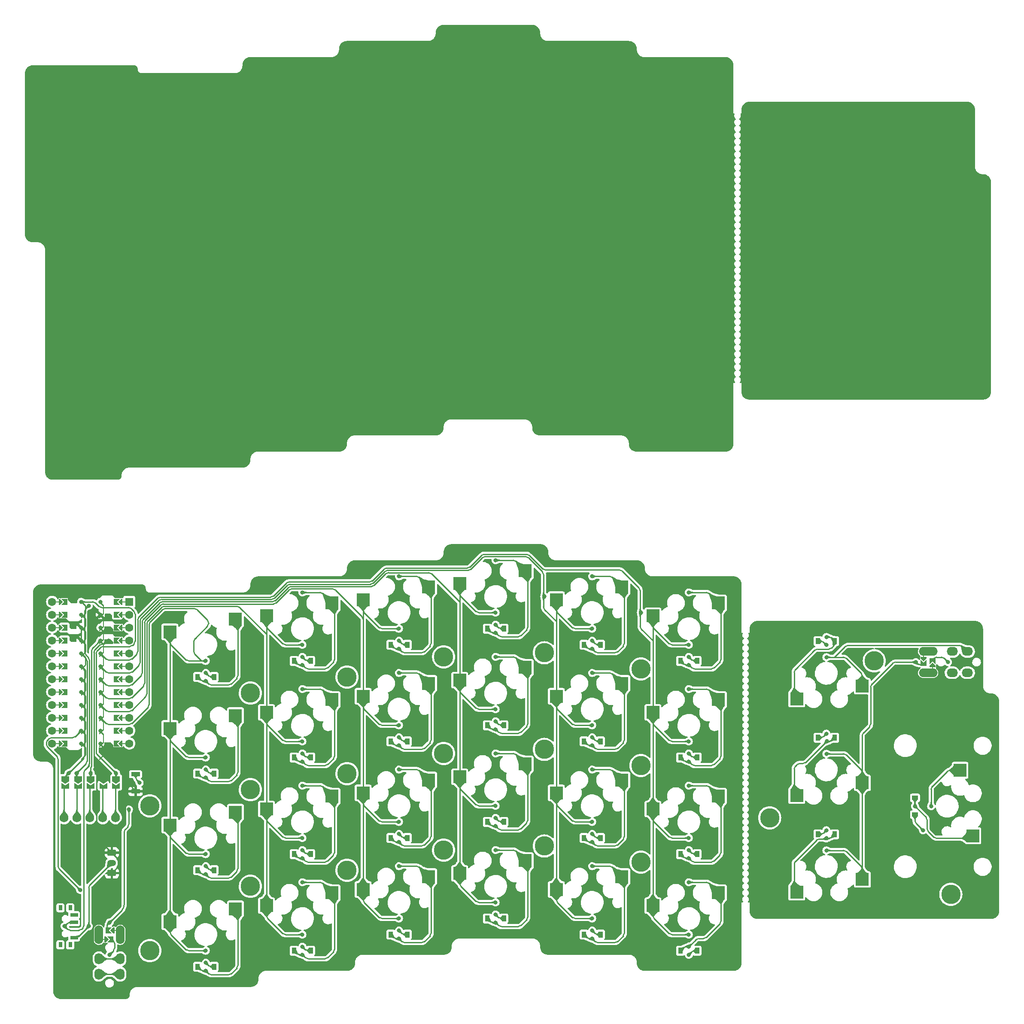
<source format=gbr>
%TF.GenerationSoftware,KiCad,Pcbnew,7.0.7*%
%TF.CreationDate,2024-02-04T16:52:19-05:00*%
%TF.ProjectId,garden,67617264-656e-42e6-9b69-6361645f7063,rev?*%
%TF.SameCoordinates,Original*%
%TF.FileFunction,Copper,L2,Bot*%
%TF.FilePolarity,Positive*%
%FSLAX46Y46*%
G04 Gerber Fmt 4.6, Leading zero omitted, Abs format (unit mm)*
G04 Created by KiCad (PCBNEW 7.0.7) date 2024-02-04 16:52:19*
%MOMM*%
%LPD*%
G01*
G04 APERTURE LIST*
G04 Aperture macros list*
%AMRoundRect*
0 Rectangle with rounded corners*
0 $1 Rounding radius*
0 $2 $3 $4 $5 $6 $7 $8 $9 X,Y pos of 4 corners*
0 Add a 4 corners polygon primitive as box body*
4,1,4,$2,$3,$4,$5,$6,$7,$8,$9,$2,$3,0*
0 Add four circle primitives for the rounded corners*
1,1,$1+$1,$2,$3*
1,1,$1+$1,$4,$5*
1,1,$1+$1,$6,$7*
1,1,$1+$1,$8,$9*
0 Add four rect primitives between the rounded corners*
20,1,$1+$1,$2,$3,$4,$5,0*
20,1,$1+$1,$4,$5,$6,$7,0*
20,1,$1+$1,$6,$7,$8,$9,0*
20,1,$1+$1,$8,$9,$2,$3,0*%
%AMFreePoly0*
4,1,5,0.125000,-0.500000,-0.125000,-0.500000,-0.125000,0.500000,0.125000,0.500000,0.125000,-0.500000,0.125000,-0.500000,$1*%
%AMFreePoly1*
4,1,6,0.600000,-0.200000,0.600000,-0.500000,-0.600000,-0.500000,-0.600000,-0.200000,0.000000,0.400000,0.600000,-0.200000,0.600000,-0.200000,$1*%
%AMFreePoly2*
4,1,6,0.600000,-1.000000,0.000000,-0.400000,-0.600000,-1.000000,-0.600000,0.250000,0.600000,0.250000,0.600000,-1.000000,0.600000,-1.000000,$1*%
%AMFreePoly3*
4,1,6,0.500000,-0.750000,-0.500000,-0.750000,-1.000000,0.000000,-0.500000,0.750000,0.500000,0.750000,0.500000,-0.750000,0.500000,-0.750000,$1*%
%AMFreePoly4*
4,1,6,0.150000,0.000000,0.650000,-0.750000,-0.500000,-0.750000,-0.500000,0.750000,0.650000,0.750000,0.150000,0.000000,0.150000,0.000000,$1*%
%AMFreePoly5*
4,1,6,0.600000,-0.200000,0.600000,-0.400000,-0.600000,-0.400000,-0.600000,-0.200000,0.000000,0.400000,0.600000,-0.200000,0.600000,-0.200000,$1*%
%AMFreePoly6*
4,1,49,0.014013,0.121245,0.026571,0.122144,0.041901,0.113772,0.062500,0.108253,0.075121,0.095631,0.088388,0.088388,0.854389,-0.677612,0.867767,-0.695482,0.871157,-0.698420,0.871925,-0.701037,0.875711,-0.706094,0.882287,-0.736328,0.891000,-0.766000,0.891000,-2.298000,0.887823,-2.320093,0.888144,-2.324571,0.886835,-2.326967,0.885937,-2.333217,0.869213,-2.359239,0.854389,-2.386388,
0.088388,-3.152388,0.059906,-3.173710,-0.008917,-3.188682,-0.074910,-3.164068,-0.117119,-3.107683,-0.122144,-3.037429,-0.088388,-2.975612,0.641000,-2.246223,0.641000,-0.817776,-0.088388,-0.088388,-0.106321,-0.064431,-0.108253,-0.062500,-0.108523,-0.061490,-0.109710,-0.059906,-0.112998,-0.044790,-0.125000,0.000000,-0.123753,0.004652,-0.124682,0.008917,-0.117326,0.028638,-0.108253,0.062500,
-0.102580,0.068172,-0.100068,0.074910,-0.083266,0.087486,-0.062500,0.108253,-0.051638,0.111163,-0.043683,0.117119,-0.024217,0.118510,0.000000,0.125000,0.014013,0.121245,0.014013,0.121245,$1*%
%AMFreePoly7*
4,1,49,0.014013,0.121245,0.026571,0.122144,0.041901,0.113772,0.062500,0.108253,0.075121,0.095631,0.088388,0.088388,0.850389,-0.673612,0.863767,-0.691482,0.867157,-0.694420,0.867925,-0.697037,0.871711,-0.702094,0.878287,-0.732328,0.887000,-0.762000,0.887000,-2.302000,0.883823,-2.324093,0.884144,-2.328571,0.882835,-2.330967,0.881937,-2.337217,0.865213,-2.363239,0.850389,-2.390388,
0.088388,-3.152388,0.059906,-3.173710,-0.008917,-3.188682,-0.074910,-3.164068,-0.117119,-3.107683,-0.122144,-3.037429,-0.088388,-2.975612,0.637000,-2.250223,0.637000,-0.813776,-0.088388,-0.088388,-0.106321,-0.064431,-0.108253,-0.062500,-0.108523,-0.061490,-0.109710,-0.059906,-0.112998,-0.044790,-0.125000,0.000000,-0.123753,0.004652,-0.124682,0.008917,-0.117326,0.028638,-0.108253,0.062500,
-0.102580,0.068172,-0.100068,0.074910,-0.083266,0.087486,-0.062500,0.108253,-0.051638,0.111163,-0.043683,0.117119,-0.024217,0.118510,0.000000,0.125000,0.014013,0.121245,0.014013,0.121245,$1*%
%AMFreePoly8*
4,1,6,0.600000,0.200000,0.000000,-0.400000,-0.600000,0.200000,-0.600000,0.500000,0.600000,0.500000,0.600000,0.200000,0.600000,0.200000,$1*%
%AMFreePoly9*
4,1,6,0.600000,-0.250000,-0.600000,-0.250000,-0.600000,1.000000,0.000000,0.400000,0.600000,1.000000,0.600000,-0.250000,0.600000,-0.250000,$1*%
G04 Aperture macros list end*
%TA.AperFunction,ComponentPad*%
%ADD10C,2.600000*%
%TD*%
%TA.AperFunction,ConnectorPad*%
%ADD11C,3.800000*%
%TD*%
%TA.AperFunction,SMDPad,CuDef*%
%ADD12R,2.550000X2.500000*%
%TD*%
%TA.AperFunction,SMDPad,CuDef*%
%ADD13R,0.900000X1.200000*%
%TD*%
%TA.AperFunction,ComponentPad*%
%ADD14O,1.700000X3.700000*%
%TD*%
%TA.AperFunction,SMDPad,CuDef*%
%ADD15FreePoly0,270.000000*%
%TD*%
%TA.AperFunction,SMDPad,CuDef*%
%ADD16FreePoly1,270.000000*%
%TD*%
%TA.AperFunction,SMDPad,CuDef*%
%ADD17FreePoly1,90.000000*%
%TD*%
%TA.AperFunction,SMDPad,CuDef*%
%ADD18FreePoly2,90.000000*%
%TD*%
%TA.AperFunction,SMDPad,CuDef*%
%ADD19FreePoly2,270.000000*%
%TD*%
%TA.AperFunction,ComponentPad*%
%ADD20O,1.700000X2.200000*%
%TD*%
%TA.AperFunction,SMDPad,CuDef*%
%ADD21R,1.200000X0.900000*%
%TD*%
%TA.AperFunction,SMDPad,CuDef*%
%ADD22R,1.803400X0.812800*%
%TD*%
%TA.AperFunction,SMDPad,CuDef*%
%ADD23FreePoly3,90.000000*%
%TD*%
%TA.AperFunction,SMDPad,CuDef*%
%ADD24FreePoly4,90.000000*%
%TD*%
%TA.AperFunction,SMDPad,CuDef*%
%ADD25R,2.500000X2.550000*%
%TD*%
%TA.AperFunction,ComponentPad*%
%ADD26C,1.752600*%
%TD*%
%TA.AperFunction,SMDPad,CuDef*%
%ADD27R,1.500000X0.700000*%
%TD*%
%TA.AperFunction,SMDPad,CuDef*%
%ADD28R,0.800000X1.000000*%
%TD*%
%TA.AperFunction,ComponentPad*%
%ADD29RoundRect,0.250000X0.625000X-0.350000X0.625000X0.350000X-0.625000X0.350000X-0.625000X-0.350000X0*%
%TD*%
%TA.AperFunction,ComponentPad*%
%ADD30RoundRect,0.250000X-0.625000X0.350000X-0.625000X-0.350000X0.625000X-0.350000X0.625000X0.350000X0*%
%TD*%
%TA.AperFunction,ComponentPad*%
%ADD31O,1.750000X1.200000*%
%TD*%
%TA.AperFunction,ComponentPad*%
%ADD32C,1.600000*%
%TD*%
%TA.AperFunction,ComponentPad*%
%ADD33R,1.600000X1.600000*%
%TD*%
%TA.AperFunction,SMDPad,CuDef*%
%ADD34FreePoly0,90.000000*%
%TD*%
%TA.AperFunction,SMDPad,CuDef*%
%ADD35FreePoly5,90.000000*%
%TD*%
%TA.AperFunction,SMDPad,CuDef*%
%ADD36FreePoly5,270.000000*%
%TD*%
%TA.AperFunction,SMDPad,CuDef*%
%ADD37FreePoly6,270.000000*%
%TD*%
%TA.AperFunction,ComponentPad*%
%ADD38C,0.800000*%
%TD*%
%TA.AperFunction,SMDPad,CuDef*%
%ADD39FreePoly7,90.000000*%
%TD*%
%TA.AperFunction,ComponentPad*%
%ADD40O,3.700000X1.700000*%
%TD*%
%TA.AperFunction,SMDPad,CuDef*%
%ADD41FreePoly0,0.000000*%
%TD*%
%TA.AperFunction,SMDPad,CuDef*%
%ADD42FreePoly8,0.000000*%
%TD*%
%TA.AperFunction,SMDPad,CuDef*%
%ADD43FreePoly8,180.000000*%
%TD*%
%TA.AperFunction,SMDPad,CuDef*%
%ADD44FreePoly9,0.000000*%
%TD*%
%TA.AperFunction,SMDPad,CuDef*%
%ADD45FreePoly9,180.000000*%
%TD*%
%TA.AperFunction,ComponentPad*%
%ADD46O,2.200000X1.700000*%
%TD*%
%TA.AperFunction,ViaPad*%
%ADD47C,0.800000*%
%TD*%
%TA.AperFunction,Conductor*%
%ADD48C,0.250000*%
%TD*%
G04 APERTURE END LIST*
D10*
%TO.P,REF\u002A\u002A,1*%
%TO.N,N/C*%
X162718750Y-84137500D03*
D11*
X162718750Y-84137500D03*
%TD*%
D12*
%TO.P,MX15,1,COL*%
%TO.N,col_3*%
X101596250Y-76041250D03*
%TO.P,MX15,2,ROW*%
%TO.N,Net-(D15-Pad2)*%
X114523250Y-73501250D03*
%TD*%
D13*
%TO.P,D28,1,K*%
%TO.N,thr_1*%
X172243750Y-49276004D03*
%TO.P,D28,2,A*%
%TO.N,Net-(D28-Pad2)*%
X175543750Y-49276004D03*
%TD*%
%TO.P,D3,1,K*%
%TO.N,row_2*%
X53181250Y-94456250D03*
%TO.P,D3,2,A*%
%TO.N,Net-(D3-Pad2)*%
X49881250Y-94456250D03*
%TD*%
D10*
%TO.P,REF\u002A\u002A,1*%
%TO.N,N/C*%
X118268750Y-89693750D03*
D11*
X118268750Y-89693750D03*
%TD*%
D12*
%TO.P,MX4,1,COL*%
%TO.N,col_0*%
X44446250Y-104616250D03*
%TO.P,MX4,2,ROW*%
%TO.N,Net-(D4-Pad2)*%
X57373250Y-102076250D03*
%TD*%
D13*
%TO.P,D13,1,K*%
%TO.N,row_0*%
X110331250Y-46831250D03*
%TO.P,D13,2,A*%
%TO.N,Net-(D13-Pad2)*%
X107031250Y-46831250D03*
%TD*%
D10*
%TO.P,REF\u002A\u002A,1*%
%TO.N,N/C*%
X60325000Y-78581250D03*
D11*
X60325000Y-78581250D03*
%TD*%
D13*
%TO.P,D27,1,K*%
%TO.N,thr_1*%
X172243750Y-68326004D03*
%TO.P,D27,2,A*%
%TO.N,Net-(D27-Pad2)*%
X175543750Y-68326004D03*
%TD*%
D10*
%TO.P,REF\u002A\u002A,1*%
%TO.N,N/C*%
X40481250Y-81756250D03*
D11*
X40481250Y-81756250D03*
%TD*%
D10*
%TO.P,REF\u002A\u002A,1*%
%TO.N,N/C*%
X137318750Y-92868750D03*
D11*
X137318750Y-92868750D03*
%TD*%
D13*
%TO.P,D14,1,K*%
%TO.N,row_1*%
X110331250Y-65881250D03*
%TO.P,D14,2,A*%
%TO.N,Net-(D14-Pad2)*%
X107031250Y-65881250D03*
%TD*%
%TO.P,D6,1,K*%
%TO.N,row_1*%
X72231250Y-72231250D03*
%TO.P,D6,2,A*%
%TO.N,Net-(D6-Pad2)*%
X68931250Y-72231250D03*
%TD*%
D10*
%TO.P,REF\u002A\u002A,1*%
%TO.N,N/C*%
X79375000Y-94456250D03*
D11*
X79375000Y-94456250D03*
%TD*%
D10*
%TO.P,REF\u002A\u002A,1*%
%TO.N,N/C*%
X98425000Y-90487500D03*
D11*
X98425000Y-90487500D03*
%TD*%
D10*
%TO.P,REF\u002A\u002A,1*%
%TO.N,N/C*%
X79375000Y-75406250D03*
D11*
X79375000Y-75406250D03*
%TD*%
D13*
%TO.P,D17,1,K*%
%TO.N,row_0*%
X129381250Y-50006250D03*
%TO.P,D17,2,A*%
%TO.N,Net-(D17-Pad2)*%
X126081250Y-50006250D03*
%TD*%
D10*
%TO.P,REF\u002A\u002A,1*%
%TO.N,N/C*%
X137318750Y-73818750D03*
D11*
X137318750Y-73818750D03*
%TD*%
D13*
%TO.P,D24,1,K*%
%TO.N,row_3*%
X148431250Y-110331250D03*
%TO.P,D24,2,A*%
%TO.N,Net-(D24-Pad2)*%
X145131250Y-110331250D03*
%TD*%
D14*
%TO.P,U2,*%
%TO.N,*%
X30443750Y-107193750D03*
D15*
X31527750Y-108083750D03*
D16*
X32035750Y-108083750D03*
D17*
X33051750Y-106305750D03*
D15*
X33559750Y-106305750D03*
D14*
X34643750Y-107193750D03*
D18*
%TO.P,U2,1,SLEEVE*%
%TO.N,col_7*%
X32035750Y-106305750D03*
D19*
%TO.P,U2,2,TIP*%
%TO.N,row_1*%
X33051750Y-108083750D03*
D20*
%TO.P,U2,3,RING1*%
%TO.N,row_0*%
X30443750Y-111943750D03*
X34643750Y-111943750D03*
%TO.P,U2,4,RING2*%
%TO.N,col_6*%
X30443750Y-114943750D03*
X34643750Y-114943750D03*
%TD*%
D13*
%TO.P,D21,1,K*%
%TO.N,row_0*%
X148431250Y-53181250D03*
%TO.P,D21,2,A*%
%TO.N,Net-(D21-Pad2)*%
X145131250Y-53181250D03*
%TD*%
D12*
%TO.P,MX1,1,COL*%
%TO.N,col_0*%
X44446250Y-47466250D03*
%TO.P,MX1,2,ROW*%
%TO.N,Net-(D1-Pad2)*%
X57373250Y-44926250D03*
%TD*%
D10*
%TO.P,REF\u002A\u002A,1*%
%TO.N,N/C*%
X60325000Y-59531250D03*
D11*
X60325000Y-59531250D03*
%TD*%
D10*
%TO.P,REF\u002A\u002A,1*%
%TO.N,N/C*%
X198437500Y-99218750D03*
D11*
X198437500Y-99218750D03*
%TD*%
D21*
%TO.P,D25,1,K*%
%TO.N,thr_0*%
X191376729Y-83490229D03*
%TO.P,D25,2,A*%
%TO.N,Net-(D25-Pad2)*%
X191376729Y-80190229D03*
%TD*%
D12*
%TO.P,MX23,1,COL*%
%TO.N,col_5*%
X139696250Y-82391250D03*
%TO.P,MX23,2,ROW*%
%TO.N,Net-(D23-Pad2)*%
X152623250Y-79851250D03*
%TD*%
D13*
%TO.P,D2,1,K*%
%TO.N,row_1*%
X53181250Y-75406250D03*
%TO.P,D2,2,A*%
%TO.N,Net-(D2-Pad2)*%
X49881250Y-75406250D03*
%TD*%
%TO.P,D5,1,K*%
%TO.N,row_0*%
X72231250Y-53181250D03*
%TO.P,D5,2,A*%
%TO.N,Net-(D5-Pad2)*%
X68931250Y-53181250D03*
%TD*%
D12*
%TO.P,MX27,1,COL*%
%TO.N,thc_7*%
X180978750Y-77216004D03*
%TO.P,MX27,2,ROW*%
%TO.N,Net-(D27-Pad2)*%
X168051750Y-79756004D03*
%TD*%
%TO.P,MX22,1,COL*%
%TO.N,col_5*%
X139696250Y-63341250D03*
%TO.P,MX22,2,ROW*%
%TO.N,Net-(D22-Pad2)*%
X152623250Y-60801250D03*
%TD*%
%TO.P,MX28,1,COL*%
%TO.N,thc_6*%
X180978750Y-58166004D03*
%TO.P,MX28,2,ROW*%
%TO.N,Net-(D28-Pad2)*%
X168051750Y-60706004D03*
%TD*%
%TO.P,MX8,1,COL*%
%TO.N,col_1*%
X63496250Y-101441250D03*
%TO.P,MX8,2,ROW*%
%TO.N,Net-(D8-Pad2)*%
X76423250Y-98901250D03*
%TD*%
D13*
%TO.P,D18,1,K*%
%TO.N,row_1*%
X129381250Y-69056250D03*
%TO.P,D18,2,A*%
%TO.N,Net-(D18-Pad2)*%
X126081250Y-69056250D03*
%TD*%
D12*
%TO.P,MX16,1,COL*%
%TO.N,col_3*%
X101596250Y-95091250D03*
%TO.P,MX16,2,ROW*%
%TO.N,Net-(D16-Pad2)*%
X114523250Y-92551250D03*
%TD*%
D10*
%TO.P,REF\u002A\u002A,1*%
%TO.N,N/C*%
X137318750Y-54768750D03*
D11*
X137318750Y-54768750D03*
%TD*%
D13*
%TO.P,D26,1,K*%
%TO.N,thr_0*%
X172243750Y-87376004D03*
%TO.P,D26,2,A*%
%TO.N,Net-(D26-Pad2)*%
X175543750Y-87376004D03*
%TD*%
D10*
%TO.P,REF\u002A\u002A,1*%
%TO.N,N/C*%
X98425000Y-52387500D03*
D11*
X98425000Y-52387500D03*
%TD*%
D13*
%TO.P,D12,1,K*%
%TO.N,row_3*%
X91281250Y-107156250D03*
%TO.P,D12,2,A*%
%TO.N,Net-(D12-Pad2)*%
X87981250Y-107156250D03*
%TD*%
D22*
%TO.P,SW0,1,1*%
%TO.N,gnd*%
X37677250Y-78919804D03*
%TO.P,SW0,2,2*%
%TO.N,rst*%
X37677250Y-75519800D03*
%TD*%
D12*
%TO.P,MX11,1,COL*%
%TO.N,col_2*%
X82546250Y-79216250D03*
%TO.P,MX11,2,ROW*%
%TO.N,Net-(D11-Pad2)*%
X95473250Y-76676250D03*
%TD*%
D10*
%TO.P,REF\u002A\u002A,1*%
%TO.N,N/C*%
X183356250Y-53181250D03*
D11*
X183356250Y-53181250D03*
%TD*%
D13*
%TO.P,D11,1,K*%
%TO.N,row_2*%
X91281250Y-88106250D03*
%TO.P,D11,2,A*%
%TO.N,Net-(D11-Pad2)*%
X87981250Y-88106250D03*
%TD*%
D12*
%TO.P,MX18,1,COL*%
%TO.N,col_4*%
X120646250Y-60166250D03*
%TO.P,MX18,2,ROW*%
%TO.N,Net-(D18-Pad2)*%
X133573250Y-57626250D03*
%TD*%
D13*
%TO.P,D20,1,K*%
%TO.N,row_3*%
X129381250Y-107156250D03*
%TO.P,D20,2,A*%
%TO.N,Net-(D20-Pad2)*%
X126081250Y-107156250D03*
%TD*%
D12*
%TO.P,MX26,1,COL*%
%TO.N,thc_7*%
X180978750Y-96266004D03*
%TO.P,MX26,2,ROW*%
%TO.N,Net-(D26-Pad2)*%
X168051750Y-98806004D03*
%TD*%
%TO.P,MX9,1,COL*%
%TO.N,col_2*%
X82546250Y-41116250D03*
%TO.P,MX9,2,ROW*%
%TO.N,Net-(D9-Pad2)*%
X95473250Y-38576250D03*
%TD*%
D13*
%TO.P,D4,1,K*%
%TO.N,row_3*%
X53181250Y-113506250D03*
%TO.P,D4,2,A*%
%TO.N,Net-(D4-Pad2)*%
X49881250Y-113506250D03*
%TD*%
D12*
%TO.P,MX3,1,COL*%
%TO.N,col_0*%
X44446250Y-85566250D03*
%TO.P,MX3,2,ROW*%
%TO.N,Net-(D3-Pad2)*%
X57373250Y-83026250D03*
%TD*%
D13*
%TO.P,D19,1,K*%
%TO.N,row_2*%
X129381250Y-88106250D03*
%TO.P,D19,2,A*%
%TO.N,Net-(D19-Pad2)*%
X126081250Y-88106250D03*
%TD*%
%TO.P,D23,1,K*%
%TO.N,row_2*%
X148431250Y-91281250D03*
%TO.P,D23,2,A*%
%TO.N,Net-(D23-Pad2)*%
X145131250Y-91281250D03*
%TD*%
D10*
%TO.P,REF\u002A\u002A,1*%
%TO.N,N/C*%
X60325000Y-97631250D03*
D11*
X60325000Y-97631250D03*
%TD*%
D23*
%TO.P,J1,1,Pin_1*%
%TO.N,mosi*%
X23831250Y-76428000D03*
%TO.P,J1,2,Pin_2*%
%TO.N,sck*%
X26331250Y-76428000D03*
%TO.P,J1,3,Pin_3*%
%TO.N,vcc*%
X28831250Y-76428000D03*
%TO.P,J1,4,Pin_4*%
%TO.N,gnd*%
X31331250Y-76428000D03*
%TO.P,J1,5,Pin_5*%
%TO.N,cs*%
X33831250Y-76428000D03*
D24*
%TO.P,J1,6*%
%TO.N,disp_1*%
X23831250Y-77878000D03*
%TO.P,J1,7*%
%TO.N,disp_2*%
X26331250Y-77878000D03*
%TO.P,J1,8*%
%TO.N,disp_3*%
X28831250Y-77878000D03*
%TO.P,J1,9*%
%TO.N,disp_4*%
X31331250Y-77878000D03*
%TO.P,J1,10*%
%TO.N,disp_5*%
X33831250Y-77878000D03*
%TD*%
D13*
%TO.P,D16,1,K*%
%TO.N,row_3*%
X110331250Y-103981250D03*
%TO.P,D16,2,A*%
%TO.N,Net-(D16-Pad2)*%
X107031250Y-103981250D03*
%TD*%
D25*
%TO.P,MX25,1,COL*%
%TO.N,thc_6*%
X200266729Y-74755229D03*
%TO.P,MX25,2,ROW*%
%TO.N,Net-(D25-Pad2)*%
X202806729Y-87682229D03*
%TD*%
D12*
%TO.P,MX10,1,COL*%
%TO.N,col_2*%
X82546250Y-60166250D03*
%TO.P,MX10,2,ROW*%
%TO.N,Net-(D10-Pad2)*%
X95473250Y-57626250D03*
%TD*%
D13*
%TO.P,D7,1,K*%
%TO.N,row_2*%
X72231250Y-91281250D03*
%TO.P,D7,2,A*%
%TO.N,Net-(D7-Pad2)*%
X68931250Y-91281250D03*
%TD*%
%TO.P,D1,1,K*%
%TO.N,row_0*%
X53181250Y-56356250D03*
%TO.P,D1,2,A*%
%TO.N,Net-(D1-Pad2)*%
X49881250Y-56356250D03*
%TD*%
%TO.P,D10,1,K*%
%TO.N,row_1*%
X91281250Y-69056250D03*
%TO.P,D10,2,A*%
%TO.N,Net-(D10-Pad2)*%
X87981250Y-69056250D03*
%TD*%
%TO.P,D15,1,K*%
%TO.N,row_2*%
X110331250Y-84931250D03*
%TO.P,D15,2,A*%
%TO.N,Net-(D15-Pad2)*%
X107031250Y-84931250D03*
%TD*%
D10*
%TO.P,REF\u002A\u002A,1*%
%TO.N,N/C*%
X98425000Y-71437500D03*
D11*
X98425000Y-71437500D03*
%TD*%
D26*
%TO.P,Display1,1*%
%TO.N,disp_1*%
X23591250Y-84137500D03*
%TO.P,Display1,2*%
%TO.N,disp_2*%
X26131250Y-84137500D03*
%TO.P,Display1,3*%
%TO.N,disp_3*%
X28671250Y-84137500D03*
%TO.P,Display1,4*%
%TO.N,disp_4*%
X31211250Y-84137500D03*
%TO.P,Display1,5*%
%TO.N,disp_5*%
X33751250Y-84137500D03*
%TD*%
D27*
%TO.P,SW1,1*%
%TO.N,bat_sw+*%
X25571000Y-107760429D03*
%TO.P,SW1,2*%
%TO.N,bat+*%
X25571000Y-104760429D03*
%TO.P,SW1,3*%
%TO.N,unconnected-(SW1-Pad3)*%
X25571000Y-103260429D03*
D28*
%TO.P,SW1,S1,SHIELD*%
%TO.N,unconnected-(SW1-PadS1)*%
X24786000Y-109160429D03*
%TO.P,SW1,S2,SHIELD*%
X22856000Y-109160429D03*
%TO.P,SW1,S3,SHIELD*%
X22856000Y-101860429D03*
%TO.P,SW1,S4,SHIELD*%
X24786000Y-101860429D03*
%TD*%
D29*
%TO.P,J2,1,Pin_1*%
%TO.N,gnd*%
X32997000Y-95029250D03*
D30*
X32997000Y-95029250D03*
D29*
X32997000Y-91029250D03*
D30*
X32997000Y-91029250D03*
D31*
%TO.P,J2,2,Pin_2*%
%TO.N,bat_sw+*%
X32997000Y-93029250D03*
X32997000Y-93029250D03*
X32997000Y-93029250D03*
X32997000Y-93029250D03*
%TD*%
D32*
%TO.P,U1,*%
%TO.N,*%
X36451250Y-41534179D03*
D33*
X36451250Y-41534179D03*
D34*
X35181250Y-41534179D03*
D35*
X34673250Y-41534179D03*
D36*
X22989250Y-41534179D03*
D15*
X22481250Y-41534179D03*
D32*
X21211250Y-41534179D03*
X36451250Y-44074179D03*
D34*
X35181250Y-44074179D03*
D35*
X34673250Y-44074179D03*
D36*
X22989250Y-44074179D03*
D15*
X22481250Y-44074179D03*
D32*
X21211250Y-44074179D03*
X36451250Y-46614179D03*
D34*
X35181250Y-46614179D03*
D35*
X34673250Y-46614179D03*
D36*
X22989250Y-46614179D03*
D15*
X22481250Y-46614179D03*
D32*
X21211250Y-46614179D03*
X36451250Y-49154179D03*
D34*
X35181250Y-49154179D03*
D35*
X34673250Y-49154179D03*
D36*
X22989250Y-49154179D03*
D15*
X22481250Y-49154179D03*
D32*
X21211250Y-49154179D03*
X36451250Y-51694179D03*
D34*
X35181250Y-51694179D03*
D35*
X34673250Y-51694179D03*
D36*
X22989250Y-51694179D03*
D15*
X22481250Y-51694179D03*
D32*
X21211250Y-51694179D03*
X36451250Y-54234179D03*
D34*
X35181250Y-54234179D03*
D35*
X34673250Y-54234179D03*
D36*
X22989250Y-54234179D03*
D15*
X22481250Y-54234179D03*
D32*
X21211250Y-54234179D03*
X36451250Y-56774179D03*
D34*
X35181250Y-56774179D03*
D35*
X34673250Y-56774179D03*
D36*
X22989250Y-56774179D03*
D15*
X22481250Y-56774179D03*
D32*
X21211250Y-56774179D03*
X36451250Y-59314179D03*
D34*
X35181250Y-59314179D03*
D35*
X34673250Y-59314179D03*
D36*
X22989250Y-59314179D03*
D15*
X22481250Y-59314179D03*
D32*
X21211250Y-59314179D03*
X36451250Y-61854179D03*
D34*
X35181250Y-61854179D03*
D35*
X34673250Y-61854179D03*
D36*
X22989250Y-61854179D03*
D15*
X22481250Y-61854179D03*
D32*
X21211250Y-61854179D03*
X36451250Y-64394179D03*
D34*
X35181250Y-64394179D03*
D35*
X34673250Y-64394179D03*
D36*
X22989250Y-64394179D03*
D15*
X22481250Y-64394179D03*
D32*
X21211250Y-64394179D03*
X36451250Y-66934179D03*
D34*
X35181250Y-66934179D03*
D35*
X34673250Y-66934179D03*
D36*
X22989250Y-66934179D03*
D15*
X22481250Y-66934179D03*
D32*
X21211250Y-66934179D03*
X36451250Y-69474179D03*
D34*
X35181250Y-69474179D03*
D35*
X34673250Y-69474179D03*
D36*
X22989250Y-69474179D03*
D15*
X22481250Y-69474179D03*
D32*
X21211250Y-69474179D03*
D37*
%TO.P,U1,1,TX0/P0.06*%
%TO.N,cs*%
X27053250Y-41534179D03*
D38*
X26928250Y-41534179D03*
D19*
X24005250Y-41534179D03*
D37*
%TO.P,U1,2,RX1/P0.08*%
%TO.N,unconnected-(U1-Pad2)*%
X27053250Y-44074179D03*
D38*
X26928250Y-44074179D03*
D19*
X24005250Y-44074179D03*
D37*
%TO.P,U1,3,GND*%
%TO.N,gnd*%
X27053250Y-46614179D03*
D38*
X26928250Y-46614179D03*
D19*
X24005250Y-46614179D03*
D37*
%TO.P,U1,4,GND*%
X27053250Y-49154179D03*
D38*
X26928250Y-49154179D03*
D19*
X24005250Y-49154179D03*
D37*
%TO.P,U1,5,P0.17*%
%TO.N,sck*%
X27053250Y-51694179D03*
D38*
X26928250Y-51694179D03*
D19*
X24005250Y-51694179D03*
D37*
%TO.P,U1,6,P0.20*%
%TO.N,mosi*%
X27053250Y-54234179D03*
D38*
X26928250Y-54234179D03*
D19*
X24005250Y-54234179D03*
D37*
%TO.P,U1,7,P0.22*%
%TO.N,unconnected-(U1-Pad7)*%
X27053250Y-56774179D03*
D38*
X26928250Y-56774179D03*
D19*
X24005250Y-56774179D03*
D37*
%TO.P,U1,8,P0.24*%
%TO.N,unconnected-(U1-Pad8)*%
X27053250Y-59314179D03*
D38*
X26928250Y-59314179D03*
D19*
X24005250Y-59314179D03*
D37*
%TO.P,U1,9,P1.00*%
%TO.N,row_3*%
X27053250Y-61854179D03*
D38*
X26928250Y-61854179D03*
D19*
X24005250Y-61854179D03*
D37*
%TO.P,U1,10,P0.11*%
%TO.N,row_2*%
X27053250Y-64394179D03*
D38*
X26928250Y-64394179D03*
D19*
X24005250Y-64394179D03*
D37*
%TO.P,U1,11,P1.04*%
%TO.N,row_1*%
X27053250Y-66934179D03*
D38*
X26928250Y-66934179D03*
D19*
X24005250Y-66934179D03*
D37*
%TO.P,U1,12,P1.06*%
%TO.N,row_0*%
X27053250Y-69474179D03*
D38*
X26928250Y-69474179D03*
D19*
X24005250Y-69474179D03*
D18*
%TO.P,U1,13,NFC1/P0.09*%
%TO.N,col_7*%
X33657250Y-69474179D03*
D38*
X30734250Y-69474179D03*
D39*
X30609250Y-69474179D03*
D18*
%TO.P,U1,14,NFC2/P0.10*%
%TO.N,col_6*%
X33657250Y-66934179D03*
D38*
X30734250Y-66934179D03*
D39*
X30609250Y-66934179D03*
D18*
%TO.P,U1,15,P1.11*%
%TO.N,col_0*%
X33657250Y-64394179D03*
D38*
X30734250Y-64394179D03*
D39*
X30609250Y-64394179D03*
D18*
%TO.P,U1,16,P1.13*%
%TO.N,col_1*%
X33657250Y-61854179D03*
D38*
X30734250Y-61854179D03*
D39*
X30609250Y-61854179D03*
D18*
%TO.P,U1,17,P1.15*%
%TO.N,col_2*%
X33657250Y-59314179D03*
D38*
X30734250Y-59314179D03*
D39*
X30609250Y-59314179D03*
D18*
%TO.P,U1,18,AIN0/P0.02*%
%TO.N,col_3*%
X33657250Y-56774179D03*
D38*
X30734250Y-56774179D03*
D39*
X30609250Y-56774179D03*
D18*
%TO.P,U1,19,AIN5/P0.29*%
%TO.N,col_4*%
X33657250Y-54234179D03*
D38*
X30734250Y-54234179D03*
D39*
X30609250Y-54234179D03*
D18*
%TO.P,U1,20,AIN7/P0.31*%
%TO.N,col_5*%
X33657250Y-51694179D03*
D38*
X30734250Y-51694179D03*
D39*
X30609250Y-51694179D03*
D18*
%TO.P,U1,21,VCC*%
%TO.N,vcc*%
X33657250Y-49154179D03*
D38*
X30734250Y-49154179D03*
D39*
X30609250Y-49154179D03*
D18*
%TO.P,U1,22,RST*%
%TO.N,rst*%
X33657250Y-46614179D03*
D38*
X30734250Y-46614179D03*
D39*
X30609250Y-46614179D03*
D18*
%TO.P,U1,23,GND*%
%TO.N,gnd*%
X33657250Y-44074179D03*
D38*
X30734250Y-44074179D03*
D39*
X30609250Y-44074179D03*
D18*
%TO.P,U1,24,BATIN/P0.04*%
%TO.N,bat+*%
X33657250Y-41534179D03*
D38*
X30734250Y-41534179D03*
D39*
X30609250Y-41534179D03*
%TD*%
D12*
%TO.P,MX21,1,COL*%
%TO.N,col_5*%
X139696250Y-44291250D03*
%TO.P,MX21,2,ROW*%
%TO.N,Net-(D21-Pad2)*%
X152623250Y-41751250D03*
%TD*%
%TO.P,MX2,1,COL*%
%TO.N,col_0*%
X44446250Y-66516250D03*
%TO.P,MX2,2,ROW*%
%TO.N,Net-(D2-Pad2)*%
X57373250Y-63976250D03*
%TD*%
%TO.P,MX13,1,COL*%
%TO.N,col_3*%
X101596250Y-37941250D03*
%TO.P,MX13,2,ROW*%
%TO.N,Net-(D13-Pad2)*%
X114523250Y-35401250D03*
%TD*%
%TO.P,MX20,1,COL*%
%TO.N,col_4*%
X120646250Y-98266250D03*
%TO.P,MX20,2,ROW*%
%TO.N,Net-(D20-Pad2)*%
X133573250Y-95726250D03*
%TD*%
%TO.P,MX14,1,COL*%
%TO.N,col_3*%
X101596250Y-56991250D03*
%TO.P,MX14,2,ROW*%
%TO.N,Net-(D14-Pad2)*%
X114523250Y-54451250D03*
%TD*%
D10*
%TO.P,REF\u002A\u002A,1*%
%TO.N,N/C*%
X79375000Y-56356250D03*
D11*
X79375000Y-56356250D03*
%TD*%
D10*
%TO.P,REF\u002A\u002A,1*%
%TO.N,N/C*%
X40481250Y-110331250D03*
D11*
X40481250Y-110331250D03*
%TD*%
D13*
%TO.P,D8,1,K*%
%TO.N,row_3*%
X72231250Y-110331250D03*
%TO.P,D8,2,A*%
%TO.N,Net-(D8-Pad2)*%
X68931250Y-110331250D03*
%TD*%
D10*
%TO.P,REF\u002A\u002A,1*%
%TO.N,N/C*%
X118268750Y-70643750D03*
D11*
X118268750Y-70643750D03*
%TD*%
D12*
%TO.P,MX12,1,COL*%
%TO.N,col_2*%
X82546250Y-98266250D03*
%TO.P,MX12,2,ROW*%
%TO.N,Net-(D12-Pad2)*%
X95473250Y-95726250D03*
%TD*%
%TO.P,MX19,1,COL*%
%TO.N,col_4*%
X120646250Y-79216250D03*
%TO.P,MX19,2,ROW*%
%TO.N,Net-(D19-Pad2)*%
X133573250Y-76676250D03*
%TD*%
%TO.P,MX24,1,COL*%
%TO.N,col_5*%
X139696250Y-101441250D03*
%TO.P,MX24,2,ROW*%
%TO.N,Net-(D24-Pad2)*%
X152623250Y-98901250D03*
%TD*%
%TO.P,MX5,1,COL*%
%TO.N,col_1*%
X63496250Y-44291250D03*
%TO.P,MX5,2,ROW*%
%TO.N,Net-(D5-Pad2)*%
X76423250Y-41751250D03*
%TD*%
D10*
%TO.P,REF\u002A\u002A,1*%
%TO.N,N/C*%
X118268750Y-51593750D03*
D11*
X118268750Y-51593750D03*
%TD*%
D13*
%TO.P,D9,1,K*%
%TO.N,row_0*%
X91281250Y-50006250D03*
%TO.P,D9,2,A*%
%TO.N,Net-(D9-Pad2)*%
X87981250Y-50006250D03*
%TD*%
D12*
%TO.P,MX17,1,COL*%
%TO.N,col_4*%
X120646250Y-41116250D03*
%TO.P,MX17,2,ROW*%
%TO.N,Net-(D17-Pad2)*%
X133573250Y-38576250D03*
%TD*%
D40*
%TO.P,U3,*%
%TO.N,*%
X193962125Y-51325521D03*
D41*
X193074125Y-52409521D03*
D42*
X193074125Y-52917521D03*
D43*
X194852125Y-53933521D03*
D41*
X194852125Y-54441521D03*
D40*
X193962125Y-55525521D03*
D44*
%TO.P,U3,1,SLEEVE*%
%TO.N,thc_7*%
X193074125Y-53933521D03*
D45*
%TO.P,U3,2,TIP*%
%TO.N,thr_1*%
X194852125Y-52917521D03*
D46*
%TO.P,U3,3,RING1*%
%TO.N,thr_0*%
X198712125Y-51325521D03*
X198712125Y-55525521D03*
%TO.P,U3,4,RING2*%
%TO.N,thc_6*%
X201712125Y-51325521D03*
X201712125Y-55525521D03*
%TD*%
D12*
%TO.P,MX6,1,COL*%
%TO.N,col_1*%
X63496250Y-63341250D03*
%TO.P,MX6,2,ROW*%
%TO.N,Net-(D6-Pad2)*%
X76423250Y-60801250D03*
%TD*%
D13*
%TO.P,D22,1,K*%
%TO.N,row_1*%
X148431250Y-72231250D03*
%TO.P,D22,2,A*%
%TO.N,Net-(D22-Pad2)*%
X145131250Y-72231250D03*
%TD*%
D12*
%TO.P,MX7,1,COL*%
%TO.N,col_1*%
X63496250Y-82391250D03*
%TO.P,MX7,2,ROW*%
%TO.N,Net-(D7-Pad2)*%
X76423250Y-79851250D03*
%TD*%
D47*
%TO.N,Net-(D10-Pad2)*%
X89631250Y-69850000D03*
%TO.N,Net-(D17-Pad2)*%
X127731250Y-50800000D03*
%TO.N,Net-(D16-Pad2)*%
X108681250Y-90487500D03*
%TO.N,Net-(D13-Pad2)*%
X108681250Y-47625000D03*
%TO.N,row_3*%
X127731250Y-106362500D03*
%TO.N,Net-(D14-Pad2)*%
X108681250Y-52387500D03*
%TO.N,Net-(D6-Pad2)*%
X70581250Y-58737500D03*
%TO.N,Net-(D7-Pad2)*%
X70581250Y-77787500D03*
%TO.N,row_3*%
X146781250Y-111125000D03*
X70581250Y-109537500D03*
%TO.N,Net-(D12-Pad2)*%
X89631250Y-93662500D03*
%TO.N,Net-(D6-Pad2)*%
X70581250Y-73025000D03*
%TO.N,Net-(D9-Pad2)*%
X89631250Y-50800000D03*
%TO.N,Net-(D5-Pad2)*%
X70581250Y-39687500D03*
%TO.N,Net-(D12-Pad2)*%
X89631250Y-107950000D03*
%TO.N,Net-(D5-Pad2)*%
X70581250Y-53975000D03*
%TO.N,row_3*%
X51531250Y-112712500D03*
%TO.N,Net-(D3-Pad2)*%
X51531250Y-95250000D03*
%TO.N,Net-(D10-Pad2)*%
X89631250Y-55562500D03*
%TO.N,row_2*%
X127731250Y-87312500D03*
%TO.N,Net-(D13-Pad2)*%
X108681250Y-33337500D03*
%TO.N,Net-(D18-Pad2)*%
X127731250Y-69850000D03*
%TO.N,Net-(D14-Pad2)*%
X108681250Y-66675000D03*
%TO.N,row_3*%
X89631250Y-106362500D03*
%TO.N,Net-(D18-Pad2)*%
X127731250Y-55562500D03*
%TO.N,Net-(D16-Pad2)*%
X108681250Y-104775000D03*
%TO.N,Net-(D15-Pad2)*%
X108681250Y-71437500D03*
%TO.N,Net-(D9-Pad2)*%
X89631250Y-36512500D03*
%TO.N,Net-(D21-Pad2)*%
X146781250Y-53975000D03*
X146781250Y-39687500D03*
%TO.N,row_3*%
X108681250Y-103187500D03*
%TO.N,Net-(D20-Pad2)*%
X127731250Y-93662500D03*
%TO.N,Net-(D15-Pad2)*%
X108681250Y-85725000D03*
%TO.N,Net-(D7-Pad2)*%
X70581250Y-92075000D03*
%TO.N,row_2*%
X89631250Y-87312500D03*
%TO.N,Net-(D11-Pad2)*%
X89631250Y-74612500D03*
%TO.N,Net-(D20-Pad2)*%
X127731250Y-107950000D03*
%TO.N,Net-(D19-Pad2)*%
X127731250Y-88900000D03*
%TO.N,Net-(D11-Pad2)*%
X89631250Y-88900000D03*
%TO.N,Net-(D4-Pad2)*%
X51531250Y-114300000D03*
%TO.N,Net-(D19-Pad2)*%
X127731250Y-74612500D03*
%TO.N,Net-(D8-Pad2)*%
X70581250Y-96837500D03*
%TO.N,Net-(D17-Pad2)*%
X127731250Y-36512500D03*
%TO.N,Net-(D8-Pad2)*%
X70581250Y-111125000D03*
%TO.N,gnd*%
X80168750Y-46831250D03*
X42068750Y-78581250D03*
X163512500Y-72231250D03*
%TO.N,col_4*%
X127731250Y-65881250D03*
%TO.N,mosi*%
X24464750Y-75328500D03*
%TO.N,gnd*%
X118268750Y-97631250D03*
X80168750Y-103981250D03*
X32402250Y-49154179D03*
X99218750Y-81756250D03*
X30838931Y-75328500D03*
X61118750Y-107156250D03*
X163512500Y-90487500D03*
X118268750Y-78581250D03*
%TO.N,vcc*%
X28831250Y-75347929D03*
%TO.N,gnd*%
X61118750Y-50006250D03*
X99218750Y-62706250D03*
%TO.N,sck*%
X26052250Y-75328500D03*
%TO.N,Net-(D24-Pad2)*%
X146781250Y-96837500D03*
%TO.N,bat+*%
X23671000Y-105510429D03*
%TO.N,gnd*%
X61118750Y-88106250D03*
X80168750Y-65881250D03*
X42068750Y-59531250D03*
X99218750Y-43656250D03*
X137318750Y-81756250D03*
X197643750Y-93662500D03*
X195262500Y-69850000D03*
X118268750Y-59531250D03*
%TO.N,col_4*%
X127731250Y-84931250D03*
%TO.N,gnd*%
X137318750Y-62706250D03*
X99218750Y-100806250D03*
%TO.N,bat+*%
X28433500Y-42297929D03*
%TO.N,gnd*%
X42068750Y-97631250D03*
X36883500Y-77219802D03*
%TO.N,bat_sw+*%
X28433500Y-105510429D03*
%TO.N,gnd*%
X80168750Y-84931250D03*
X163512500Y-53181250D03*
X61118750Y-69056250D03*
X137318750Y-100806250D03*
%TO.N,rst*%
X38471000Y-77219802D03*
%TO.N,cs*%
X33833254Y-75328500D03*
%TO.N,Net-(D24-Pad2)*%
X146781250Y-109537500D03*
%TO.N,thr_1*%
X197893375Y-53425521D03*
%TO.N,col_3*%
X108681250Y-81756250D03*
%TO.N,thc_7*%
X173893750Y-90551004D03*
%TO.N,thc_6*%
X194551729Y-81840229D03*
%TO.N,col_7*%
X32543750Y-104775000D03*
%TO.N,Net-(D27-Pad2)*%
X173977924Y-69035580D03*
%TO.N,Net-(D26-Pad2)*%
X173893750Y-88169754D03*
%TO.N,thc_6*%
X173893750Y-52451004D03*
%TO.N,col_2*%
X89631250Y-46831250D03*
%TO.N,col_0*%
X51531250Y-110331250D03*
%TO.N,thr_0*%
X192964229Y-86602729D03*
%TO.N,thr_1*%
X173893750Y-50069754D03*
%TO.N,col_4*%
X127731250Y-46831250D03*
X127731250Y-103981250D03*
%TO.N,col_0*%
X51531250Y-53181250D03*
X51531250Y-91281250D03*
%TO.N,col_5*%
X137318750Y-43656250D03*
%TO.N,thc_7*%
X173893750Y-71501004D03*
%TO.N,thr_1*%
X173893750Y-67532254D03*
%TO.N,col_1*%
X70581250Y-107156250D03*
%TO.N,Net-(D22-Pad2)*%
X146781250Y-58737500D03*
%TO.N,Net-(D25-Pad2)*%
X191376729Y-81840229D03*
%TO.N,col_0*%
X51531250Y-72231250D03*
%TO.N,col_4*%
X118268750Y-40481250D03*
%TO.N,col_3*%
X108681250Y-43656250D03*
%TO.N,thc_7*%
X191543375Y-53425521D03*
%TO.N,thr_0*%
X173893750Y-86582254D03*
%TO.N,col_5*%
X146781250Y-50006250D03*
%TO.N,col_3*%
X108681250Y-62706250D03*
%TO.N,col_1*%
X70581250Y-69056250D03*
%TO.N,col_3*%
X108681250Y-100806250D03*
%TO.N,col_5*%
X146781250Y-88106250D03*
%TO.N,col_2*%
X89631250Y-65881250D03*
X89631250Y-84931250D03*
X89631250Y-103981250D03*
%TO.N,col_7*%
X36371000Y-82491679D03*
%TO.N,Net-(D23-Pad2)*%
X146781250Y-92075000D03*
%TO.N,col_5*%
X146781250Y-69056250D03*
%TO.N,Net-(D23-Pad2)*%
X146781250Y-77787500D03*
%TO.N,col_1*%
X70581250Y-50006250D03*
%TO.N,col_5*%
X146781250Y-107156250D03*
%TO.N,Net-(D28-Pad2)*%
X173893750Y-48482254D03*
%TO.N,Net-(D22-Pad2)*%
X146781250Y-73025000D03*
%TO.N,col_1*%
X70581250Y-88106250D03*
%TO.N,row_0*%
X70581250Y-52387500D03*
X89631250Y-49212500D03*
%TO.N,row_1*%
X26745939Y-98366679D03*
X146781250Y-71437500D03*
X127731250Y-68262500D03*
%TO.N,row_0*%
X146781250Y-52387500D03*
%TO.N,row_1*%
X70581250Y-71437500D03*
%TO.N,row_0*%
X108681250Y-46037500D03*
%TO.N,Net-(D2-Pad2)*%
X51531250Y-76200000D03*
%TO.N,row_1*%
X51531250Y-74612500D03*
X89631250Y-68262500D03*
X108681250Y-65087500D03*
%TO.N,Net-(D1-Pad2)*%
X51531250Y-57150000D03*
%TO.N,row_1*%
X32543750Y-111125000D03*
%TO.N,row_0*%
X127731250Y-49212500D03*
X51531250Y-55562500D03*
%TO.N,row_2*%
X70581250Y-90487500D03*
X51531250Y-93662500D03*
X146781250Y-90487500D03*
X108681250Y-84137500D03*
%TD*%
D48*
%TO.N,row_3*%
X128301789Y-106933091D02*
G75*
G03*
X128840631Y-107156250I538811J538891D01*
G01*
X90201789Y-106933091D02*
G75*
G03*
X90740631Y-107156250I538811J538891D01*
G01*
X52101789Y-113283091D02*
G75*
G03*
X52640631Y-113506250I538811J538891D01*
G01*
X147890631Y-110331287D02*
G75*
G03*
X147351815Y-110554435I-31J-762013D01*
G01*
X71151789Y-110108091D02*
G75*
G03*
X71690631Y-110331250I538811J538891D01*
G01*
X109251789Y-103758091D02*
G75*
G03*
X109790631Y-103981250I538811J538891D01*
G01*
%TO.N,row_2*%
X147351789Y-91058091D02*
G75*
G03*
X147890631Y-91281250I538811J538891D01*
G01*
%TO.N,Net-(D3-Pad2)*%
X52080354Y-95820555D02*
G75*
G03*
X52619160Y-96043750I538846J538855D01*
G01*
%TO.N,Net-(D2-Pad2)*%
X57637581Y-75649909D02*
G75*
G03*
X57860771Y-75111098I-538781J538809D01*
G01*
%TO.N,row_2*%
X128301789Y-87883091D02*
G75*
G03*
X128840631Y-88106250I538811J538891D01*
G01*
%TO.N,Net-(D2-Pad2)*%
X52101789Y-76770591D02*
G75*
G03*
X52640631Y-76993750I538811J538891D01*
G01*
%TO.N,row_2*%
X109251789Y-84708091D02*
G75*
G03*
X109790631Y-84931250I538811J538891D01*
G01*
%TO.N,Net-(D2-Pad2)*%
X55978119Y-76993778D02*
G75*
G03*
X56516934Y-76770566I-19J761978D01*
G01*
%TO.N,row_2*%
X52101789Y-94233091D02*
G75*
G03*
X52640631Y-94456250I538811J538891D01*
G01*
X71151789Y-91058091D02*
G75*
G03*
X71690631Y-91281250I538811J538891D01*
G01*
%TO.N,Net-(D3-Pad2)*%
X55956648Y-96043728D02*
G75*
G03*
X56495463Y-95820566I52J761928D01*
G01*
X57616116Y-94699915D02*
G75*
G03*
X57839300Y-94161098I-538816J538815D01*
G01*
X50451800Y-95026830D02*
G75*
G03*
X50990631Y-95250000I538800J538830D01*
G01*
%TO.N,Net-(D2-Pad2)*%
X57860778Y-64779402D02*
G75*
G03*
X57637587Y-64240587I-761978J2D01*
G01*
%TO.N,row_2*%
X90201789Y-87883091D02*
G75*
G03*
X90740631Y-88106250I538811J538891D01*
G01*
%TO.N,Net-(D2-Pad2)*%
X50451800Y-75976830D02*
G75*
G03*
X50990631Y-76200000I538800J538830D01*
G01*
%TO.N,Net-(D13-Pad2)*%
X108681250Y-33337500D02*
X112143869Y-33337500D01*
X107601815Y-47401815D02*
X107031250Y-46831250D01*
X113128119Y-48418750D02*
X109790631Y-48418750D01*
X108681250Y-47625000D02*
X108140631Y-47625000D01*
X112682685Y-33560685D02*
X114523250Y-35401250D01*
%TO.N,Net-(D8-Pad2)*%
X74582685Y-97060685D02*
X76423250Y-98901250D01*
%TO.N,Net-(D9-Pad2)*%
X94078119Y-51593750D02*
X90740631Y-51593750D01*
%TO.N,Net-(D11-Pad2)*%
X90180344Y-89470565D02*
X89609779Y-88900000D01*
%TO.N,Net-(D8-Pad2)*%
X70581250Y-96837500D02*
X74043869Y-96837500D01*
%TO.N,Net-(D12-Pad2)*%
X89631250Y-107950000D02*
X90201816Y-108520566D01*
%TO.N,Net-(D10-Pad2)*%
X89631250Y-55562500D02*
X93093869Y-55562500D01*
X89631250Y-69850000D02*
X90201816Y-70420566D01*
%TO.N,Net-(D11-Pad2)*%
X93632685Y-74835685D02*
X95473250Y-76676250D01*
%TO.N,Net-(D10-Pad2)*%
X90740631Y-70643750D02*
X94078119Y-70643750D01*
X88551815Y-69626815D02*
X87981250Y-69056250D01*
%TO.N,Net-(D12-Pad2)*%
X88551815Y-107726815D02*
X87981250Y-107156250D01*
X95737586Y-95990586D02*
X95473250Y-95726250D01*
%TO.N,Net-(D8-Pad2)*%
X75028119Y-111918750D02*
X71690631Y-111918750D01*
%TO.N,Net-(D12-Pad2)*%
X89631250Y-107950000D02*
X89090631Y-107950000D01*
%TO.N,Net-(D11-Pad2)*%
X89631250Y-74612500D02*
X93093869Y-74612500D01*
%TO.N,Net-(D12-Pad2)*%
X89631250Y-93662500D02*
X93093869Y-93662500D01*
%TO.N,Net-(D10-Pad2)*%
X89631250Y-69850000D02*
X89090631Y-69850000D01*
%TO.N,Net-(D9-Pad2)*%
X95473250Y-38576250D02*
X95737587Y-38840587D01*
%TO.N,Net-(D12-Pad2)*%
X94616935Y-108520565D02*
X95737587Y-107399913D01*
%TO.N,Net-(D8-Pad2)*%
X76687586Y-110574914D02*
X75566934Y-111695566D01*
%TO.N,Net-(D11-Pad2)*%
X95473250Y-76676250D02*
X95737587Y-76940587D01*
%TO.N,Net-(D9-Pad2)*%
X89631250Y-36512500D02*
X93093869Y-36512500D01*
%TO.N,Net-(D11-Pad2)*%
X95716115Y-88349914D02*
X94595463Y-89470566D01*
X94056648Y-89693750D02*
X90719160Y-89693750D01*
%TO.N,Net-(D12-Pad2)*%
X93632685Y-93885685D02*
X95473250Y-95726250D01*
%TO.N,Net-(D8-Pad2)*%
X76423250Y-98901250D02*
X76687587Y-99165587D01*
%TO.N,Net-(D11-Pad2)*%
X89631250Y-88900000D02*
X89090631Y-88900000D01*
%TO.N,Net-(D10-Pad2)*%
X95960771Y-68761098D02*
X95960771Y-58429402D01*
%TO.N,Net-(D9-Pad2)*%
X95960771Y-39379402D02*
X95960771Y-49711098D01*
X95737586Y-50249914D02*
X94616934Y-51370566D01*
%TO.N,Net-(D11-Pad2)*%
X95960771Y-77479402D02*
X95960771Y-82570479D01*
%TO.N,Net-(D10-Pad2)*%
X93632685Y-55785685D02*
X95473250Y-57626250D01*
X95737586Y-57890586D02*
X95473250Y-57626250D01*
%TO.N,Net-(D9-Pad2)*%
X93632685Y-36735685D02*
X95473250Y-38576250D01*
%TO.N,Net-(D8-Pad2)*%
X71151815Y-111695565D02*
X70581250Y-111125000D01*
X76910771Y-99704402D02*
X76910771Y-110036098D01*
%TO.N,Net-(D11-Pad2)*%
X95939300Y-82529521D02*
X95939300Y-87811098D01*
%TO.N,Net-(D8-Pad2)*%
X70581250Y-111125000D02*
X70040631Y-111125000D01*
%TO.N,Net-(D12-Pad2)*%
X95960771Y-106861098D02*
X95960771Y-96529402D01*
%TO.N,Net-(D9-Pad2)*%
X88551815Y-50576815D02*
X87981250Y-50006250D01*
X90201815Y-51370565D02*
X89631250Y-50800000D01*
%TO.N,Net-(D11-Pad2)*%
X88551815Y-88676815D02*
X87981250Y-88106250D01*
%TO.N,Net-(D9-Pad2)*%
X89631250Y-50800000D02*
X89090631Y-50800000D01*
%TO.N,Net-(D10-Pad2)*%
X94616935Y-70420565D02*
X95737587Y-69299913D01*
%TO.N,Net-(D12-Pad2)*%
X90740631Y-108743750D02*
X94078119Y-108743750D01*
%TO.N,Net-(D5-Pad2)*%
X71151815Y-54545565D02*
X70581250Y-53975000D01*
%TO.N,Net-(D6-Pad2)*%
X74582685Y-58960685D02*
X76423250Y-60801250D01*
%TO.N,Net-(D7-Pad2)*%
X71130344Y-92645565D02*
X70559779Y-92075000D01*
%TO.N,Net-(D4-Pad2)*%
X52101815Y-114870565D02*
X51531250Y-114300000D01*
%TO.N,Net-(D5-Pad2)*%
X76423250Y-41751250D02*
X76687587Y-42015587D01*
%TO.N,Net-(D7-Pad2)*%
X70581250Y-77787500D02*
X74043869Y-77787500D01*
X69501815Y-91851815D02*
X68931250Y-91281250D01*
X76910771Y-80654402D02*
X76910771Y-85448820D01*
X70581250Y-92075000D02*
X70040631Y-92075000D01*
X74582685Y-78010685D02*
X76423250Y-79851250D01*
X76423250Y-79851250D02*
X76687587Y-80115587D01*
X76889300Y-80338771D02*
X76889300Y-90986098D01*
X75006648Y-92868750D02*
X71669160Y-92868750D01*
%TO.N,Net-(D4-Pad2)*%
X51531250Y-114300000D02*
X50990631Y-114300000D01*
%TO.N,Net-(D5-Pad2)*%
X74582685Y-39910685D02*
X76423250Y-41751250D01*
%TO.N,Net-(D4-Pad2)*%
X57860771Y-102879402D02*
X57860771Y-113211098D01*
X57373250Y-102076250D02*
X57637587Y-102340587D01*
%TO.N,row_3*%
X91281250Y-107156250D02*
X90740631Y-107156250D01*
X128301815Y-106933065D02*
X127731250Y-106362500D01*
%TO.N,Net-(D6-Pad2)*%
X69501815Y-72801815D02*
X68931250Y-72231250D01*
%TO.N,Net-(D7-Pad2)*%
X76666115Y-91524914D02*
X75545463Y-92645566D01*
%TO.N,Net-(D6-Pad2)*%
X76687586Y-72474914D02*
X75566934Y-73595566D01*
%TO.N,Net-(D5-Pad2)*%
X76687586Y-53424914D02*
X75566934Y-54545566D01*
X76910771Y-42554402D02*
X76910771Y-52886098D01*
X69501815Y-53751815D02*
X68931250Y-53181250D01*
X70581250Y-53975000D02*
X70040631Y-53975000D01*
%TO.N,Net-(D6-Pad2)*%
X70581250Y-73025000D02*
X70040631Y-73025000D01*
X75028119Y-73818750D02*
X71690631Y-73818750D01*
X71151815Y-73595565D02*
X70581250Y-73025000D01*
%TO.N,Net-(D4-Pad2)*%
X55978119Y-115093750D02*
X52640631Y-115093750D01*
%TO.N,row_3*%
X52101815Y-113283065D02*
X51531250Y-112712500D01*
X72231250Y-110331250D02*
X71690631Y-110331250D01*
%TO.N,Net-(D5-Pad2)*%
X70581250Y-39687500D02*
X74043869Y-39687500D01*
X75028119Y-54768750D02*
X71690631Y-54768750D01*
%TO.N,Net-(D4-Pad2)*%
X50451815Y-114076815D02*
X49881250Y-113506250D01*
X57637586Y-113749914D02*
X56516934Y-114870566D01*
%TO.N,Net-(D8-Pad2)*%
X69501815Y-110901815D02*
X68931250Y-110331250D01*
%TO.N,row_3*%
X148431250Y-110331250D02*
X147890631Y-110331250D01*
%TO.N,Net-(D6-Pad2)*%
X76423250Y-60801250D02*
X76687587Y-61065587D01*
X76910771Y-61604402D02*
X76910771Y-71936098D01*
X70581250Y-58737500D02*
X74043869Y-58737500D01*
%TO.N,row_3*%
X71151815Y-110108065D02*
X70581250Y-109537500D01*
X129381250Y-107156250D02*
X128840631Y-107156250D01*
X109251815Y-103758065D02*
X108681250Y-103187500D01*
X53181250Y-113506250D02*
X52640631Y-113506250D01*
X110331250Y-103981250D02*
X109790631Y-103981250D01*
X90201815Y-106933065D02*
X89631250Y-106362500D01*
X147351815Y-110554435D02*
X146781250Y-111125000D01*
%TO.N,row_2*%
X90201815Y-87883065D02*
X89631250Y-87312500D01*
X71151815Y-91058065D02*
X70581250Y-90487500D01*
X72231250Y-91281250D02*
X71690631Y-91281250D01*
X110331250Y-84931250D02*
X109790631Y-84931250D01*
X52101815Y-94233065D02*
X51531250Y-93662500D01*
X129381250Y-88106250D02*
X128840631Y-88106250D01*
X53181250Y-94456250D02*
X52640631Y-94456250D01*
X147351815Y-91058065D02*
X146781250Y-90487500D01*
X148431250Y-91281250D02*
X147890631Y-91281250D01*
%TO.N,Net-(D3-Pad2)*%
X57373250Y-83026250D02*
X57860771Y-83513771D01*
%TO.N,row_2*%
X109251815Y-84708065D02*
X108681250Y-84137500D01*
%TO.N,Net-(D3-Pad2)*%
X52080344Y-95820565D02*
X51509779Y-95250000D01*
%TO.N,row_2*%
X128301815Y-87883065D02*
X127731250Y-87312500D01*
%TO.N,Net-(D3-Pad2)*%
X57616115Y-94699914D02*
X56495463Y-95820566D01*
X50451815Y-95026815D02*
X49881250Y-94456250D01*
X57839300Y-83513771D02*
X57839300Y-94161098D01*
X55956648Y-96043750D02*
X52619160Y-96043750D01*
X51531250Y-95250000D02*
X50990631Y-95250000D01*
%TO.N,row_2*%
X91281250Y-88106250D02*
X90740631Y-88106250D01*
%TO.N,row_1*%
X91281250Y-69056250D02*
X90740631Y-69056250D01*
X20522276Y-68572853D02*
X20309923Y-68785206D01*
%TO.N,Net-(D2-Pad2)*%
X57860771Y-64779402D02*
X57860771Y-75111098D01*
%TO.N,row_1*%
X110331250Y-65881250D02*
X109790631Y-65881250D01*
X128301815Y-68833065D02*
X127731250Y-68262500D01*
X22613624Y-94234364D02*
X26745939Y-98366679D01*
X33518271Y-109834848D02*
X33518271Y-108865902D01*
X148431250Y-72231250D02*
X147890631Y-72231250D01*
X26928250Y-66934179D02*
X25735945Y-68126484D01*
X53181250Y-75406250D02*
X52640631Y-75406250D01*
%TO.N,Net-(D2-Pad2)*%
X52101815Y-76770565D02*
X51531250Y-76200000D01*
X57637586Y-75649914D02*
X56516934Y-76770566D01*
%TO.N,row_1*%
X90201815Y-68833065D02*
X89631250Y-68262500D01*
X33295086Y-108327086D02*
X33051750Y-108083750D01*
X25197130Y-68349668D02*
X21061092Y-68349668D01*
%TO.N,Net-(D2-Pad2)*%
X57373250Y-63976250D02*
X57637587Y-64240587D01*
%TO.N,row_1*%
X109251815Y-65658065D02*
X108681250Y-65087500D01*
%TO.N,Net-(D2-Pad2)*%
X51531250Y-76200000D02*
X50990631Y-76200000D01*
X50451815Y-75976815D02*
X49881250Y-75406250D01*
%TO.N,row_1*%
X22390439Y-72559299D02*
X22390439Y-93695548D01*
X147351815Y-72008065D02*
X146781250Y-71437500D01*
X20086739Y-69324021D02*
X20086739Y-69624337D01*
X52101815Y-75183065D02*
X51531250Y-74612500D01*
%TO.N,Net-(D2-Pad2)*%
X55978119Y-76993750D02*
X52640631Y-76993750D01*
%TO.N,row_1*%
X71151815Y-72008065D02*
X70581250Y-71437500D01*
X129381250Y-69056250D02*
X128840631Y-69056250D01*
X32543750Y-111125000D02*
X33295087Y-110373663D01*
X72231250Y-72231250D02*
X71690631Y-72231250D01*
X20309924Y-70163153D02*
X22167255Y-72020484D01*
%TO.N,Net-(D1-Pad2)*%
X57860771Y-45729402D02*
X57860771Y-56061098D01*
X57373250Y-44926250D02*
X57637587Y-45190587D01*
X52101815Y-57720565D02*
X51531250Y-57150000D01*
X55978119Y-57943750D02*
X52640631Y-57943750D01*
X50451815Y-56926815D02*
X49881250Y-56356250D01*
X51531250Y-57150000D02*
X50990631Y-57150000D01*
X57637586Y-56599914D02*
X56516934Y-57720566D01*
%TO.N,row_0*%
X53181250Y-56356250D02*
X52640631Y-56356250D01*
X128301815Y-49783065D02*
X127731250Y-49212500D01*
X90201815Y-49783065D02*
X89631250Y-49212500D01*
X148431250Y-53181250D02*
X147890631Y-53181250D01*
X109251815Y-46608065D02*
X108681250Y-46037500D01*
X110331250Y-46831250D02*
X109790631Y-46831250D01*
X71151815Y-52958065D02*
X70581250Y-52387500D01*
X129381250Y-50006250D02*
X128840631Y-50006250D01*
X147351815Y-52958065D02*
X146781250Y-52387500D01*
X52101815Y-56133065D02*
X51531250Y-55562500D01*
X91281250Y-50006250D02*
X90740631Y-50006250D01*
X72231250Y-53181250D02*
X71690631Y-53181250D01*
X30443750Y-111943750D02*
X34643750Y-111943750D01*
%TO.N,Net-(D24-Pad2)*%
X152887556Y-105018634D02*
G75*
G03*
X153110771Y-104479848I-538756J538834D01*
G01*
X150782700Y-97060670D02*
G75*
G03*
X150243869Y-96837500I-538800J-538830D01*
G01*
%TO.N,bat+*%
X27247258Y-105902927D02*
G75*
G03*
X27470439Y-105364109I-538858J538827D01*
G01*
%TO.N,Net-(D24-Pad2)*%
X148684381Y-107949987D02*
G75*
G03*
X148145565Y-108173185I19J-762013D01*
G01*
X153110778Y-99704402D02*
G75*
G03*
X152887587Y-99165587I-761978J2D01*
G01*
%TO.N,bat+*%
X27652744Y-51467341D02*
G75*
G03*
X27875946Y-52006155I762056J41D01*
G01*
%TO.N,rst*%
X37677250Y-76110421D02*
G75*
G03*
X37900435Y-76649237I762050J21D01*
G01*
%TO.N,bat+*%
X28551770Y-52997643D02*
G75*
G03*
X28328616Y-52458827I-761970J43D01*
G01*
X27693652Y-74676773D02*
G75*
G03*
X27470439Y-75215559I538748J-538827D01*
G01*
%TO.N,Net-(D24-Pad2)*%
X149640619Y-107950013D02*
G75*
G03*
X150179434Y-107726816I-19J762013D01*
G01*
%TO.N,bat+*%
X28328600Y-74041733D02*
G75*
G03*
X28551801Y-73502935I-538800J538833D01*
G01*
%TO.N,Net-(D24-Pad2)*%
X146240631Y-109537522D02*
G75*
G03*
X145701815Y-109760685I-31J-761978D01*
G01*
%TO.N,bat+*%
X24241580Y-106080981D02*
G75*
G03*
X24780381Y-106304179I538820J538781D01*
G01*
%TO.N,col_4*%
X68121774Y-38063917D02*
G75*
G03*
X67582960Y-38287134I26J-761983D01*
G01*
X120646258Y-43102710D02*
G75*
G03*
X120869435Y-43641526I762042J10D01*
G01*
%TO.N,bat+*%
X26530369Y-106304163D02*
G75*
G03*
X27069185Y-106080994I31J761963D01*
G01*
%TO.N,cs*%
X31266236Y-50328233D02*
G75*
G03*
X30727421Y-50551394I-36J-761967D01*
G01*
%TO.N,gnd*%
X31080038Y-49878720D02*
G75*
G03*
X30541223Y-50101874I-38J-761980D01*
G01*
%TO.N,col_4*%
X118110022Y-42546869D02*
G75*
G03*
X118333185Y-43085685I761978J-31D01*
G01*
X123835970Y-65658071D02*
G75*
G03*
X124374790Y-65881250I538830J538871D01*
G01*
%TO.N,bat+*%
X27875939Y-42855476D02*
G75*
G03*
X27652761Y-43394299I538861J-538824D01*
G01*
X24736631Y-104760443D02*
G75*
G03*
X24197816Y-104983615I-31J-761957D01*
G01*
%TO.N,col_4*%
X38772688Y-44726910D02*
G75*
G03*
X38549520Y-45265743I538812J-538790D01*
G01*
%TO.N,cs*%
X30123546Y-51155269D02*
G75*
G03*
X29900361Y-51694085I538854J-538831D01*
G01*
%TO.N,sck*%
X28102257Y-53183841D02*
G75*
G03*
X27879095Y-52645026I-761957J41D01*
G01*
%TO.N,cs*%
X30446082Y-42435499D02*
G75*
G03*
X30984892Y-42658690I538818J538799D01*
G01*
%TO.N,gnd*%
X33220204Y-86436265D02*
G75*
G03*
X32997000Y-86975060I538796J-538835D01*
G01*
%TO.N,col_4*%
X38326316Y-54066144D02*
G75*
G03*
X38549520Y-53527349I-538816J538844D01*
G01*
%TO.N,gnd*%
X31414713Y-49878702D02*
G75*
G03*
X31863726Y-49692703I-13J635002D01*
G01*
%TO.N,bat_sw+*%
X25867869Y-107760398D02*
G75*
G03*
X26406684Y-107537243I31J761998D01*
G01*
%TO.N,col_4*%
X31839386Y-55339317D02*
G75*
G03*
X32378202Y-55562500I538814J538817D01*
G01*
X103237426Y-35338496D02*
G75*
G03*
X103776242Y-35115284I-26J761996D01*
G01*
X106594168Y-32612970D02*
G75*
G03*
X106055353Y-32836173I32J-762030D01*
G01*
X115132208Y-32836162D02*
G75*
G03*
X114593380Y-32612989I-538808J-538838D01*
G01*
%TO.N,cs*%
X37575757Y-43924021D02*
G75*
G03*
X37352575Y-43385206I-761957J21D01*
G01*
X36849232Y-42881887D02*
G75*
G03*
X36310430Y-42658690I-538832J-538813D01*
G01*
X29767929Y-41757368D02*
G75*
G03*
X29229119Y-41534179I-538829J-538832D01*
G01*
X36551888Y-50328198D02*
G75*
G03*
X37090703Y-50105024I12J761998D01*
G01*
%TO.N,col_4*%
X120646258Y-100252710D02*
G75*
G03*
X120869435Y-100791526I762042J10D01*
G01*
%TO.N,cs*%
X37352550Y-49843125D02*
G75*
G03*
X37575761Y-49304337I-538750J538825D01*
G01*
%TO.N,col_4*%
X118109993Y-36129609D02*
G75*
G03*
X117886815Y-35590795I-761993J9D01*
G01*
%TO.N,gnd*%
X36883484Y-77810423D02*
G75*
G03*
X37106685Y-78349239I762016J23D01*
G01*
%TO.N,col_4*%
X36514369Y-55562478D02*
G75*
G03*
X37053185Y-55339315I31J761978D01*
G01*
%TO.N,gnd*%
X29674041Y-50969086D02*
G75*
G03*
X29450841Y-51507887I538759J-538814D01*
G01*
%TO.N,sck*%
X27879074Y-73501630D02*
G75*
G03*
X28102281Y-72962838I-538774J538830D01*
G01*
%TO.N,col_4*%
X120646258Y-62152710D02*
G75*
G03*
X120869435Y-62691526I762042J10D01*
G01*
%TO.N,gnd*%
X35869649Y-78233605D02*
G75*
G03*
X35646489Y-78772444I538851J-538795D01*
G01*
%TO.N,vcc*%
X29224491Y-50663908D02*
G75*
G03*
X29001321Y-51202739I538809J-538792D01*
G01*
%TO.N,gnd*%
X35423297Y-84233118D02*
G75*
G03*
X35646489Y-83694309I-538797J538818D01*
G01*
%TO.N,col_4*%
X123835990Y-46608051D02*
G75*
G03*
X124374790Y-46831250I538810J538751D01*
G01*
%TO.N,bat_sw+*%
X28656694Y-97369576D02*
G75*
G03*
X28433500Y-97908381I538806J-538824D01*
G01*
%TO.N,col_4*%
X123835970Y-103758071D02*
G75*
G03*
X124374790Y-103981250I538830J538871D01*
G01*
X87357971Y-35338458D02*
G75*
G03*
X86819156Y-35561653I29J-762042D01*
G01*
%TO.N,gnd*%
X34196513Y-92544401D02*
G75*
G03*
X33973336Y-92005586I-762013J1D01*
G01*
%TO.N,mosi*%
X27429590Y-72363686D02*
G75*
G03*
X27652761Y-71824858I-538790J538786D01*
G01*
%TO.N,col_4*%
X84001228Y-38063983D02*
G75*
G03*
X84540042Y-37840764I-28J761983D01*
G01*
%TO.N,gnd*%
X31331270Y-76136450D02*
G75*
G03*
X31108064Y-75597635I-762070J-50D01*
G01*
%TO.N,col_4*%
X123835990Y-84708051D02*
G75*
G03*
X124374790Y-84931250I538810J538751D01*
G01*
%TO.N,gnd*%
X30010458Y-87727058D02*
G75*
G03*
X30233624Y-88265872I761942J-42D01*
G01*
%TO.N,col_4*%
X120646258Y-81202710D02*
G75*
G03*
X120869435Y-81741526I762042J10D01*
G01*
%TO.N,mosi*%
X27652757Y-55274321D02*
G75*
G03*
X27429575Y-54735506I-761957J21D01*
G01*
%TO.N,gnd*%
X33973340Y-94052920D02*
G75*
G03*
X34196520Y-93514099I-538840J538820D01*
G01*
%TO.N,col_4*%
X42750843Y-41064445D02*
G75*
G03*
X42212028Y-41287604I-43J-761955D01*
G01*
X64490039Y-41064441D02*
G75*
G03*
X65028853Y-40841235I-39J762041D01*
G01*
%TO.N,disp_1*%
X23591250Y-78118000D02*
X23591250Y-84137500D01*
%TO.N,rst*%
X37900435Y-76649237D02*
X38471000Y-77219802D01*
%TO.N,disp_3*%
X28831250Y-77878000D02*
X28671250Y-78038000D01*
%TO.N,disp_2*%
X26131250Y-78078000D02*
X26131250Y-84137500D01*
%TO.N,disp_3*%
X28671250Y-78038000D02*
X28671250Y-84137500D01*
%TO.N,disp_1*%
X23831250Y-77878000D02*
X23591250Y-78118000D01*
%TO.N,disp_4*%
X31331250Y-77878000D02*
X31211250Y-77998000D01*
X31211250Y-77998000D02*
X31211250Y-84137500D01*
%TO.N,disp_2*%
X26331250Y-77878000D02*
X26131250Y-78078000D01*
%TO.N,disp_5*%
X33751250Y-77958000D02*
X33751250Y-84137500D01*
%TO.N,rst*%
X37677250Y-75519800D02*
X37677250Y-76110421D01*
%TO.N,disp_5*%
X33831250Y-77878000D02*
X33751250Y-77958000D01*
%TO.N,cs*%
X37352576Y-43385205D02*
X36849245Y-42881874D01*
%TO.N,gnd*%
X32997000Y-91029250D02*
X33973336Y-92005586D01*
X31080038Y-49878690D02*
X31414713Y-49878690D01*
X32997000Y-91029250D02*
X30233623Y-88265873D01*
%TO.N,cs*%
X33833254Y-75328500D02*
X30021000Y-71516246D01*
X30123546Y-51155269D02*
X30727421Y-50551394D01*
X33833254Y-75328500D02*
X33831250Y-75330504D01*
%TO.N,gnd*%
X29674026Y-50969071D02*
X30541223Y-50101874D01*
%TO.N,bat+*%
X28124844Y-74245523D02*
X28328617Y-74041750D01*
%TO.N,gnd*%
X35646489Y-78772444D02*
X35646489Y-83694309D01*
X37106685Y-78349239D02*
X37677250Y-78919804D01*
%TO.N,bat+*%
X27875946Y-42855483D02*
X28433500Y-42297929D01*
%TO.N,cs*%
X30009739Y-71504985D02*
X29900361Y-71395607D01*
%TO.N,gnd*%
X29645930Y-74135499D02*
X29450841Y-73940410D01*
%TO.N,bat+*%
X27693623Y-74676744D02*
X28124844Y-74245523D01*
X23671000Y-105510429D02*
X24241566Y-106080995D01*
%TO.N,gnd*%
X26928250Y-49154179D02*
X26928250Y-46614179D01*
%TO.N,bat+*%
X28124844Y-74245523D02*
X28521720Y-73848648D01*
X24197815Y-104983614D02*
X23671000Y-105510429D01*
%TO.N,cs*%
X31266236Y-50328210D02*
X36551888Y-50328210D01*
X33831250Y-75330504D02*
X33831250Y-76428000D01*
%TO.N,gnd*%
X35423304Y-84233125D02*
X33220184Y-86436245D01*
%TO.N,Net-(D24-Pad2)*%
X146781250Y-96837500D02*
X150243869Y-96837500D01*
%TO.N,cs*%
X37575761Y-49304337D02*
X37575761Y-43924021D01*
%TO.N,Net-(D24-Pad2)*%
X148145565Y-108173185D02*
X146781250Y-109537500D01*
%TO.N,bat+*%
X24780381Y-106304179D02*
X26530369Y-106304179D01*
%TO.N,Net-(D24-Pad2)*%
X150782685Y-97060685D02*
X152623250Y-98901250D01*
X149640619Y-107950000D02*
X148684381Y-107950000D01*
X152887586Y-105018664D02*
X150179434Y-107726816D01*
%TO.N,bat+*%
X28328616Y-52458827D02*
X27875945Y-52006156D01*
%TO.N,cs*%
X29900361Y-71395607D02*
X29900361Y-51694085D01*
%TO.N,gnd*%
X30010439Y-87727058D02*
X30010439Y-74500008D01*
X33973335Y-94052915D02*
X32997000Y-95029250D01*
%TO.N,Net-(D24-Pad2)*%
X152623250Y-98901250D02*
X152887587Y-99165587D01*
X146781250Y-109537500D02*
X146240631Y-109537500D01*
X153110771Y-99704402D02*
X153110771Y-104479848D01*
X145701815Y-109760685D02*
X145131250Y-110331250D01*
%TO.N,gnd*%
X34196520Y-92544401D02*
X34196520Y-93514099D01*
%TO.N,bat+*%
X25571000Y-104760429D02*
X24736631Y-104760429D01*
X27652761Y-51467341D02*
X27652761Y-43394299D01*
%TO.N,cs*%
X36310430Y-42658690D02*
X30984892Y-42658690D01*
X29229119Y-41534179D02*
X26928250Y-41534179D01*
%TO.N,gnd*%
X32997000Y-86975060D02*
X32997000Y-91029250D01*
X30010439Y-74500008D02*
X29645930Y-74135499D01*
%TO.N,bat+*%
X28551801Y-73502935D02*
X28551801Y-52997643D01*
X27069185Y-106080994D02*
X27247255Y-105902924D01*
X27470439Y-75215559D02*
X27470439Y-105364109D01*
%TO.N,cs*%
X37090704Y-50105025D02*
X37352577Y-49843152D01*
X30446076Y-42435505D02*
X29767934Y-41757363D01*
%TO.N,mosi*%
X24464750Y-75328500D02*
X27429577Y-72363673D01*
%TO.N,gnd*%
X36883500Y-77219802D02*
X35869673Y-78233629D01*
X31331250Y-76428000D02*
X31331250Y-76136450D01*
X29450841Y-73940410D02*
X29450841Y-51507887D01*
%TO.N,col_4*%
X84540043Y-37840765D02*
X86819156Y-35561653D01*
%TO.N,gnd*%
X30838931Y-75328500D02*
X29645930Y-74135499D01*
%TO.N,vcc*%
X29001321Y-74004763D02*
X29001321Y-51202739D01*
%TO.N,mosi*%
X27652761Y-71824858D02*
X27652761Y-55274321D01*
%TO.N,col_4*%
X115132196Y-32836174D02*
X117886816Y-35590794D01*
X124374790Y-65881250D02*
X127731250Y-65881250D01*
X120646250Y-60166250D02*
X120646250Y-62152710D01*
%TO.N,bat_sw+*%
X26406685Y-107537244D02*
X28433500Y-105510429D01*
X28433500Y-97908381D02*
X28433500Y-105510429D01*
%TO.N,col_4*%
X118268750Y-40481250D02*
X118110000Y-40640000D01*
%TO.N,vcc*%
X28831250Y-75347929D02*
X28831250Y-74174835D01*
%TO.N,mosi*%
X27429576Y-54735505D02*
X26928250Y-54234179D01*
%TO.N,col_4*%
X120646250Y-41116250D02*
X120646250Y-43102710D01*
%TO.N,vcc*%
X28831250Y-76428000D02*
X28831250Y-75347929D01*
%TO.N,bat_sw+*%
X25571000Y-107760429D02*
X25867869Y-107760429D01*
%TO.N,gnd*%
X31108065Y-75597634D02*
X30838931Y-75328500D01*
%TO.N,vcc*%
X28831250Y-74174835D02*
X29001321Y-74004763D01*
%TO.N,mosi*%
X24464750Y-75328500D02*
X23831250Y-75962000D01*
%TO.N,sck*%
X26052250Y-75328500D02*
X27879097Y-73501653D01*
%TO.N,gnd*%
X31863726Y-49692703D02*
X32402250Y-49154179D01*
%TO.N,col_4*%
X87357971Y-35338469D02*
X103237426Y-35338469D01*
%TO.N,bat_sw+*%
X32997000Y-93029250D02*
X28656684Y-97369566D01*
%TO.N,col_4*%
X124374790Y-103981250D02*
X127731250Y-103981250D01*
X30734250Y-54234179D02*
X31839387Y-55339316D01*
X42750843Y-41064420D02*
X64490039Y-41064420D01*
X118333185Y-43085685D02*
X120650000Y-45402500D01*
X124374790Y-84931250D02*
X127731250Y-84931250D01*
%TO.N,sck*%
X27879096Y-52645025D02*
X26928250Y-51694179D01*
%TO.N,col_4*%
X65028854Y-40841236D02*
X67582959Y-38287133D01*
X120869435Y-62691526D02*
X123835975Y-65658066D01*
%TO.N,sck*%
X28102281Y-72962838D02*
X28102281Y-53183841D01*
%TO.N,mosi*%
X23831250Y-75962000D02*
X23831250Y-76428000D01*
%TO.N,col_4*%
X120646250Y-98266250D02*
X120646250Y-41116250D01*
X120869435Y-81741526D02*
X123835975Y-84708066D01*
%TO.N,sck*%
X26052250Y-75328500D02*
X26052250Y-76149000D01*
%TO.N,col_4*%
X32378202Y-55562500D02*
X36514369Y-55562500D01*
%TO.N,gnd*%
X36883500Y-77219802D02*
X36883500Y-77810423D01*
%TO.N,vcc*%
X29224506Y-50663923D02*
X30734250Y-49154179D01*
%TO.N,col_4*%
X120646250Y-98266250D02*
X120646250Y-100252710D01*
%TO.N,sck*%
X26052250Y-76149000D02*
X26331250Y-76428000D01*
%TO.N,col_4*%
X120869435Y-100791526D02*
X123835975Y-103758066D01*
X124374790Y-46831250D02*
X127731250Y-46831250D01*
X68121774Y-38063949D02*
X84001228Y-38063949D01*
X38772705Y-44726927D02*
X42212028Y-41287604D01*
%TO.N,col_3*%
X101819435Y-78566526D02*
X104785975Y-81533066D01*
%TO.N,col_4*%
X37053185Y-55339315D02*
X38326336Y-54066164D01*
X120646250Y-79216250D02*
X120646250Y-81202710D01*
%TO.N,col_3*%
X105324790Y-62706250D02*
X108681250Y-62706250D01*
X30734250Y-56774179D02*
X31839387Y-57879316D01*
X101596250Y-41596250D02*
X101596250Y-95091250D01*
%TO.N,col_2*%
X77032196Y-39186174D02*
X82323066Y-44477044D01*
%TO.N,col_3*%
X105324790Y-43656250D02*
X108681250Y-43656250D01*
X101819435Y-40466526D02*
X104785975Y-43433066D01*
X105324790Y-81756250D02*
X108681250Y-81756250D01*
%TO.N,col_4*%
X38549520Y-53527349D02*
X38549520Y-45265743D01*
X103776242Y-35115284D02*
X106055353Y-32836173D01*
X120869435Y-43641526D02*
X123835975Y-46608066D01*
X118110000Y-36129609D02*
X118110000Y-40322500D01*
X118110000Y-40640000D02*
X118110000Y-42546869D01*
%TO.N,col_3*%
X101596250Y-76041250D02*
X101596250Y-78027710D01*
X42937040Y-41513940D02*
X64676237Y-41513940D01*
X101596250Y-37941250D02*
X101596250Y-41596250D01*
X96011174Y-36011174D02*
X101596250Y-41596250D01*
X36936414Y-57879315D02*
X38775856Y-56039873D01*
X65215052Y-41290756D02*
X67769156Y-38736653D01*
X68307971Y-38513469D02*
X84187426Y-38513469D01*
%TO.N,col_4*%
X106594168Y-32612989D02*
X114593380Y-32612989D01*
X118110000Y-40322500D02*
X118268750Y-40481250D01*
%TO.N,col_3*%
X32378202Y-58102500D02*
X36397598Y-58102500D01*
X84726242Y-38290284D02*
X87005353Y-36011173D01*
X101596250Y-95091250D02*
X101596250Y-97077710D01*
X39222225Y-44913124D02*
X42398225Y-41737124D01*
X105324790Y-100806250D02*
X108681250Y-100806250D01*
%TO.N,col_2*%
X82769435Y-81741526D02*
X85735975Y-84708066D01*
%TO.N,col_3*%
X101596250Y-37941250D02*
X101596250Y-39927710D01*
X101596250Y-56991250D02*
X101596250Y-58977710D01*
X101819435Y-59516526D02*
X104785975Y-62483066D01*
X38999040Y-55501058D02*
X38999040Y-45451940D01*
X87544168Y-35787989D02*
X95472358Y-35787989D01*
X101819435Y-97616526D02*
X104785975Y-100583066D01*
%TO.N,col_1*%
X63496258Y-103427710D02*
G75*
G03*
X63719435Y-103966526I762042J10D01*
G01*
X63496258Y-84377710D02*
G75*
G03*
X63719435Y-84916526I762042J10D01*
G01*
X66685970Y-87883071D02*
G75*
G03*
X67224790Y-88106250I538830J538871D01*
G01*
X66685990Y-68833051D02*
G75*
G03*
X67224790Y-69056250I538810J538751D01*
G01*
X31839386Y-62959317D02*
G75*
G03*
X32378202Y-63182500I538814J538817D01*
G01*
X40121244Y-45285497D02*
G75*
G03*
X39898080Y-45824334I538856J-538803D01*
G01*
X43309434Y-42413010D02*
G75*
G03*
X42770619Y-42636164I-34J-761990D01*
G01*
X58193645Y-42636185D02*
G75*
G03*
X57654849Y-42412980I-538845J-538815D01*
G01*
X36397598Y-63182498D02*
G75*
G03*
X36936413Y-62959314I2J761998D01*
G01*
%TO.N,col_0*%
X47635970Y-52958071D02*
G75*
G03*
X48174790Y-53181250I538830J538871D01*
G01*
X31839386Y-65499317D02*
G75*
G03*
X32378202Y-65722500I538814J538817D01*
G01*
X40124417Y-62311314D02*
G75*
G03*
X40347600Y-61772498I-538817J538814D01*
G01*
%TO.N,thc_7*%
X182848195Y-57784075D02*
G75*
G03*
X182625000Y-58322881I538805J-538825D01*
G01*
X180978704Y-75229544D02*
G75*
G03*
X180755565Y-74690728I-762004J44D01*
G01*
X180978704Y-94279544D02*
G75*
G03*
X180755565Y-93740728I-762004J44D01*
G01*
%TO.N,thc_6*%
X180978704Y-56179544D02*
G75*
G03*
X180755565Y-55640728I-762004J44D01*
G01*
X194774935Y-77944976D02*
G75*
G03*
X194551729Y-78483769I538765J-538824D01*
G01*
%TO.N,thc_7*%
X187522360Y-53425487D02*
G75*
G03*
X186983545Y-53648705I40J-762013D01*
G01*
X191828183Y-53710343D02*
G75*
G03*
X192367006Y-53933521I538817J538843D01*
G01*
%TO.N,thc_6*%
X198280269Y-74755199D02*
G75*
G03*
X197741453Y-74978414I31J-762001D01*
G01*
%TO.N,col_0*%
X47635990Y-110108051D02*
G75*
G03*
X48174790Y-110331250I538810J538751D01*
G01*
X44446258Y-68502710D02*
G75*
G03*
X44669435Y-69041526I762042J10D01*
G01*
X49801637Y-43085707D02*
G75*
G03*
X49262843Y-42862500I-538837J-538793D01*
G01*
X49162822Y-51387198D02*
G75*
G03*
X49386014Y-51926014I761978J-2D01*
G01*
%TO.N,thc_7*%
X177789019Y-90774194D02*
G75*
G03*
X177250210Y-90551004I-538819J-538806D01*
G01*
%TO.N,thc_6*%
X177789019Y-52674194D02*
G75*
G03*
X177250210Y-52451004I-538819J-538806D01*
G01*
%TO.N,col_0*%
X51846807Y-46341223D02*
G75*
G03*
X52070000Y-45802415I-538807J538823D01*
G01*
X36397598Y-65722498D02*
G75*
G03*
X36936413Y-65499314I2J761998D01*
G01*
%TO.N,thc_7*%
X177789019Y-71724194D02*
G75*
G03*
X177250210Y-71501004I-538819J-538806D01*
G01*
%TO.N,thc_6*%
X178096880Y-50150987D02*
G75*
G03*
X177558064Y-50374186I20J-762013D01*
G01*
%TO.N,col_0*%
X43495631Y-42862522D02*
G75*
G03*
X42956816Y-43085684I-31J-761978D01*
G01*
X47635990Y-72008051D02*
G75*
G03*
X48174790Y-72231250I538810J538751D01*
G01*
X44446258Y-87552710D02*
G75*
G03*
X44669435Y-88091526I762042J10D01*
G01*
X49385995Y-48802015D02*
G75*
G03*
X49162829Y-49340848I538805J-538785D01*
G01*
X44446258Y-49452710D02*
G75*
G03*
X44669435Y-49991526I762042J10D01*
G01*
X52070030Y-45669657D02*
G75*
G03*
X51846816Y-45130842I-762030J-43D01*
G01*
%TO.N,thc_7*%
X181201909Y-67367789D02*
G75*
G03*
X180978750Y-67906631I538891J-538811D01*
G01*
%TO.N,thc_6*%
X200760802Y-50374172D02*
G75*
G03*
X200221974Y-50151001I-538802J-538828D01*
G01*
%TO.N,col_0*%
X44446258Y-106602710D02*
G75*
G03*
X44669435Y-107141526I762042J10D01*
G01*
X47635970Y-91058071D02*
G75*
G03*
X48174790Y-91281250I538830J538871D01*
G01*
X40570770Y-45471700D02*
G75*
G03*
X40347600Y-46010531I538830J-538800D01*
G01*
%TO.N,thc_7*%
X182401806Y-66167924D02*
G75*
G03*
X182625000Y-65629119I-538806J538824D01*
G01*
%TO.N,col_7*%
X32258909Y-105059789D02*
G75*
G03*
X32035750Y-105598631I538891J-538811D01*
G01*
X36147791Y-85889840D02*
G75*
G03*
X36371000Y-85351048I-538791J538840D01*
G01*
X34980872Y-102337860D02*
G75*
G03*
X35427250Y-101260239I-1077672J1077660D01*
G01*
%TO.N,col_5*%
X142885990Y-68833051D02*
G75*
G03*
X143424790Y-69056250I538810J538751D01*
G01*
%TO.N,Net-(D28-Pad2)*%
X175320544Y-50230416D02*
G75*
G03*
X175543750Y-49691623I-538744J538816D01*
G01*
X167787438Y-54885273D02*
G75*
G03*
X167564229Y-55424065I538762J-538827D01*
G01*
%TO.N,col_5*%
X87171774Y-34888946D02*
G75*
G03*
X86632959Y-35112133I26J-762054D01*
G01*
X133636711Y-35465681D02*
G75*
G03*
X133097891Y-35242500I-538811J-538819D01*
G01*
X115318411Y-32386636D02*
G75*
G03*
X114779577Y-32163469I-538811J-538864D01*
G01*
X142885990Y-87883051D02*
G75*
G03*
X143424790Y-88106250I538810J538751D01*
G01*
%TO.N,Net-(D28-Pad2)*%
X174973210Y-48705414D02*
G75*
G03*
X174434369Y-48482254I-538810J-538886D01*
G01*
%TO.N,col_5*%
X42564646Y-40614933D02*
G75*
G03*
X42025831Y-40838084I-46J-761967D01*
G01*
X142885970Y-106933071D02*
G75*
G03*
X143424790Y-107156250I538830J538871D01*
G01*
%TO.N,Net-(D27-Pad2)*%
X168611811Y-73426496D02*
G75*
G03*
X168072995Y-73649668I-11J-762004D01*
G01*
%TO.N,col_5*%
X117951070Y-35019301D02*
G75*
G03*
X118489870Y-35242500I538830J538801D01*
G01*
X139696258Y-103427710D02*
G75*
G03*
X139919435Y-103966526I762042J10D01*
G01*
X36397598Y-53022498D02*
G75*
G03*
X36936413Y-52799314I2J761998D01*
G01*
X38323162Y-44540707D02*
G75*
G03*
X38100000Y-45079546I538838J-538793D01*
G01*
X64303842Y-40614929D02*
G75*
G03*
X64842657Y-40391715I-42J762029D01*
G01*
X106407971Y-32163458D02*
G75*
G03*
X105869156Y-32386653I29J-762042D01*
G01*
%TO.N,Net-(D28-Pad2)*%
X172124790Y-50863496D02*
G75*
G03*
X171585975Y-51086688I10J-762004D01*
G01*
%TO.N,col_5*%
X142885970Y-49783071D02*
G75*
G03*
X143424790Y-50006250I538830J538871D01*
G01*
X31839386Y-52799317D02*
G75*
G03*
X32378202Y-53022500I538814J538817D01*
G01*
%TO.N,Net-(D27-Pad2)*%
X174518543Y-69035616D02*
G75*
G03*
X175057359Y-68812395I-43J762016D01*
G01*
%TO.N,col_5*%
X83815030Y-37614441D02*
G75*
G03*
X84353844Y-37391244I-30J762041D01*
G01*
X139696258Y-46277710D02*
G75*
G03*
X139919435Y-46816526I762042J10D01*
G01*
X137160022Y-46356869D02*
G75*
G03*
X137383185Y-46895685I761978J-31D01*
G01*
X139696258Y-65327710D02*
G75*
G03*
X139919435Y-65866526I762042J10D01*
G01*
%TO.N,Net-(D27-Pad2)*%
X167564255Y-78952852D02*
G75*
G03*
X167787414Y-79491666I761945J-48D01*
G01*
%TO.N,Net-(D28-Pad2)*%
X167564184Y-59902852D02*
G75*
G03*
X167787413Y-60441667I762016J52D01*
G01*
%TO.N,col_5*%
X37876817Y-51858914D02*
G75*
G03*
X38100000Y-51320098I-538817J538814D01*
G01*
X103051228Y-34888983D02*
G75*
G03*
X103590042Y-34665764I-28J761983D01*
G01*
X67935577Y-37614405D02*
G75*
G03*
X67396763Y-37837614I23J-761995D01*
G01*
%TO.N,Net-(D27-Pad2)*%
X169271390Y-73426481D02*
G75*
G03*
X169810205Y-73203299I10J761981D01*
G01*
%TO.N,col_5*%
X139696258Y-84377710D02*
G75*
G03*
X139919435Y-84916526I762042J10D01*
G01*
%TO.N,Net-(D28-Pad2)*%
X174371869Y-50863481D02*
G75*
G03*
X174910685Y-50640319I31J761981D01*
G01*
%TO.N,Net-(D27-Pad2)*%
X167787437Y-73935274D02*
G75*
G03*
X167564229Y-74474065I538763J-538826D01*
G01*
%TO.N,col_7*%
X35650444Y-86387255D02*
G75*
G03*
X35427250Y-86926060I538856J-538845D01*
G01*
%TO.N,col_5*%
X137159993Y-39304609D02*
G75*
G03*
X136936815Y-38765795I-761993J9D01*
G01*
%TO.N,col_3*%
X101596258Y-58977710D02*
G75*
G03*
X101819435Y-59516526I762042J10D01*
G01*
X39222213Y-44913112D02*
G75*
G03*
X38999040Y-45451940I538787J-538788D01*
G01*
%TO.N,col_2*%
X82546258Y-100252710D02*
G75*
G03*
X82769435Y-100791526I762042J10D01*
G01*
%TO.N,col_3*%
X104785990Y-43433051D02*
G75*
G03*
X105324790Y-43656250I538810J538751D01*
G01*
X101596258Y-97077710D02*
G75*
G03*
X101819435Y-97616526I762042J10D01*
G01*
X84187426Y-38513496D02*
G75*
G03*
X84726242Y-38290284I-26J761996D01*
G01*
X101596258Y-78027710D02*
G75*
G03*
X101819435Y-78566526I762042J10D01*
G01*
X31839386Y-57879317D02*
G75*
G03*
X32378202Y-58102500I538814J538817D01*
G01*
X36397598Y-58102498D02*
G75*
G03*
X36936413Y-57879314I2J761998D01*
G01*
%TO.N,col_2*%
X82546258Y-62152710D02*
G75*
G03*
X82769435Y-62691526I762042J10D01*
G01*
X82546293Y-45015859D02*
G75*
G03*
X82323065Y-44477045I-761993J-41D01*
G01*
%TO.N,col_3*%
X104785990Y-100583051D02*
G75*
G03*
X105324790Y-100806250I538810J538751D01*
G01*
%TO.N,col_1*%
X39674883Y-60220820D02*
G75*
G03*
X39898080Y-59682018I-538783J538820D01*
G01*
%TO.N,col_3*%
X104785990Y-81533051D02*
G75*
G03*
X105324790Y-81756250I538810J538751D01*
G01*
X38775885Y-56039902D02*
G75*
G03*
X38999040Y-55501058I-538885J538802D01*
G01*
X42937040Y-41513957D02*
G75*
G03*
X42398225Y-41737124I-40J-761943D01*
G01*
%TO.N,col_2*%
X43123237Y-41963498D02*
G75*
G03*
X42584422Y-42186644I-37J-762002D01*
G01*
X85735970Y-103758071D02*
G75*
G03*
X86274790Y-103981250I538830J538871D01*
G01*
%TO.N,col_3*%
X64676237Y-41513954D02*
G75*
G03*
X65215052Y-41290756I-37J762054D01*
G01*
%TO.N,col_2*%
X36397598Y-60642498D02*
G75*
G03*
X36936413Y-60419314I2J761998D01*
G01*
%TO.N,col_3*%
X96011197Y-36011151D02*
G75*
G03*
X95472358Y-35787989I-538797J-538849D01*
G01*
X68307971Y-38513458D02*
G75*
G03*
X67769156Y-38736653I29J-762042D01*
G01*
%TO.N,col_2*%
X82546258Y-43102710D02*
G75*
G03*
X82769435Y-43641526I762042J10D01*
G01*
X85735990Y-84708051D02*
G75*
G03*
X86274790Y-84931250I538810J538751D01*
G01*
X77032208Y-39186162D02*
G75*
G03*
X76493380Y-38962989I-538808J-538838D01*
G01*
X85735990Y-46608051D02*
G75*
G03*
X86274790Y-46831250I538810J538751D01*
G01*
%TO.N,col_1*%
X66685990Y-49783051D02*
G75*
G03*
X67224790Y-50006250I538810J538751D01*
G01*
%TO.N,col_2*%
X64862435Y-41963496D02*
G75*
G03*
X65401251Y-41740275I-35J761996D01*
G01*
%TO.N,col_3*%
X104785990Y-62483051D02*
G75*
G03*
X105324790Y-62706250I538810J538751D01*
G01*
%TO.N,col_2*%
X31839386Y-60419317D02*
G75*
G03*
X32378202Y-60642500I538814J538817D01*
G01*
X85735970Y-65658071D02*
G75*
G03*
X86274790Y-65881250I538830J538871D01*
G01*
%TO.N,col_1*%
X66685990Y-106933051D02*
G75*
G03*
X67224790Y-107156250I538810J538751D01*
G01*
%TO.N,col_2*%
X39225349Y-58130326D02*
G75*
G03*
X39448560Y-57591538I-538749J538826D01*
G01*
%TO.N,col_3*%
X87544168Y-35787970D02*
G75*
G03*
X87005353Y-36011173I32J-762030D01*
G01*
X101596258Y-39927710D02*
G75*
G03*
X101819435Y-40466526I762042J10D01*
G01*
%TO.N,col_2*%
X82546258Y-81202710D02*
G75*
G03*
X82769435Y-81741526I762042J10D01*
G01*
%TO.N,col_1*%
X63496258Y-65327710D02*
G75*
G03*
X63719435Y-65866526I762042J10D01*
G01*
%TO.N,col_2*%
X39671718Y-45099294D02*
G75*
G03*
X39448560Y-45638137I538882J-538806D01*
G01*
X68494168Y-38962970D02*
G75*
G03*
X67955353Y-39186173I32J-762030D01*
G01*
%TO.N,col_1*%
X63496258Y-46277710D02*
G75*
G03*
X63719435Y-46816526I762042J10D01*
G01*
%TO.N,col_2*%
X82546250Y-98266250D02*
X82546250Y-45398750D01*
X86274790Y-84931250D02*
X89631250Y-84931250D01*
X65401251Y-41740275D02*
X67955353Y-39186173D01*
X68494168Y-38962989D02*
X76493380Y-38962989D01*
X39671745Y-45099321D02*
X42584422Y-42186644D01*
X39448560Y-57591538D02*
X39448560Y-45638137D01*
X82546250Y-45398750D02*
X82546250Y-41116250D01*
%TO.N,col_1*%
X39898080Y-59682018D02*
X39898080Y-45824334D01*
%TO.N,col_2*%
X86274790Y-103981250D02*
X89631250Y-103981250D01*
%TO.N,col_1*%
X63719435Y-84916526D02*
X66685975Y-87883066D01*
X36936414Y-62959315D02*
X39674896Y-60220833D01*
X63496250Y-44291250D02*
X63496250Y-46277710D01*
X63496250Y-101441250D02*
X63496250Y-103427710D01*
X67224790Y-69056250D02*
X70581250Y-69056250D01*
%TO.N,col_2*%
X82769435Y-62691526D02*
X85735975Y-65658066D01*
X86274790Y-46831250D02*
X89631250Y-46831250D01*
X82546250Y-98266250D02*
X82546250Y-100252710D01*
X82769435Y-100791526D02*
X85735975Y-103758066D01*
%TO.N,col_1*%
X63719435Y-103966526D02*
X66685975Y-106933066D01*
X63496250Y-44291250D02*
X63496250Y-47938750D01*
%TO.N,col_2*%
X82769435Y-43641526D02*
X85735975Y-46608066D01*
X86274790Y-65881250D02*
X89631250Y-65881250D01*
X82546250Y-60166250D02*
X82546250Y-62152710D01*
%TO.N,col_1*%
X67224790Y-107156250D02*
X70581250Y-107156250D01*
%TO.N,col_2*%
X82546250Y-45015859D02*
X82546250Y-45398750D01*
X82546250Y-41116250D02*
X82546250Y-43102710D01*
X82546250Y-79216250D02*
X82546250Y-81202710D01*
%TO.N,col_1*%
X63719435Y-46816526D02*
X66685975Y-49783066D01*
X67224790Y-50006250D02*
X70581250Y-50006250D01*
%TO.N,col_0*%
X40570785Y-45471715D02*
X42956816Y-43085684D01*
%TO.N,col_2*%
X36936414Y-60419315D02*
X39225376Y-58130353D01*
%TO.N,col_1*%
X63719435Y-65866526D02*
X66685975Y-68833066D01*
X40121265Y-45285518D02*
X42770619Y-42636164D01*
%TO.N,col_2*%
X32378202Y-60642500D02*
X36397598Y-60642500D01*
%TO.N,col_1*%
X58193665Y-42636165D02*
X63496250Y-47938750D01*
X67224790Y-88106250D02*
X70581250Y-88106250D01*
%TO.N,col_2*%
X30734250Y-59314179D02*
X31839387Y-60419316D01*
X43123237Y-41963460D02*
X64862435Y-41963460D01*
%TO.N,col_1*%
X63496250Y-82391250D02*
X63496250Y-84377710D01*
X63496250Y-47938750D02*
X63496250Y-101441250D01*
X43309434Y-42412980D02*
X57654849Y-42412980D01*
X63496250Y-63341250D02*
X63496250Y-65327710D01*
%TO.N,col_0*%
X48174790Y-72231250D02*
X51531250Y-72231250D01*
X49162829Y-49340848D02*
X49162829Y-51387198D01*
%TO.N,col_1*%
X30734250Y-61854179D02*
X31839387Y-62959316D01*
X32378202Y-63182500D02*
X36397598Y-63182500D01*
%TO.N,col_0*%
X30734250Y-64394179D02*
X31839387Y-65499316D01*
X44669435Y-49991526D02*
X47635975Y-52958066D01*
X44446250Y-104616250D02*
X44446250Y-106602710D01*
%TO.N,thc_6*%
X175481246Y-52451004D02*
X173893750Y-52451004D01*
%TO.N,thc_7*%
X182625000Y-65629119D02*
X182625000Y-58322881D01*
%TO.N,col_0*%
X40347600Y-61772498D02*
X40347600Y-46010531D01*
X48174790Y-110331250D02*
X51531250Y-110331250D01*
X48174790Y-53181250D02*
X51531250Y-53181250D01*
X44669435Y-69041526D02*
X47635975Y-72008066D01*
X36936414Y-65499315D02*
X40124416Y-62311313D01*
X44446250Y-47466250D02*
X44446250Y-49452710D01*
X49801659Y-43085685D02*
X51846816Y-45130842D01*
%TO.N,thc_6*%
X194551729Y-78483769D02*
X194551729Y-81840229D01*
%TO.N,thc_7*%
X187522360Y-53425521D02*
X191543375Y-53425521D01*
X181804250Y-97091504D02*
X180978750Y-96266004D01*
%TO.N,thc_6*%
X201712125Y-51325521D02*
X200760789Y-50374185D01*
%TO.N,col_0*%
X52070000Y-45669657D02*
X52070000Y-45802415D01*
X32378202Y-65722500D02*
X36397598Y-65722500D01*
X44669435Y-88091526D02*
X47635975Y-91058066D01*
%TO.N,thc_6*%
X200221974Y-50151001D02*
X178096880Y-50151001D01*
%TO.N,col_0*%
X44446250Y-47466250D02*
X44446250Y-104616250D01*
X49386014Y-51926014D02*
X50641250Y-53181250D01*
X48174790Y-91281250D02*
X51531250Y-91281250D01*
X43495631Y-42862500D02*
X49262843Y-42862500D01*
X44669435Y-107141526D02*
X47635975Y-110108066D01*
%TO.N,thc_7*%
X182848185Y-57784065D02*
X186983545Y-53648705D01*
%TO.N,col_0*%
X44446250Y-66516250D02*
X44446250Y-68502710D01*
%TO.N,thc_6*%
X180755565Y-55640728D02*
X177789025Y-52674188D01*
%TO.N,thc_7*%
X180978750Y-77216004D02*
X180978750Y-67906631D01*
%TO.N,col_0*%
X44446250Y-85566250D02*
X44446250Y-87552710D01*
X51846815Y-46341231D02*
X49386013Y-48802033D01*
%TO.N,thc_7*%
X180978750Y-96266004D02*
X180978750Y-77216004D01*
X193074125Y-53933521D02*
X192367006Y-53933521D01*
%TO.N,thc_6*%
X177250210Y-52451004D02*
X175481246Y-52451004D01*
%TO.N,thc_7*%
X180755565Y-74690728D02*
X177789025Y-71724188D01*
X181201935Y-67367815D02*
X182401816Y-66167934D01*
X177250210Y-90551004D02*
X173893750Y-90551004D01*
X191828190Y-53710336D02*
X191543375Y-53425521D01*
X180978750Y-77216004D02*
X180978750Y-75229544D01*
X180755565Y-93740728D02*
X177789025Y-90774188D01*
X177250210Y-71501004D02*
X173893750Y-71501004D01*
X180978750Y-96266004D02*
X180978750Y-94279544D01*
%TO.N,thc_6*%
X177558064Y-50374186D02*
X175481246Y-52451004D01*
X197741453Y-74978414D02*
X194774913Y-77944954D01*
%TO.N,col_5*%
X143424790Y-88106250D02*
X146781250Y-88106250D01*
%TO.N,col_7*%
X32035750Y-106305750D02*
X32035750Y-105598631D01*
X36371000Y-82491679D02*
X36371000Y-85351048D01*
%TO.N,col_6*%
X30443750Y-114943750D02*
X34643750Y-114943750D01*
%TO.N,col_5*%
X133636707Y-35465685D02*
X136936816Y-38765794D01*
X42564646Y-40614900D02*
X64303842Y-40614900D01*
X139696250Y-82391250D02*
X139696250Y-101441250D01*
%TO.N,col_7*%
X35427250Y-101260239D02*
X35427250Y-86926060D01*
%TO.N,col_5*%
X118489870Y-35242500D02*
X133097891Y-35242500D01*
X32378202Y-53022500D02*
X36397598Y-53022500D01*
X38100000Y-51320098D02*
X38100000Y-45079546D01*
X139696250Y-63341250D02*
X139696250Y-65327710D01*
X137318750Y-43656250D02*
X137160000Y-43815000D01*
%TO.N,col_7*%
X32543750Y-104775000D02*
X34980881Y-102337869D01*
%TO.N,col_5*%
X139696250Y-101441250D02*
X139696250Y-103427710D01*
X115318393Y-32386654D02*
X117951055Y-35019316D01*
X139696250Y-44291250D02*
X139696250Y-46277710D01*
X38323185Y-44540730D02*
X42025831Y-40838084D01*
X139919435Y-46816526D02*
X142885975Y-49783066D01*
X30734250Y-51694179D02*
X31839387Y-52799316D01*
X87171774Y-34888949D02*
X103051228Y-34888949D01*
%TO.N,thc_6*%
X180978750Y-58166004D02*
X180978750Y-56179544D01*
X200266729Y-74755229D02*
X198280269Y-74755229D01*
%TO.N,col_5*%
X103590043Y-34665765D02*
X105869156Y-32386653D01*
X106407971Y-32163469D02*
X114779577Y-32163469D01*
%TO.N,col_7*%
X32258935Y-105059815D02*
X32543750Y-104775000D01*
%TO.N,col_5*%
X64842657Y-40391715D02*
X67396762Y-37837613D01*
X36936414Y-52799315D02*
X37876816Y-51858913D01*
X137160000Y-39304609D02*
X137160000Y-43497500D01*
X84353845Y-37391245D02*
X86632959Y-35112133D01*
X143424790Y-69056250D02*
X146781250Y-69056250D01*
X139696250Y-82391250D02*
X139696250Y-84377710D01*
%TO.N,col_7*%
X36147815Y-85889864D02*
X35650434Y-86387245D01*
%TO.N,Net-(D27-Pad2)*%
X173977924Y-69035580D02*
X169810205Y-73203299D01*
%TO.N,Net-(D28-Pad2)*%
X172124790Y-50863504D02*
X174371869Y-50863504D01*
%TO.N,col_5*%
X143424790Y-50006250D02*
X146781250Y-50006250D01*
%TO.N,Net-(D28-Pad2)*%
X168051750Y-60706004D02*
X167787413Y-60441667D01*
%TO.N,Net-(D26-Pad2)*%
X167564229Y-98002852D02*
X167564229Y-93227406D01*
%TO.N,col_5*%
X139919435Y-84916526D02*
X142885975Y-87883066D01*
X139696250Y-44291250D02*
X139696250Y-49208750D01*
X137160000Y-43497500D02*
X137318750Y-43656250D01*
X137383185Y-46895685D02*
X139696250Y-49208750D01*
%TO.N,Net-(D28-Pad2)*%
X167564229Y-59902852D02*
X167564229Y-55424065D01*
%TO.N,col_5*%
X139919435Y-65866526D02*
X142885975Y-68833066D01*
X139696250Y-49208750D02*
X139696250Y-82391250D01*
%TO.N,Net-(D27-Pad2)*%
X169271390Y-73426483D02*
X168611811Y-73426483D01*
%TO.N,Net-(D28-Pad2)*%
X167787414Y-54885249D02*
X171585975Y-51086688D01*
%TO.N,Net-(D27-Pad2)*%
X168072995Y-73649668D02*
X167787413Y-73935250D01*
%TO.N,Net-(D28-Pad2)*%
X175543750Y-49691623D02*
X175543750Y-49276004D01*
%TO.N,Net-(D26-Pad2)*%
X174973185Y-87946569D02*
X175543750Y-87376004D01*
%TO.N,col_5*%
X143424790Y-107156250D02*
X146781250Y-107156250D01*
X67935577Y-37614429D02*
X83815030Y-37614429D01*
X139919435Y-103966526D02*
X142885975Y-106933066D01*
X137160000Y-43815000D02*
X137160000Y-46356869D01*
%TO.N,Net-(D27-Pad2)*%
X168051750Y-79756004D02*
X167787413Y-79491667D01*
X175057359Y-68812395D02*
X175543750Y-68326004D01*
%TO.N,Net-(D28-Pad2)*%
X174910685Y-50640319D02*
X175320566Y-50230438D01*
X174973185Y-48705439D02*
X175543750Y-49276004D01*
%TO.N,Net-(D26-Pad2)*%
X173762989Y-88300515D02*
X173893750Y-88169754D01*
%TO.N,Net-(D27-Pad2)*%
X173977924Y-69035580D02*
X174518543Y-69035580D01*
X167564229Y-74474065D02*
X167564229Y-78952852D01*
%TO.N,Net-(D26-Pad2)*%
X173893750Y-88169754D02*
X174434369Y-88169754D01*
X172491120Y-88300515D02*
X173762989Y-88300515D01*
X167787414Y-92688590D02*
X171952305Y-88523699D01*
X168051750Y-98806004D02*
X167787413Y-98541667D01*
%TO.N,Net-(D28-Pad2)*%
X173893750Y-48482254D02*
X174434369Y-48482254D01*
%TO.N,Net-(D23-Pad2)*%
X145701815Y-91851815D02*
X145131250Y-91281250D01*
%TO.N,Net-(D25-Pad2)*%
X193757979Y-86287098D02*
X193757979Y-84537110D01*
X202806729Y-87682229D02*
X202542392Y-87946566D01*
%TO.N,thr_1*%
X197893375Y-53425521D02*
X197142038Y-52674184D01*
%TO.N,Net-(D23-Pad2)*%
X152623250Y-79851250D02*
X153110771Y-80338771D01*
X150782685Y-78010685D02*
X152623250Y-79851250D01*
%TO.N,thr_1*%
X172243750Y-49276004D02*
X172784369Y-49276004D01*
X173323185Y-68102819D02*
X173893750Y-67532254D01*
%TO.N,Net-(D23-Pad2)*%
X147330344Y-92645565D02*
X146759779Y-92075000D01*
X151206648Y-92868750D02*
X147869160Y-92868750D01*
%TO.N,thr_1*%
X172243750Y-68326004D02*
X172784369Y-68326004D01*
%TO.N,thr_0*%
X191376729Y-83490229D02*
X191376729Y-84699598D01*
X173323185Y-87152819D02*
X173893750Y-86582254D01*
%TO.N,Net-(D23-Pad2)*%
X152866115Y-91524914D02*
X151745463Y-92645566D01*
%TO.N,Net-(D25-Pad2)*%
X202003577Y-88169750D02*
X195640631Y-88169750D01*
X195101815Y-87946565D02*
X193981163Y-86825913D01*
X193534794Y-83998294D02*
X191376729Y-81840229D01*
%TO.N,thr_1*%
X173323185Y-49499189D02*
X173893750Y-50069754D01*
X195095461Y-52674185D02*
X194852125Y-52917521D01*
X196603223Y-52451000D02*
X195634277Y-52451000D01*
%TO.N,thr_0*%
X172243750Y-87376004D02*
X172784369Y-87376004D01*
%TO.N,Net-(D23-Pad2)*%
X146781250Y-92075000D02*
X146240631Y-92075000D01*
%TO.N,Net-(D25-Pad2)*%
X191376729Y-80190229D02*
X191376729Y-81840229D01*
%TO.N,Net-(D23-Pad2)*%
X153089300Y-80338771D02*
X153089300Y-90986098D01*
%TO.N,thr_0*%
X191599914Y-85238414D02*
X192964229Y-86602729D01*
%TO.N,Net-(D22-Pad2)*%
X153110771Y-61604402D02*
X153110771Y-71936098D01*
%TO.N,Net-(D20-Pad2)*%
X128840631Y-108743750D02*
X132178119Y-108743750D01*
%TO.N,Net-(D21-Pad2)*%
X147351815Y-54545565D02*
X146781250Y-53975000D01*
%TO.N,Net-(D20-Pad2)*%
X131732685Y-93885685D02*
X133573250Y-95726250D01*
%TO.N,Net-(D19-Pad2)*%
X126651815Y-88676815D02*
X126081250Y-88106250D01*
%TO.N,Net-(D18-Pad2)*%
X128840631Y-70643750D02*
X132178119Y-70643750D01*
%TO.N,Net-(D20-Pad2)*%
X126651815Y-107726815D02*
X126081250Y-107156250D01*
%TO.N,Net-(D19-Pad2)*%
X127731250Y-74612500D02*
X131193869Y-74612500D01*
%TO.N,Net-(D22-Pad2)*%
X146781250Y-58737500D02*
X150243869Y-58737500D01*
%TO.N,Net-(D20-Pad2)*%
X127731250Y-107950000D02*
X127190631Y-107950000D01*
%TO.N,Net-(D18-Pad2)*%
X127731250Y-69850000D02*
X127190631Y-69850000D01*
X131732685Y-55785685D02*
X133573250Y-57626250D01*
%TO.N,Net-(D23-Pad2)*%
X146781250Y-77787500D02*
X150243869Y-77787500D01*
%TO.N,Net-(D22-Pad2)*%
X151228119Y-73818750D02*
X147890631Y-73818750D01*
X152887586Y-72474914D02*
X151766934Y-73595566D01*
%TO.N,Net-(D21-Pad2)*%
X152623250Y-41751250D02*
X152887587Y-42015587D01*
%TO.N,Net-(D20-Pad2)*%
X134060771Y-106861098D02*
X134060771Y-96529402D01*
X127731250Y-107950000D02*
X128301816Y-108520566D01*
%TO.N,Net-(D21-Pad2)*%
X146781250Y-53975000D02*
X146240631Y-53975000D01*
%TO.N,Net-(D18-Pad2)*%
X127731250Y-55562500D02*
X131193869Y-55562500D01*
%TO.N,Net-(D19-Pad2)*%
X133837586Y-88328443D02*
X132695463Y-89470566D01*
%TO.N,Net-(D18-Pad2)*%
X133837586Y-57890586D02*
X133573250Y-57626250D01*
%TO.N,Net-(D19-Pad2)*%
X133573250Y-76676250D02*
X133837587Y-76940587D01*
%TO.N,Net-(D22-Pad2)*%
X152623250Y-60801250D02*
X152887587Y-61065587D01*
X146781250Y-73025000D02*
X146240631Y-73025000D01*
X147351815Y-73595565D02*
X146781250Y-73025000D01*
%TO.N,Net-(D21-Pad2)*%
X153110771Y-42554402D02*
X153110771Y-52886098D01*
X150782685Y-39910685D02*
X152623250Y-41751250D01*
X152887586Y-53424914D02*
X151766934Y-54545566D01*
X145701815Y-53751815D02*
X145131250Y-53181250D01*
%TO.N,Net-(D19-Pad2)*%
X131732685Y-74835685D02*
X133573250Y-76676250D01*
%TO.N,Net-(D18-Pad2)*%
X126651815Y-69626815D02*
X126081250Y-69056250D01*
%TO.N,Net-(D22-Pad2)*%
X150782685Y-58960685D02*
X152623250Y-60801250D01*
X145701815Y-72801815D02*
X145131250Y-72231250D01*
%TO.N,Net-(D21-Pad2)*%
X146781250Y-39687500D02*
X150243869Y-39687500D01*
X151228119Y-54768750D02*
X147890631Y-54768750D01*
%TO.N,Net-(D18-Pad2)*%
X134060771Y-68761098D02*
X134060771Y-58429402D01*
%TO.N,Net-(D20-Pad2)*%
X133837586Y-95990586D02*
X133573250Y-95726250D01*
%TO.N,Net-(D19-Pad2)*%
X134060771Y-77479402D02*
X134060771Y-87789627D01*
X128280344Y-89470565D02*
X127709779Y-88900000D01*
%TO.N,Net-(D20-Pad2)*%
X127731250Y-93662500D02*
X131193869Y-93662500D01*
X132716935Y-108520565D02*
X133837587Y-107399913D01*
%TO.N,Net-(D19-Pad2)*%
X127731250Y-88900000D02*
X127190631Y-88900000D01*
X132156648Y-89693750D02*
X128819160Y-89693750D01*
%TO.N,Net-(D13-Pad2)*%
X115010771Y-36204402D02*
X115010771Y-46536098D01*
%TO.N,Net-(D18-Pad2)*%
X127731250Y-69850000D02*
X128301816Y-70420566D01*
%TO.N,Net-(D17-Pad2)*%
X126651815Y-50576815D02*
X126081250Y-50006250D01*
%TO.N,Net-(D14-Pad2)*%
X113128119Y-67468750D02*
X109790631Y-67468750D01*
%TO.N,Net-(D18-Pad2)*%
X132716935Y-70420565D02*
X133837587Y-69299913D01*
%TO.N,Net-(D16-Pad2)*%
X114523250Y-92551250D02*
X114787587Y-92815587D01*
%TO.N,Net-(D15-Pad2)*%
X108681250Y-71437500D02*
X112143869Y-71437500D01*
%TO.N,Net-(D17-Pad2)*%
X131732685Y-36735685D02*
X133573250Y-38576250D01*
%TO.N,Net-(D16-Pad2)*%
X113128119Y-105568750D02*
X109790631Y-105568750D01*
%TO.N,Net-(D15-Pad2)*%
X114766115Y-85174914D02*
X113645463Y-86295566D01*
%TO.N,Net-(D14-Pad2)*%
X108681250Y-52387500D02*
X112143869Y-52387500D01*
%TO.N,Net-(D13-Pad2)*%
X114523250Y-35401250D02*
X114787587Y-35665587D01*
X109251815Y-48195565D02*
X108681250Y-47625000D01*
%TO.N,Net-(D16-Pad2)*%
X115010771Y-93354402D02*
X115010771Y-103686098D01*
%TO.N,Net-(D17-Pad2)*%
X126081250Y-49837886D02*
X126081250Y-50006250D01*
%TO.N,Net-(D16-Pad2)*%
X108681250Y-104775000D02*
X108140631Y-104775000D01*
%TO.N,Net-(D14-Pad2)*%
X109251815Y-67245565D02*
X108681250Y-66675000D01*
%TO.N,Net-(D16-Pad2)*%
X112682685Y-90710685D02*
X114523250Y-92551250D01*
X108681250Y-90487500D02*
X112143869Y-90487500D01*
%TO.N,Net-(D14-Pad2)*%
X107601815Y-66451815D02*
X107031250Y-65881250D01*
%TO.N,Net-(D13-Pad2)*%
X107031250Y-46662886D02*
X107031250Y-46831250D01*
%TO.N,Net-(D17-Pad2)*%
X132178119Y-51593750D02*
X128840631Y-51593750D01*
X127731250Y-36512500D02*
X131193869Y-36512500D01*
%TO.N,Net-(D14-Pad2)*%
X108681250Y-66675000D02*
X108140631Y-66675000D01*
%TO.N,Net-(D15-Pad2)*%
X114523250Y-73501250D02*
X115010771Y-73988771D01*
%TO.N,Net-(D17-Pad2)*%
X133573250Y-38576250D02*
X133837587Y-38840587D01*
%TO.N,Net-(D14-Pad2)*%
X112682685Y-52610685D02*
X114523250Y-54451250D01*
%TO.N,Net-(D15-Pad2)*%
X109230344Y-86295565D02*
X108659779Y-85725000D01*
%TO.N,Net-(D17-Pad2)*%
X127731250Y-50800000D02*
X127190631Y-50800000D01*
%TO.N,Net-(D16-Pad2)*%
X107601815Y-104551815D02*
X107031250Y-103981250D01*
%TO.N,Net-(D15-Pad2)*%
X114989300Y-73988771D02*
X114989300Y-84636098D01*
%TO.N,Net-(D14-Pad2)*%
X114523250Y-54451250D02*
X114787587Y-54715587D01*
X114787586Y-66124914D02*
X113666934Y-67245566D01*
%TO.N,Net-(D15-Pad2)*%
X112682685Y-71660685D02*
X114523250Y-73501250D01*
%TO.N,Net-(D14-Pad2)*%
X115010771Y-55254402D02*
X115010771Y-65586098D01*
%TO.N,Net-(D17-Pad2)*%
X133837586Y-50249914D02*
X132716934Y-51370566D01*
%TO.N,Net-(D15-Pad2)*%
X107601815Y-85501815D02*
X107031250Y-84931250D01*
%TO.N,Net-(D17-Pad2)*%
X134060771Y-39379402D02*
X134060771Y-49711098D01*
%TO.N,Net-(D15-Pad2)*%
X108681250Y-85725000D02*
X108140631Y-85725000D01*
X113106648Y-86518750D02*
X109769160Y-86518750D01*
%TO.N,Net-(D17-Pad2)*%
X128301815Y-51370565D02*
X127731250Y-50800000D01*
%TO.N,Net-(D13-Pad2)*%
X114787586Y-47074914D02*
X113666934Y-48195566D01*
%TO.N,Net-(D16-Pad2)*%
X114787586Y-104224914D02*
X113666934Y-105345566D01*
X109251815Y-105345565D02*
X108681250Y-104775000D01*
%TO.N,Net-(D20-Pad2)*%
X126651800Y-107726830D02*
G75*
G03*
X127190631Y-107950000I538800J538830D01*
G01*
X134060778Y-96529402D02*
G75*
G03*
X133837586Y-95990586I-761978J2D01*
G01*
X132178119Y-108743748D02*
G75*
G03*
X132716934Y-108520564I-19J762048D01*
G01*
X128301811Y-108520571D02*
G75*
G03*
X128840631Y-108743750I538789J538771D01*
G01*
%TO.N,Net-(D21-Pad2)*%
X147351789Y-54545591D02*
G75*
G03*
X147890631Y-54768750I538811J538891D01*
G01*
X153110778Y-42554402D02*
G75*
G03*
X152887587Y-42015587I-761978J2D01*
G01*
X150782700Y-39910670D02*
G75*
G03*
X150243869Y-39687500I-538800J-538830D01*
G01*
%TO.N,Net-(D20-Pad2)*%
X131732700Y-93885670D02*
G75*
G03*
X131193869Y-93662500I-538800J-538830D01*
G01*
X133837582Y-107399908D02*
G75*
G03*
X134060771Y-106861098I-538782J538808D01*
G01*
%TO.N,Net-(D12-Pad2)*%
X88551800Y-107726830D02*
G75*
G03*
X89090631Y-107950000I538800J538830D01*
G01*
%TO.N,Net-(D14-Pad2)*%
X109251789Y-67245591D02*
G75*
G03*
X109790631Y-67468750I538811J538891D01*
G01*
%TO.N,Net-(D19-Pad2)*%
X128280354Y-89470555D02*
G75*
G03*
X128819160Y-89693750I538846J538855D01*
G01*
%TO.N,Net-(D17-Pad2)*%
X126651800Y-50576830D02*
G75*
G03*
X127190631Y-50800000I538800J538830D01*
G01*
%TO.N,Net-(D19-Pad2)*%
X132156648Y-89693769D02*
G75*
G03*
X132695463Y-89470566I-48J762069D01*
G01*
X134060778Y-77479402D02*
G75*
G03*
X133837587Y-76940587I-761978J2D01*
G01*
%TO.N,Net-(D14-Pad2)*%
X115010778Y-55254402D02*
G75*
G03*
X114787587Y-54715587I-761978J2D01*
G01*
%TO.N,Net-(D19-Pad2)*%
X126651800Y-88676830D02*
G75*
G03*
X127190631Y-88900000I538800J538830D01*
G01*
X133837566Y-88328423D02*
G75*
G03*
X134060771Y-87789627I-538766J538823D01*
G01*
%TO.N,Net-(D18-Pad2)*%
X133837582Y-69299908D02*
G75*
G03*
X134060771Y-68761098I-538782J538808D01*
G01*
%TO.N,Net-(D17-Pad2)*%
X134060778Y-39379402D02*
G75*
G03*
X133837587Y-38840587I-761978J2D01*
G01*
%TO.N,Net-(D16-Pad2)*%
X109251789Y-105345591D02*
G75*
G03*
X109790631Y-105568750I538811J538891D01*
G01*
%TO.N,Net-(D13-Pad2)*%
X112682700Y-33560670D02*
G75*
G03*
X112143869Y-33337500I-538800J-538830D01*
G01*
X115010778Y-36204402D02*
G75*
G03*
X114787587Y-35665587I-761978J2D01*
G01*
%TO.N,Net-(D15-Pad2)*%
X114766116Y-85174915D02*
G75*
G03*
X114989300Y-84636098I-538816J538815D01*
G01*
%TO.N,Net-(D14-Pad2)*%
X107601800Y-66451830D02*
G75*
G03*
X108140631Y-66675000I538800J538830D01*
G01*
%TO.N,Net-(D15-Pad2)*%
X109230354Y-86295555D02*
G75*
G03*
X109769160Y-86518750I538846J538855D01*
G01*
%TO.N,Net-(D18-Pad2)*%
X131732700Y-55785670D02*
G75*
G03*
X131193869Y-55562500I-538800J-538830D01*
G01*
%TO.N,Net-(D17-Pad2)*%
X132178119Y-51593778D02*
G75*
G03*
X132716934Y-51370566I-19J761978D01*
G01*
%TO.N,Net-(D16-Pad2)*%
X114787581Y-104224909D02*
G75*
G03*
X115010771Y-103686098I-538781J538809D01*
G01*
%TO.N,Net-(D17-Pad2)*%
X133837581Y-50249909D02*
G75*
G03*
X134060771Y-49711098I-538781J538809D01*
G01*
%TO.N,Net-(D16-Pad2)*%
X115010778Y-93354402D02*
G75*
G03*
X114787587Y-92815587I-761978J2D01*
G01*
%TO.N,Net-(D14-Pad2)*%
X112682700Y-52610670D02*
G75*
G03*
X112143869Y-52387500I-538800J-538830D01*
G01*
%TO.N,Net-(D19-Pad2)*%
X131732700Y-74835670D02*
G75*
G03*
X131193869Y-74612500I-538800J-538830D01*
G01*
%TO.N,Net-(D14-Pad2)*%
X114787581Y-66124909D02*
G75*
G03*
X115010771Y-65586098I-538781J538809D01*
G01*
%TO.N,Net-(D17-Pad2)*%
X128301789Y-51370591D02*
G75*
G03*
X128840631Y-51593750I538811J538891D01*
G01*
%TO.N,Net-(D16-Pad2)*%
X107601800Y-104551830D02*
G75*
G03*
X108140631Y-104775000I538800J538830D01*
G01*
%TO.N,Net-(D13-Pad2)*%
X114787581Y-47074909D02*
G75*
G03*
X115010771Y-46536098I-538781J538809D01*
G01*
%TO.N,Net-(D12-Pad2)*%
X94078119Y-108743748D02*
G75*
G03*
X94616934Y-108520564I-19J762048D01*
G01*
%TO.N,Net-(D18-Pad2)*%
X134060778Y-58429402D02*
G75*
G03*
X133837586Y-57890586I-761978J2D01*
G01*
%TO.N,Net-(D16-Pad2)*%
X113128119Y-105568778D02*
G75*
G03*
X113666934Y-105345566I-19J761978D01*
G01*
%TO.N,Net-(D18-Pad2)*%
X126651800Y-69626830D02*
G75*
G03*
X127190631Y-69850000I538800J538830D01*
G01*
X132178119Y-70643748D02*
G75*
G03*
X132716934Y-70420564I-19J762048D01*
G01*
%TO.N,Net-(D16-Pad2)*%
X112682700Y-90710670D02*
G75*
G03*
X112143869Y-90487500I-538800J-538830D01*
G01*
%TO.N,Net-(D18-Pad2)*%
X128301790Y-70420592D02*
G75*
G03*
X128840631Y-70643750I538810J538892D01*
G01*
%TO.N,Net-(D13-Pad2)*%
X109251789Y-48195591D02*
G75*
G03*
X109790631Y-48418750I538811J538891D01*
G01*
%TO.N,Net-(D14-Pad2)*%
X113128119Y-67468778D02*
G75*
G03*
X113666934Y-67245566I-19J761978D01*
G01*
%TO.N,Net-(D13-Pad2)*%
X107601800Y-47401830D02*
G75*
G03*
X108140631Y-47625000I538800J538830D01*
G01*
%TO.N,Net-(D12-Pad2)*%
X95737582Y-107399908D02*
G75*
G03*
X95960771Y-106861098I-538782J538808D01*
G01*
%TO.N,Net-(D17-Pad2)*%
X131732700Y-36735670D02*
G75*
G03*
X131193869Y-36512500I-538800J-538830D01*
G01*
%TO.N,Net-(D12-Pad2)*%
X95960778Y-96529402D02*
G75*
G03*
X95737586Y-95990586I-761978J2D01*
G01*
%TO.N,Net-(D15-Pad2)*%
X112682700Y-71660670D02*
G75*
G03*
X112143869Y-71437500I-538800J-538830D01*
G01*
%TO.N,Net-(D12-Pad2)*%
X93632700Y-93885670D02*
G75*
G03*
X93093869Y-93662500I-538800J-538830D01*
G01*
%TO.N,Net-(D15-Pad2)*%
X113106648Y-86518769D02*
G75*
G03*
X113645463Y-86295566I-48J762069D01*
G01*
%TO.N,Net-(D12-Pad2)*%
X90201811Y-108520571D02*
G75*
G03*
X90740631Y-108743750I538789J538771D01*
G01*
%TO.N,Net-(D15-Pad2)*%
X107601800Y-85501830D02*
G75*
G03*
X108140631Y-85725000I538800J538830D01*
G01*
%TO.N,Net-(D13-Pad2)*%
X113128119Y-48418778D02*
G75*
G03*
X113666934Y-48195566I-19J761978D01*
G01*
%TO.N,Net-(D4-Pad2)*%
X52101789Y-114870591D02*
G75*
G03*
X52640631Y-115093750I538811J538891D01*
G01*
%TO.N,Net-(D7-Pad2)*%
X76910778Y-80654402D02*
G75*
G03*
X76687587Y-80115587I-761978J2D01*
G01*
%TO.N,Net-(D8-Pad2)*%
X75028119Y-111918778D02*
G75*
G03*
X75566934Y-111695566I-19J761978D01*
G01*
%TO.N,Net-(D5-Pad2)*%
X69501800Y-53751830D02*
G75*
G03*
X70040631Y-53975000I538800J538830D01*
G01*
%TO.N,Net-(D6-Pad2)*%
X76687581Y-72474909D02*
G75*
G03*
X76910771Y-71936098I-538781J538809D01*
G01*
%TO.N,Net-(D5-Pad2)*%
X76910778Y-42554402D02*
G75*
G03*
X76687587Y-42015587I-761978J2D01*
G01*
%TO.N,Net-(D10-Pad2)*%
X95737582Y-69299908D02*
G75*
G03*
X95960771Y-68761098I-538782J538808D01*
G01*
%TO.N,Net-(D9-Pad2)*%
X94078119Y-51593748D02*
G75*
G03*
X94616933Y-51370565I-19J762048D01*
G01*
%TO.N,Net-(D5-Pad2)*%
X76687581Y-53424909D02*
G75*
G03*
X76910771Y-52886098I-538781J538809D01*
G01*
%TO.N,Net-(D8-Pad2)*%
X69501800Y-110901830D02*
G75*
G03*
X70040631Y-111125000I538800J538830D01*
G01*
%TO.N,Net-(D5-Pad2)*%
X75028119Y-54768778D02*
G75*
G03*
X75566934Y-54545566I-19J761978D01*
G01*
%TO.N,Net-(D9-Pad2)*%
X90201789Y-51370591D02*
G75*
G03*
X90740631Y-51593750I538811J538891D01*
G01*
X95737581Y-50249909D02*
G75*
G03*
X95960771Y-49711098I-538781J538809D01*
G01*
%TO.N,Net-(D5-Pad2)*%
X74582700Y-39910670D02*
G75*
G03*
X74043869Y-39687500I-538800J-538830D01*
G01*
%TO.N,Net-(D4-Pad2)*%
X50451800Y-114076830D02*
G75*
G03*
X50990631Y-114300000I538800J538830D01*
G01*
%TO.N,Net-(D9-Pad2)*%
X95960778Y-39379402D02*
G75*
G03*
X95737587Y-38840587I-761978J2D01*
G01*
%TO.N,Net-(D4-Pad2)*%
X55978119Y-115093778D02*
G75*
G03*
X56516934Y-114870566I-19J761978D01*
G01*
X57637581Y-113749909D02*
G75*
G03*
X57860771Y-113211098I-538781J538809D01*
G01*
%TO.N,Net-(D7-Pad2)*%
X76666116Y-91524915D02*
G75*
G03*
X76889300Y-90986098I-538816J538815D01*
G01*
X74582700Y-78010670D02*
G75*
G03*
X74043869Y-77787500I-538800J-538830D01*
G01*
%TO.N,Net-(D6-Pad2)*%
X71151789Y-73595591D02*
G75*
G03*
X71690631Y-73818750I538811J538891D01*
G01*
%TO.N,Net-(D10-Pad2)*%
X93632700Y-55785670D02*
G75*
G03*
X93093869Y-55562500I-538800J-538830D01*
G01*
%TO.N,Net-(D9-Pad2)*%
X88551800Y-50576830D02*
G75*
G03*
X89090631Y-50800000I538800J538830D01*
G01*
%TO.N,Net-(D8-Pad2)*%
X71151789Y-111695591D02*
G75*
G03*
X71690631Y-111918750I538811J538891D01*
G01*
%TO.N,Net-(D6-Pad2)*%
X74582700Y-58960670D02*
G75*
G03*
X74043869Y-58737500I-538800J-538830D01*
G01*
%TO.N,Net-(D11-Pad2)*%
X93632700Y-74835670D02*
G75*
G03*
X93093869Y-74612500I-538800J-538830D01*
G01*
X90180354Y-89470555D02*
G75*
G03*
X90719160Y-89693750I538846J538855D01*
G01*
X94056648Y-89693769D02*
G75*
G03*
X94595463Y-89470566I-48J762069D01*
G01*
X95960778Y-77479402D02*
G75*
G03*
X95737587Y-76940587I-761978J2D01*
G01*
X95716116Y-88349915D02*
G75*
G03*
X95939300Y-87811098I-538816J538815D01*
G01*
X88551800Y-88676830D02*
G75*
G03*
X89090631Y-88900000I538800J538830D01*
G01*
%TO.N,Net-(D8-Pad2)*%
X76687581Y-110574909D02*
G75*
G03*
X76910771Y-110036098I-538781J538809D01*
G01*
X74582700Y-97060670D02*
G75*
G03*
X74043869Y-96837500I-538800J-538830D01*
G01*
%TO.N,Net-(D7-Pad2)*%
X71130354Y-92645555D02*
G75*
G03*
X71669160Y-92868750I538846J538855D01*
G01*
X69501800Y-91851830D02*
G75*
G03*
X70040631Y-92075000I538800J538830D01*
G01*
%TO.N,Net-(D5-Pad2)*%
X71151789Y-54545591D02*
G75*
G03*
X71690631Y-54768750I538811J538891D01*
G01*
%TO.N,Net-(D4-Pad2)*%
X57860778Y-102879402D02*
G75*
G03*
X57637587Y-102340587I-761978J2D01*
G01*
%TO.N,Net-(D10-Pad2)*%
X95960778Y-58429402D02*
G75*
G03*
X95737586Y-57890586I-761978J2D01*
G01*
%TO.N,Net-(D6-Pad2)*%
X76910778Y-61604402D02*
G75*
G03*
X76687587Y-61065587I-761978J2D01*
G01*
%TO.N,Net-(D7-Pad2)*%
X75006648Y-92868728D02*
G75*
G03*
X75545463Y-92645566I52J761928D01*
G01*
%TO.N,Net-(D10-Pad2)*%
X94078119Y-70643748D02*
G75*
G03*
X94616934Y-70420564I-19J762048D01*
G01*
%TO.N,Net-(D6-Pad2)*%
X69501800Y-72801830D02*
G75*
G03*
X70040631Y-73025000I538800J538830D01*
G01*
%TO.N,Net-(D10-Pad2)*%
X88551800Y-69626830D02*
G75*
G03*
X89090631Y-69850000I538800J538830D01*
G01*
%TO.N,Net-(D8-Pad2)*%
X76910778Y-99704402D02*
G75*
G03*
X76687587Y-99165587I-761978J2D01*
G01*
%TO.N,Net-(D10-Pad2)*%
X90201790Y-70420592D02*
G75*
G03*
X90740631Y-70643750I538810J538892D01*
G01*
%TO.N,Net-(D6-Pad2)*%
X75028119Y-73818778D02*
G75*
G03*
X75566934Y-73595566I-19J761978D01*
G01*
%TO.N,Net-(D9-Pad2)*%
X93632700Y-36735670D02*
G75*
G03*
X93093869Y-36512500I-538800J-538830D01*
G01*
%TO.N,thr_1*%
X195634277Y-52450984D02*
G75*
G03*
X195095461Y-52674185I23J-762016D01*
G01*
%TO.N,Net-(D25-Pad2)*%
X193757978Y-84537110D02*
G75*
G03*
X193534794Y-83998294I-761978J10D01*
G01*
X202003577Y-88169748D02*
G75*
G03*
X202542392Y-87946566I23J761948D01*
G01*
X195101789Y-87946591D02*
G75*
G03*
X195640631Y-88169750I538811J538891D01*
G01*
%TO.N,thr_1*%
X172784369Y-68325981D02*
G75*
G03*
X173323185Y-68102819I31J761981D01*
G01*
%TO.N,Net-(D22-Pad2)*%
X153110778Y-61604402D02*
G75*
G03*
X152887587Y-61065587I-761978J2D01*
G01*
%TO.N,Net-(D23-Pad2)*%
X147330354Y-92645555D02*
G75*
G03*
X147869160Y-92868750I538846J538855D01*
G01*
%TO.N,Net-(D22-Pad2)*%
X150782700Y-58960670D02*
G75*
G03*
X150243869Y-58737500I-538800J-538830D01*
G01*
%TO.N,thr_0*%
X191376722Y-84699598D02*
G75*
G03*
X191599914Y-85238414I761978J-2D01*
G01*
%TO.N,Net-(D21-Pad2)*%
X151228119Y-54768778D02*
G75*
G03*
X151766934Y-54545566I-19J761978D01*
G01*
%TO.N,thr_1*%
X197142026Y-52674196D02*
G75*
G03*
X196603223Y-52451000I-538826J-538804D01*
G01*
%TO.N,Net-(D26-Pad2)*%
X167564255Y-98002852D02*
G75*
G03*
X167787414Y-98541666I761945J-48D01*
G01*
X172491120Y-88300525D02*
G75*
G03*
X171952305Y-88523699I-20J-761975D01*
G01*
X174434369Y-88169745D02*
G75*
G03*
X174973184Y-87946568I31J761945D01*
G01*
%TO.N,Net-(D23-Pad2)*%
X150782700Y-78010670D02*
G75*
G03*
X150243869Y-77787500I-538800J-538830D01*
G01*
%TO.N,Net-(D22-Pad2)*%
X152887581Y-72474909D02*
G75*
G03*
X153110771Y-71936098I-538781J538809D01*
G01*
%TO.N,Net-(D23-Pad2)*%
X145701800Y-91851830D02*
G75*
G03*
X146240631Y-92075000I538800J538830D01*
G01*
%TO.N,Net-(D25-Pad2)*%
X193757987Y-86287098D02*
G75*
G03*
X193981163Y-86825913I762013J-2D01*
G01*
%TO.N,Net-(D23-Pad2)*%
X151206648Y-92868769D02*
G75*
G03*
X151745463Y-92645566I-48J762069D01*
G01*
%TO.N,Net-(D22-Pad2)*%
X147351789Y-73595591D02*
G75*
G03*
X147890631Y-73818750I538811J538891D01*
G01*
%TO.N,thr_1*%
X173323200Y-49499174D02*
G75*
G03*
X172784369Y-49276004I-538800J-538826D01*
G01*
%TO.N,Net-(D21-Pad2)*%
X152887581Y-53424909D02*
G75*
G03*
X153110771Y-52886098I-538781J538809D01*
G01*
%TO.N,Net-(D23-Pad2)*%
X152866116Y-91524915D02*
G75*
G03*
X153089300Y-90986098I-538816J538815D01*
G01*
%TO.N,Net-(D21-Pad2)*%
X145701800Y-53751830D02*
G75*
G03*
X146240631Y-53975000I538800J538830D01*
G01*
%TO.N,thr_0*%
X172784369Y-87375981D02*
G75*
G03*
X173323185Y-87152819I31J761981D01*
G01*
%TO.N,Net-(D22-Pad2)*%
X151228119Y-73818748D02*
G75*
G03*
X151766933Y-73595565I-19J762048D01*
G01*
X145701800Y-72801830D02*
G75*
G03*
X146240631Y-73025000I538800J538830D01*
G01*
%TO.N,Net-(D26-Pad2)*%
X167787417Y-92688593D02*
G75*
G03*
X167564229Y-93227406I538783J-538807D01*
G01*
%TO.N,row_0*%
X109251789Y-46608091D02*
G75*
G03*
X109790631Y-46831250I538811J538891D01*
G01*
X147351789Y-52958091D02*
G75*
G03*
X147890631Y-53181250I538811J538891D01*
G01*
X52101789Y-56133091D02*
G75*
G03*
X52640631Y-56356250I538811J538891D01*
G01*
X71151789Y-52958091D02*
G75*
G03*
X71690631Y-53181250I538811J538891D01*
G01*
X90201789Y-49783091D02*
G75*
G03*
X90740631Y-50006250I538811J538891D01*
G01*
X128301789Y-49783091D02*
G75*
G03*
X128840631Y-50006250I538811J538891D01*
G01*
%TO.N,row_1*%
X71151789Y-72008091D02*
G75*
G03*
X71690631Y-72231250I538811J538891D01*
G01*
X109251789Y-65658091D02*
G75*
G03*
X109790631Y-65881250I538811J538891D01*
G01*
X22390428Y-72559299D02*
G75*
G03*
X22167255Y-72020484I-762028J-1D01*
G01*
X33518278Y-108865902D02*
G75*
G03*
X33295086Y-108327086I-761978J2D01*
G01*
X21061092Y-68349672D02*
G75*
G03*
X20522276Y-68572853I8J-762028D01*
G01*
X22390394Y-93695548D02*
G75*
G03*
X22613624Y-94234364I762006J48D01*
G01*
X33295107Y-110373683D02*
G75*
G03*
X33518271Y-109834848I-538807J538783D01*
G01*
X90201789Y-68833091D02*
G75*
G03*
X90740631Y-69056250I538811J538891D01*
G01*
X147351789Y-72008091D02*
G75*
G03*
X147890631Y-72231250I538811J538891D01*
G01*
%TO.N,Net-(D1-Pad2)*%
X57637581Y-56599909D02*
G75*
G03*
X57860771Y-56061098I-538781J538809D01*
G01*
X52101789Y-57720591D02*
G75*
G03*
X52640631Y-57943750I538811J538891D01*
G01*
X55978119Y-57943778D02*
G75*
G03*
X56516934Y-57720566I-19J761978D01*
G01*
X57860778Y-45729402D02*
G75*
G03*
X57637587Y-45190587I-761978J2D01*
G01*
X50451800Y-56926830D02*
G75*
G03*
X50990631Y-57150000I538800J538830D01*
G01*
%TO.N,row_1*%
X20086702Y-69624337D02*
G75*
G03*
X20309925Y-70163152I761998J37D01*
G01*
X25197130Y-68349698D02*
G75*
G03*
X25735944Y-68126483I-30J761998D01*
G01*
X52101789Y-75183091D02*
G75*
G03*
X52640631Y-75406250I538811J538891D01*
G01*
X20309921Y-68785204D02*
G75*
G03*
X20086739Y-69324021I538779J-538796D01*
G01*
X128301789Y-68833091D02*
G75*
G03*
X128840631Y-69056250I538811J538891D01*
G01*
%TD*%
%TA.AperFunction,Conductor*%
%TO.N,row_2*%
G36*
X128098294Y-87164164D02*
G01*
X128104612Y-87170511D01*
X128104848Y-87171138D01*
X128152807Y-87309936D01*
X128157640Y-87323921D01*
X128157798Y-87324461D01*
X128187699Y-87448910D01*
X128217651Y-87554284D01*
X128274541Y-87661012D01*
X128378246Y-87781569D01*
X128381043Y-87790075D01*
X128377649Y-87797471D01*
X128216221Y-87958899D01*
X128207948Y-87962326D01*
X128200319Y-87959496D01*
X128079762Y-87855791D01*
X127973034Y-87798901D01*
X127973033Y-87798900D01*
X127973032Y-87798900D01*
X127867660Y-87768949D01*
X127867659Y-87768948D01*
X127743211Y-87739048D01*
X127742676Y-87738891D01*
X127589891Y-87686099D01*
X127583192Y-87680160D01*
X127582655Y-87671221D01*
X127582884Y-87670611D01*
X127728687Y-87316302D01*
X127735003Y-87309957D01*
X128089341Y-87164143D01*
X128098294Y-87164164D01*
G37*
%TD.AperFunction*%
%TD*%
%TA.AperFunction,Conductor*%
%TO.N,Net-(D24-Pad2)*%
G36*
X146944854Y-96473091D02*
G01*
X146945447Y-96473358D01*
X147085610Y-96541532D01*
X147090831Y-96544072D01*
X147091328Y-96544344D01*
X147200465Y-96611197D01*
X147296155Y-96664529D01*
X147296160Y-96664531D01*
X147411846Y-96699769D01*
X147411849Y-96699769D01*
X147411851Y-96699770D01*
X147570428Y-96711686D01*
X147578420Y-96715723D01*
X147581250Y-96723353D01*
X147581250Y-96951646D01*
X147577823Y-96959919D01*
X147570427Y-96963313D01*
X147411852Y-96975228D01*
X147411846Y-96975229D01*
X147296160Y-97010467D01*
X147296155Y-97010469D01*
X147200465Y-97063801D01*
X147091328Y-97130653D01*
X147090831Y-97130925D01*
X146945470Y-97201630D01*
X146936531Y-97202167D01*
X146929831Y-97196227D01*
X146929553Y-97195611D01*
X146852363Y-97010467D01*
X146782125Y-96841999D01*
X146782105Y-96833050D01*
X146929553Y-96479387D01*
X146935900Y-96473070D01*
X146944854Y-96473091D01*
G37*
%TD.AperFunction*%
%TD*%
%TA.AperFunction,Conductor*%
%TO.N,col_2*%
G36*
X82673042Y-96019677D02*
G01*
X82674686Y-96021743D01*
X82846250Y-96295975D01*
X83021250Y-96535839D01*
X83021253Y-96535843D01*
X83021255Y-96535845D01*
X83021264Y-96535857D01*
X83196236Y-96735826D01*
X83196249Y-96735839D01*
X83371249Y-96895976D01*
X83535885Y-97009126D01*
X83540762Y-97016636D01*
X83538900Y-97025395D01*
X83538397Y-97026073D01*
X82555389Y-98255817D01*
X82547547Y-98260140D01*
X82538945Y-98257651D01*
X82537111Y-98255817D01*
X81554102Y-97026073D01*
X81551613Y-97017471D01*
X81555936Y-97009629D01*
X81556595Y-97009139D01*
X81721250Y-96895976D01*
X81896250Y-96735839D01*
X81896256Y-96735831D01*
X81896262Y-96735826D01*
X82071234Y-96535857D01*
X82071244Y-96535845D01*
X82071245Y-96535843D01*
X82071249Y-96535839D01*
X82246249Y-96295975D01*
X82417812Y-96021744D01*
X82425105Y-96016548D01*
X82427731Y-96016250D01*
X82664769Y-96016250D01*
X82673042Y-96019677D01*
G37*
%TD.AperFunction*%
%TD*%
%TA.AperFunction,Conductor*%
%TO.N,row_3*%
G36*
X109889310Y-103512579D02*
G01*
X109891189Y-103514189D01*
X110324127Y-103973104D01*
X110327311Y-103981474D01*
X110323645Y-103989644D01*
X110323627Y-103989660D01*
X109890617Y-104396483D01*
X109882241Y-104399650D01*
X109874079Y-104395967D01*
X109873365Y-104395132D01*
X109800803Y-104301696D01*
X109800801Y-104301693D01*
X109720352Y-104214229D01*
X109720350Y-104214227D01*
X109639907Y-104142896D01*
X109639904Y-104142894D01*
X109559455Y-104087686D01*
X109488922Y-104053423D01*
X109482977Y-104046726D01*
X109483223Y-104038424D01*
X109573176Y-103821222D01*
X109578004Y-103815645D01*
X109597239Y-103804206D01*
X109635973Y-103781171D01*
X109635981Y-103781165D01*
X109697288Y-103731542D01*
X109697297Y-103731535D01*
X109758615Y-103668739D01*
X109761841Y-103664742D01*
X109819927Y-103592785D01*
X109819932Y-103592778D01*
X109873040Y-103515584D01*
X109880551Y-103510713D01*
X109889310Y-103512579D01*
G37*
%TD.AperFunction*%
%TD*%
%TA.AperFunction,Conductor*%
%TO.N,Net-(D20-Pad2)*%
G36*
X126535143Y-106973414D02*
G01*
X126535419Y-106974121D01*
X126600636Y-107158191D01*
X126670022Y-107334530D01*
X126739410Y-107491374D01*
X126775536Y-107562878D01*
X126808794Y-107628708D01*
X126808796Y-107628711D01*
X126808795Y-107628711D01*
X126875221Y-107741520D01*
X126876466Y-107750388D01*
X126875949Y-107751934D01*
X126787624Y-107965192D01*
X126781292Y-107971524D01*
X126772337Y-107971525D01*
X126770964Y-107970847D01*
X126638323Y-107894265D01*
X126494130Y-107830512D01*
X126494127Y-107830511D01*
X126349932Y-107786257D01*
X126349930Y-107786256D01*
X126205736Y-107761503D01*
X126205728Y-107761502D01*
X126073173Y-107756673D01*
X126065030Y-107752947D01*
X126061905Y-107744615D01*
X126062002Y-107741520D01*
X126080094Y-107163312D01*
X126083777Y-107155153D01*
X126087168Y-107152931D01*
X126519778Y-106967275D01*
X126528731Y-106967163D01*
X126535143Y-106973414D01*
G37*
%TD.AperFunction*%
%TD*%
%TA.AperFunction,Conductor*%
%TO.N,row_2*%
G36*
X109048294Y-83989164D02*
G01*
X109054612Y-83995511D01*
X109054848Y-83996138D01*
X109102807Y-84134936D01*
X109107640Y-84148921D01*
X109107798Y-84149461D01*
X109137699Y-84273910D01*
X109167651Y-84379284D01*
X109224541Y-84486012D01*
X109328246Y-84606569D01*
X109331043Y-84615075D01*
X109327649Y-84622471D01*
X109166221Y-84783899D01*
X109157948Y-84787326D01*
X109150319Y-84784496D01*
X109029762Y-84680791D01*
X108923034Y-84623901D01*
X108923033Y-84623900D01*
X108923032Y-84623900D01*
X108817660Y-84593949D01*
X108693211Y-84564048D01*
X108692676Y-84563891D01*
X108539891Y-84511099D01*
X108533192Y-84505160D01*
X108532655Y-84496221D01*
X108532884Y-84495611D01*
X108678687Y-84141302D01*
X108685003Y-84134957D01*
X109039341Y-83989143D01*
X109048294Y-83989164D01*
G37*
%TD.AperFunction*%
%TD*%
%TA.AperFunction,Conductor*%
%TO.N,row_0*%
G36*
X51898294Y-55414164D02*
G01*
X51904612Y-55420511D01*
X51904848Y-55421138D01*
X51952807Y-55559936D01*
X51957640Y-55573921D01*
X51957798Y-55574461D01*
X51987699Y-55698910D01*
X52017651Y-55804284D01*
X52074541Y-55911012D01*
X52178246Y-56031569D01*
X52181043Y-56040075D01*
X52177649Y-56047471D01*
X52016221Y-56208899D01*
X52007948Y-56212326D01*
X52000319Y-56209496D01*
X51879762Y-56105791D01*
X51773034Y-56048901D01*
X51773033Y-56048900D01*
X51773032Y-56048900D01*
X51667660Y-56018949D01*
X51667659Y-56018948D01*
X51543211Y-55989048D01*
X51542676Y-55988891D01*
X51389891Y-55936099D01*
X51383192Y-55930160D01*
X51382655Y-55921221D01*
X51382884Y-55920611D01*
X51528687Y-55566302D01*
X51535003Y-55559957D01*
X51889341Y-55414143D01*
X51898294Y-55414164D01*
G37*
%TD.AperFunction*%
%TD*%
%TA.AperFunction,Conductor*%
%TO.N,col_1*%
G36*
X63623042Y-99194677D02*
G01*
X63624686Y-99196743D01*
X63796250Y-99470975D01*
X63971250Y-99710839D01*
X63971253Y-99710843D01*
X63971255Y-99710845D01*
X63971264Y-99710857D01*
X64146236Y-99910826D01*
X64146249Y-99910839D01*
X64321249Y-100070976D01*
X64485885Y-100184126D01*
X64490762Y-100191636D01*
X64488900Y-100200395D01*
X64488397Y-100201073D01*
X63505389Y-101430817D01*
X63497547Y-101435140D01*
X63488945Y-101432651D01*
X63487111Y-101430817D01*
X62504102Y-100201073D01*
X62501613Y-100192471D01*
X62505936Y-100184629D01*
X62506595Y-100184139D01*
X62671250Y-100070976D01*
X62846250Y-99910839D01*
X62846256Y-99910831D01*
X62846262Y-99910826D01*
X63021234Y-99710857D01*
X63021244Y-99710845D01*
X63021245Y-99710843D01*
X63021249Y-99710839D01*
X63196249Y-99470975D01*
X63367812Y-99196744D01*
X63375105Y-99191548D01*
X63377731Y-99191250D01*
X63614769Y-99191250D01*
X63623042Y-99194677D01*
G37*
%TD.AperFunction*%
%TD*%
%TA.AperFunction,Conductor*%
%TO.N,Net-(D10-Pad2)*%
G36*
X89794854Y-55198091D02*
G01*
X89795447Y-55198358D01*
X89935610Y-55266532D01*
X89940831Y-55269072D01*
X89941328Y-55269344D01*
X90050465Y-55336197D01*
X90146155Y-55389529D01*
X90146160Y-55389531D01*
X90261846Y-55424769D01*
X90261849Y-55424769D01*
X90261851Y-55424770D01*
X90420428Y-55436686D01*
X90428420Y-55440723D01*
X90431250Y-55448353D01*
X90431250Y-55676646D01*
X90427823Y-55684919D01*
X90420427Y-55688313D01*
X90261852Y-55700228D01*
X90261846Y-55700229D01*
X90146160Y-55735467D01*
X90146155Y-55735469D01*
X90050465Y-55788801D01*
X89941328Y-55855653D01*
X89940831Y-55855925D01*
X89795470Y-55926630D01*
X89786531Y-55927167D01*
X89779831Y-55921227D01*
X89779553Y-55920611D01*
X89702364Y-55735470D01*
X89632125Y-55566999D01*
X89632105Y-55558050D01*
X89779553Y-55204387D01*
X89785900Y-55198070D01*
X89794854Y-55198091D01*
G37*
%TD.AperFunction*%
%TD*%
%TA.AperFunction,Conductor*%
%TO.N,Net-(D27-Pad2)*%
G36*
X173619823Y-68887219D02*
G01*
X173974119Y-69033016D01*
X173980466Y-69039334D01*
X173980487Y-69039384D01*
X174126280Y-69393670D01*
X174126259Y-69402624D01*
X174119912Y-69408942D01*
X174119281Y-69409180D01*
X173966500Y-69461970D01*
X173965956Y-69462129D01*
X173841512Y-69492029D01*
X173736139Y-69521980D01*
X173629411Y-69578870D01*
X173508855Y-69682576D01*
X173500348Y-69685373D01*
X173492952Y-69681979D01*
X173331524Y-69520551D01*
X173328097Y-69512278D01*
X173330925Y-69504651D01*
X173434631Y-69384092D01*
X173491522Y-69277364D01*
X173521473Y-69171990D01*
X173551378Y-69047522D01*
X173551523Y-69047025D01*
X173604324Y-68894220D01*
X173610263Y-68887522D01*
X173619202Y-68886985D01*
X173619823Y-68887219D01*
G37*
%TD.AperFunction*%
%TD*%
%TA.AperFunction,Conductor*%
%TO.N,Net-(D16-Pad2)*%
G36*
X114531666Y-92558956D02*
G01*
X114533831Y-92560632D01*
X115788013Y-93791206D01*
X115789673Y-93792834D01*
X115793178Y-93801074D01*
X115789830Y-93809379D01*
X115789609Y-93809599D01*
X115665754Y-93929277D01*
X115533262Y-94093285D01*
X115446636Y-94224045D01*
X115418533Y-94266468D01*
X115400763Y-94293291D01*
X115268260Y-94529289D01*
X115268260Y-94529290D01*
X115138975Y-94794674D01*
X115132271Y-94800611D01*
X115128457Y-94801250D01*
X114891532Y-94801250D01*
X114883259Y-94797823D01*
X114882258Y-94796683D01*
X114880713Y-94794674D01*
X114662818Y-94511396D01*
X114464281Y-94293291D01*
X114439865Y-94266468D01*
X114216916Y-94066472D01*
X114216913Y-94066470D01*
X113993957Y-93911395D01*
X113782399Y-93806878D01*
X113776499Y-93800141D01*
X113777091Y-93791206D01*
X113777544Y-93790375D01*
X114515611Y-92562952D01*
X114522810Y-92557630D01*
X114531666Y-92558956D01*
G37*
%TD.AperFunction*%
%TD*%
%TA.AperFunction,Conductor*%
%TO.N,Net-(D12-Pad2)*%
G36*
X88435143Y-106973414D02*
G01*
X88435419Y-106974121D01*
X88500636Y-107158191D01*
X88570022Y-107334530D01*
X88639410Y-107491374D01*
X88675536Y-107562878D01*
X88708794Y-107628708D01*
X88708796Y-107628711D01*
X88708795Y-107628711D01*
X88775221Y-107741520D01*
X88776466Y-107750388D01*
X88775949Y-107751934D01*
X88687624Y-107965192D01*
X88681292Y-107971524D01*
X88672337Y-107971525D01*
X88670964Y-107970847D01*
X88538323Y-107894265D01*
X88394130Y-107830512D01*
X88394127Y-107830511D01*
X88249932Y-107786257D01*
X88249930Y-107786256D01*
X88105736Y-107761503D01*
X88105728Y-107761502D01*
X87973173Y-107756673D01*
X87965030Y-107752947D01*
X87961905Y-107744615D01*
X87962002Y-107741520D01*
X87980094Y-107163312D01*
X87983777Y-107155153D01*
X87987168Y-107152931D01*
X88419778Y-106967275D01*
X88428731Y-106967163D01*
X88435143Y-106973414D01*
G37*
%TD.AperFunction*%
%TD*%
%TA.AperFunction,Conductor*%
%TO.N,row_1*%
G36*
X70948294Y-71289164D02*
G01*
X70954612Y-71295511D01*
X70954848Y-71296138D01*
X71002807Y-71434936D01*
X71007640Y-71448921D01*
X71007798Y-71449461D01*
X71037699Y-71573910D01*
X71067651Y-71679284D01*
X71124541Y-71786012D01*
X71228246Y-71906569D01*
X71231043Y-71915075D01*
X71227649Y-71922471D01*
X71066221Y-72083899D01*
X71057948Y-72087326D01*
X71050319Y-72084496D01*
X70929762Y-71980791D01*
X70823034Y-71923901D01*
X70823033Y-71923900D01*
X70823032Y-71923900D01*
X70717660Y-71893949D01*
X70717659Y-71893949D01*
X70593211Y-71864048D01*
X70592676Y-71863891D01*
X70439891Y-71811099D01*
X70433192Y-71805160D01*
X70432655Y-71796221D01*
X70432884Y-71795611D01*
X70578687Y-71441302D01*
X70585003Y-71434957D01*
X70939341Y-71289143D01*
X70948294Y-71289164D01*
G37*
%TD.AperFunction*%
%TD*%
%TA.AperFunction,Conductor*%
%TO.N,disp_1*%
G36*
X23714053Y-82388327D02*
G01*
X23717408Y-82395305D01*
X23758536Y-82764692D01*
X23870493Y-83014349D01*
X24029766Y-83215835D01*
X24029767Y-83215836D01*
X24213369Y-83450307D01*
X24214485Y-83452023D01*
X24394797Y-83790791D01*
X24395659Y-83799704D01*
X24389966Y-83806616D01*
X24388958Y-83807093D01*
X23595739Y-84136635D01*
X23586784Y-84136644D01*
X23586761Y-84136635D01*
X22793541Y-83807093D01*
X22787216Y-83800754D01*
X22787225Y-83791799D01*
X22787697Y-83790800D01*
X22968019Y-83452012D01*
X22969121Y-83450318D01*
X23152732Y-83215836D01*
X23312006Y-83014349D01*
X23423963Y-82764692D01*
X23465091Y-82395303D01*
X23469412Y-82387462D01*
X23476719Y-82384900D01*
X23705780Y-82384900D01*
X23714053Y-82388327D01*
G37*
%TD.AperFunction*%
%TD*%
%TA.AperFunction,Conductor*%
%TO.N,row_0*%
G36*
X71789310Y-52712579D02*
G01*
X71791189Y-52714189D01*
X72224127Y-53173104D01*
X72227311Y-53181474D01*
X72223645Y-53189644D01*
X72223627Y-53189660D01*
X71790617Y-53596483D01*
X71782241Y-53599650D01*
X71774079Y-53595967D01*
X71773365Y-53595132D01*
X71700803Y-53501696D01*
X71700801Y-53501693D01*
X71620352Y-53414229D01*
X71620350Y-53414227D01*
X71539907Y-53342896D01*
X71539904Y-53342894D01*
X71459455Y-53287686D01*
X71388922Y-53253423D01*
X71382977Y-53246726D01*
X71383223Y-53238424D01*
X71473176Y-53021222D01*
X71478004Y-53015645D01*
X71497239Y-53004206D01*
X71535973Y-52981171D01*
X71535981Y-52981165D01*
X71597288Y-52931542D01*
X71597297Y-52931535D01*
X71658615Y-52868739D01*
X71661841Y-52864742D01*
X71719927Y-52792785D01*
X71719932Y-52792778D01*
X71773040Y-52715584D01*
X71780551Y-52710713D01*
X71789310Y-52712579D01*
G37*
%TD.AperFunction*%
%TD*%
%TA.AperFunction,Conductor*%
%TO.N,Net-(D18-Pad2)*%
G36*
X128098294Y-69701664D02*
G01*
X128104612Y-69708011D01*
X128104848Y-69708638D01*
X128152807Y-69847436D01*
X128157640Y-69861421D01*
X128157798Y-69861961D01*
X128187699Y-69986410D01*
X128217651Y-70091784D01*
X128274541Y-70198512D01*
X128378246Y-70319069D01*
X128381043Y-70327575D01*
X128377649Y-70334971D01*
X128216221Y-70496399D01*
X128207948Y-70499826D01*
X128200319Y-70496996D01*
X128079762Y-70393291D01*
X127973034Y-70336401D01*
X127973033Y-70336400D01*
X127973032Y-70336400D01*
X127867660Y-70306449D01*
X127867659Y-70306448D01*
X127743211Y-70276548D01*
X127742676Y-70276391D01*
X127589891Y-70223599D01*
X127583192Y-70217660D01*
X127582655Y-70208721D01*
X127582884Y-70208111D01*
X127728687Y-69853802D01*
X127735003Y-69847457D01*
X128089341Y-69701643D01*
X128098294Y-69701664D01*
G37*
%TD.AperFunction*%
%TD*%
%TA.AperFunction,Conductor*%
%TO.N,Net-(D9-Pad2)*%
G36*
X88435143Y-49823414D02*
G01*
X88435419Y-49824121D01*
X88500636Y-50008191D01*
X88570022Y-50184530D01*
X88639410Y-50341374D01*
X88675536Y-50412878D01*
X88708794Y-50478708D01*
X88708796Y-50478711D01*
X88708795Y-50478711D01*
X88775221Y-50591520D01*
X88776466Y-50600388D01*
X88775949Y-50601934D01*
X88687624Y-50815192D01*
X88681292Y-50821524D01*
X88672337Y-50821525D01*
X88670964Y-50820847D01*
X88538323Y-50744265D01*
X88394130Y-50680512D01*
X88394127Y-50680511D01*
X88249932Y-50636257D01*
X88249930Y-50636256D01*
X88105736Y-50611503D01*
X88105728Y-50611502D01*
X87973173Y-50606673D01*
X87965030Y-50602947D01*
X87961905Y-50594615D01*
X87962002Y-50591520D01*
X87980094Y-50013312D01*
X87983777Y-50005153D01*
X87987168Y-50002931D01*
X88419778Y-49817275D01*
X88428731Y-49817163D01*
X88435143Y-49823414D01*
G37*
%TD.AperFunction*%
%TD*%
%TA.AperFunction,Conductor*%
%TO.N,Net-(D8-Pad2)*%
G36*
X69385143Y-110148414D02*
G01*
X69385419Y-110149121D01*
X69450636Y-110333191D01*
X69520022Y-110509530D01*
X69589410Y-110666374D01*
X69625536Y-110737878D01*
X69658794Y-110803708D01*
X69658796Y-110803711D01*
X69658795Y-110803711D01*
X69725221Y-110916520D01*
X69726466Y-110925388D01*
X69725949Y-110926934D01*
X69637624Y-111140192D01*
X69631292Y-111146524D01*
X69622337Y-111146525D01*
X69620964Y-111145847D01*
X69488323Y-111069265D01*
X69344130Y-111005512D01*
X69344127Y-111005511D01*
X69199932Y-110961257D01*
X69199930Y-110961256D01*
X69055736Y-110936503D01*
X69055728Y-110936502D01*
X68923173Y-110931673D01*
X68915030Y-110927947D01*
X68911905Y-110919615D01*
X68912002Y-110916520D01*
X68930094Y-110338312D01*
X68933777Y-110330153D01*
X68937168Y-110327931D01*
X69369778Y-110142275D01*
X69378731Y-110142163D01*
X69385143Y-110148414D01*
G37*
%TD.AperFunction*%
%TD*%
%TA.AperFunction,Conductor*%
%TO.N,Net-(D23-Pad2)*%
G36*
X147148128Y-91926733D02*
G01*
X147154446Y-91933079D01*
X147154738Y-91933869D01*
X147205051Y-92086499D01*
X147205237Y-92087211D01*
X147229883Y-92213503D01*
X147254029Y-92321046D01*
X147306677Y-92428623D01*
X147318891Y-92442669D01*
X147409888Y-92547318D01*
X147412731Y-92555809D01*
X147409500Y-92563097D01*
X147251390Y-92727821D01*
X147243189Y-92731417D01*
X147235397Y-92728655D01*
X147115630Y-92627426D01*
X147011568Y-92568911D01*
X146910022Y-92535435D01*
X146910010Y-92535431D01*
X146789631Y-92502295D01*
X146789219Y-92502165D01*
X146639720Y-92448681D01*
X146633086Y-92442669D01*
X146632646Y-92433725D01*
X146632842Y-92433214D01*
X146634731Y-92428624D01*
X146778673Y-92078817D01*
X146784988Y-92072472D01*
X147139174Y-91926712D01*
X147148128Y-91926733D01*
G37*
%TD.AperFunction*%
%TD*%
%TA.AperFunction,Conductor*%
%TO.N,Net-(D26-Pad2)*%
G36*
X174057040Y-87806098D02*
G01*
X174058310Y-87806718D01*
X174184709Y-87878425D01*
X174186450Y-87879634D01*
X174284701Y-87962120D01*
X174370519Y-88028260D01*
X174469586Y-88055921D01*
X174598738Y-88025898D01*
X174607572Y-88027362D01*
X174612196Y-88032817D01*
X174699618Y-88243885D01*
X174699618Y-88252840D01*
X174693359Y-88259141D01*
X174540422Y-88323696D01*
X174425070Y-88374562D01*
X174325816Y-88419360D01*
X174210464Y-88470228D01*
X174057647Y-88534736D01*
X174048693Y-88534796D01*
X174042318Y-88528507D01*
X174042299Y-88528461D01*
X174018008Y-88470228D01*
X173894702Y-88174633D01*
X173894680Y-88165684D01*
X174041744Y-87812401D01*
X174048086Y-87806082D01*
X174057040Y-87806098D01*
G37*
%TD.AperFunction*%
%TD*%
%TA.AperFunction,Conductor*%
%TO.N,row_2*%
G36*
X89998294Y-87164164D02*
G01*
X90004612Y-87170511D01*
X90004848Y-87171138D01*
X90052807Y-87309936D01*
X90057640Y-87323921D01*
X90057798Y-87324461D01*
X90087699Y-87448910D01*
X90117651Y-87554284D01*
X90174541Y-87661012D01*
X90278246Y-87781569D01*
X90281043Y-87790075D01*
X90277649Y-87797471D01*
X90116221Y-87958899D01*
X90107948Y-87962326D01*
X90100319Y-87959496D01*
X89979762Y-87855791D01*
X89873034Y-87798901D01*
X89873033Y-87798900D01*
X89873032Y-87798900D01*
X89767660Y-87768949D01*
X89767660Y-87768948D01*
X89643211Y-87739048D01*
X89642676Y-87738891D01*
X89489891Y-87686099D01*
X89483192Y-87680160D01*
X89482655Y-87671221D01*
X89482884Y-87670611D01*
X89628687Y-87316302D01*
X89635003Y-87309957D01*
X89989341Y-87164143D01*
X89998294Y-87164164D01*
G37*
%TD.AperFunction*%
%TD*%
%TA.AperFunction,Conductor*%
%TO.N,Net-(D20-Pad2)*%
G36*
X131757828Y-93735940D02*
G01*
X132145954Y-93984062D01*
X132145960Y-93984065D01*
X132145963Y-93984067D01*
X132543737Y-94185858D01*
X132543739Y-94185859D01*
X132941524Y-94335156D01*
X132941527Y-94335156D01*
X132941528Y-94335157D01*
X133339298Y-94431951D01*
X133339315Y-94431954D01*
X133474320Y-94446987D01*
X133725247Y-94474930D01*
X133733089Y-94479251D01*
X133735579Y-94487853D01*
X133735553Y-94488070D01*
X133575270Y-95717682D01*
X133570802Y-95725443D01*
X133564936Y-95727801D01*
X132308102Y-95864788D01*
X132299506Y-95862278D01*
X132295570Y-95856320D01*
X132160457Y-95375216D01*
X132022664Y-94937071D01*
X131884879Y-94551446D01*
X131884879Y-94551447D01*
X131884878Y-94551446D01*
X131884875Y-94551438D01*
X131884871Y-94551426D01*
X131747078Y-94218281D01*
X131612256Y-93943687D01*
X131611685Y-93934750D01*
X131613028Y-93932033D01*
X131741800Y-93739298D01*
X131749244Y-93734324D01*
X131757828Y-93735940D01*
G37*
%TD.AperFunction*%
%TD*%
%TA.AperFunction,Conductor*%
%TO.N,col_1*%
G36*
X70432668Y-87747523D02*
G01*
X70432946Y-87748138D01*
X70580373Y-88101748D01*
X70580394Y-88110702D01*
X70580373Y-88110752D01*
X70432946Y-88464361D01*
X70426599Y-88470679D01*
X70417645Y-88470658D01*
X70417039Y-88470384D01*
X70271670Y-88399677D01*
X70271174Y-88399406D01*
X70162034Y-88332551D01*
X70066343Y-88279219D01*
X70066338Y-88279217D01*
X69950652Y-88243979D01*
X69950646Y-88243978D01*
X69792073Y-88232063D01*
X69784080Y-88228026D01*
X69781250Y-88220396D01*
X69781250Y-87992103D01*
X69784677Y-87983830D01*
X69792071Y-87980436D01*
X69950648Y-87968520D01*
X69950650Y-87968519D01*
X69950652Y-87968519D01*
X70066338Y-87933281D01*
X70066339Y-87933280D01*
X70066344Y-87933279D01*
X70162034Y-87879947D01*
X70271183Y-87813086D01*
X70271666Y-87812822D01*
X70417031Y-87742118D01*
X70425968Y-87741582D01*
X70432668Y-87747523D01*
G37*
%TD.AperFunction*%
%TD*%
%TA.AperFunction,Conductor*%
%TO.N,col_5*%
G36*
X146632668Y-68697523D02*
G01*
X146632946Y-68698138D01*
X146780373Y-69051748D01*
X146780394Y-69060702D01*
X146780373Y-69060752D01*
X146632946Y-69414361D01*
X146626599Y-69420679D01*
X146617645Y-69420658D01*
X146617039Y-69420384D01*
X146471670Y-69349677D01*
X146471174Y-69349406D01*
X146362034Y-69282551D01*
X146266343Y-69229219D01*
X146266338Y-69229217D01*
X146150652Y-69193979D01*
X146150646Y-69193978D01*
X145992073Y-69182063D01*
X145984080Y-69178026D01*
X145981250Y-69170396D01*
X145981250Y-68942103D01*
X145984677Y-68933830D01*
X145992071Y-68930436D01*
X146150648Y-68918520D01*
X146150650Y-68918519D01*
X146150652Y-68918519D01*
X146266338Y-68883281D01*
X146266339Y-68883280D01*
X146266344Y-68883279D01*
X146362034Y-68829947D01*
X146471183Y-68763086D01*
X146471666Y-68762822D01*
X146617031Y-68692118D01*
X146625968Y-68691582D01*
X146632668Y-68697523D01*
G37*
%TD.AperFunction*%
%TD*%
%TA.AperFunction,Conductor*%
%TO.N,row_2*%
G36*
X70948294Y-90339164D02*
G01*
X70954612Y-90345511D01*
X70954848Y-90346138D01*
X71002807Y-90484936D01*
X71007640Y-90498921D01*
X71007798Y-90499461D01*
X71037699Y-90623910D01*
X71067651Y-90729284D01*
X71124541Y-90836012D01*
X71228246Y-90956569D01*
X71231043Y-90965075D01*
X71227649Y-90972471D01*
X71066221Y-91133899D01*
X71057948Y-91137326D01*
X71050319Y-91134496D01*
X70929762Y-91030791D01*
X70823034Y-90973901D01*
X70823033Y-90973900D01*
X70823032Y-90973900D01*
X70717660Y-90943949D01*
X70593211Y-90914048D01*
X70592676Y-90913891D01*
X70439891Y-90861099D01*
X70433192Y-90855160D01*
X70432655Y-90846221D01*
X70432884Y-90845611D01*
X70578687Y-90491302D01*
X70585003Y-90484957D01*
X70939341Y-90339143D01*
X70948294Y-90339164D01*
G37*
%TD.AperFunction*%
%TD*%
%TA.AperFunction,Conductor*%
%TO.N,col_5*%
G36*
X139703255Y-44299863D02*
G01*
X139705104Y-44301680D01*
X140705151Y-45530864D01*
X140707714Y-45539444D01*
X140703459Y-45547324D01*
X140702177Y-45548231D01*
X140539382Y-45647732D01*
X140365157Y-45792023D01*
X140365156Y-45792024D01*
X140190937Y-45974112D01*
X140190924Y-45974126D01*
X140016718Y-46193999D01*
X139844461Y-46448786D01*
X139839245Y-46453042D01*
X139620597Y-46543605D01*
X139611642Y-46543605D01*
X139606250Y-46539079D01*
X139431901Y-46265224D01*
X139252278Y-46023542D01*
X139252269Y-46023532D01*
X139072652Y-45822318D01*
X139072651Y-45822316D01*
X138893026Y-45661554D01*
X138723886Y-45548272D01*
X138718919Y-45540821D01*
X138720676Y-45532040D01*
X138721185Y-45531337D01*
X139686829Y-44301835D01*
X139694632Y-44297448D01*
X139703255Y-44299863D01*
G37*
%TD.AperFunction*%
%TD*%
%TA.AperFunction,Conductor*%
%TO.N,Net-(D19-Pad2)*%
G36*
X127894854Y-74248091D02*
G01*
X127895447Y-74248358D01*
X128035610Y-74316532D01*
X128040831Y-74319072D01*
X128041328Y-74319344D01*
X128150465Y-74386197D01*
X128246155Y-74439529D01*
X128246160Y-74439531D01*
X128361846Y-74474769D01*
X128361849Y-74474769D01*
X128361851Y-74474770D01*
X128520427Y-74486686D01*
X128528419Y-74490723D01*
X128531249Y-74498353D01*
X128531249Y-74726646D01*
X128527822Y-74734919D01*
X128520426Y-74738313D01*
X128361852Y-74750228D01*
X128361846Y-74750229D01*
X128246160Y-74785467D01*
X128246155Y-74785469D01*
X128150465Y-74838801D01*
X128041328Y-74905653D01*
X128040831Y-74905925D01*
X127895470Y-74976630D01*
X127886531Y-74977167D01*
X127879831Y-74971227D01*
X127879553Y-74970611D01*
X127802364Y-74785470D01*
X127732125Y-74616999D01*
X127732105Y-74608050D01*
X127879553Y-74254387D01*
X127885900Y-74248070D01*
X127894854Y-74248091D01*
G37*
%TD.AperFunction*%
%TD*%
%TA.AperFunction,Conductor*%
%TO.N,col_3*%
G36*
X108532668Y-81397523D02*
G01*
X108532946Y-81398138D01*
X108680373Y-81751748D01*
X108680394Y-81760702D01*
X108680373Y-81760752D01*
X108532946Y-82114361D01*
X108526599Y-82120679D01*
X108517645Y-82120658D01*
X108517039Y-82120384D01*
X108371670Y-82049677D01*
X108371174Y-82049406D01*
X108262034Y-81982551D01*
X108166343Y-81929219D01*
X108166338Y-81929217D01*
X108050652Y-81893979D01*
X108050646Y-81893978D01*
X107892073Y-81882063D01*
X107884080Y-81878026D01*
X107881250Y-81870396D01*
X107881250Y-81642103D01*
X107884677Y-81633830D01*
X107892071Y-81630436D01*
X108050648Y-81618520D01*
X108050650Y-81618519D01*
X108050652Y-81618519D01*
X108166338Y-81583281D01*
X108166339Y-81583280D01*
X108166344Y-81583279D01*
X108262034Y-81529947D01*
X108371183Y-81463086D01*
X108371666Y-81462822D01*
X108517031Y-81392118D01*
X108525968Y-81391582D01*
X108532668Y-81397523D01*
G37*
%TD.AperFunction*%
%TD*%
%TA.AperFunction,Conductor*%
%TO.N,col_3*%
G36*
X101603255Y-95099863D02*
G01*
X101605104Y-95101680D01*
X102605151Y-96330864D01*
X102607714Y-96339444D01*
X102603459Y-96347324D01*
X102602177Y-96348231D01*
X102439382Y-96447732D01*
X102265157Y-96592023D01*
X102265156Y-96592024D01*
X102090937Y-96774112D01*
X102090924Y-96774126D01*
X101916718Y-96993999D01*
X101744461Y-97248786D01*
X101739245Y-97253042D01*
X101520597Y-97343605D01*
X101511642Y-97343605D01*
X101506250Y-97339079D01*
X101331901Y-97065224D01*
X101152278Y-96823542D01*
X101152269Y-96823532D01*
X100972652Y-96622318D01*
X100972651Y-96622316D01*
X100793026Y-96461554D01*
X100623886Y-96348272D01*
X100618919Y-96340821D01*
X100620676Y-96332040D01*
X100621185Y-96331337D01*
X101586829Y-95101835D01*
X101594632Y-95097448D01*
X101603255Y-95099863D01*
G37*
%TD.AperFunction*%
%TD*%
%TA.AperFunction,Conductor*%
%TO.N,row_0*%
G36*
X147989310Y-52712579D02*
G01*
X147991189Y-52714189D01*
X148424127Y-53173104D01*
X148427311Y-53181474D01*
X148423645Y-53189644D01*
X148423627Y-53189660D01*
X147990617Y-53596483D01*
X147982241Y-53599650D01*
X147974079Y-53595967D01*
X147973365Y-53595132D01*
X147900803Y-53501696D01*
X147900801Y-53501693D01*
X147820352Y-53414229D01*
X147820350Y-53414227D01*
X147739907Y-53342896D01*
X147739904Y-53342894D01*
X147659455Y-53287686D01*
X147588922Y-53253423D01*
X147582977Y-53246726D01*
X147583223Y-53238424D01*
X147673176Y-53021222D01*
X147678004Y-53015645D01*
X147697239Y-53004206D01*
X147735973Y-52981171D01*
X147735981Y-52981165D01*
X147797288Y-52931542D01*
X147797297Y-52931535D01*
X147858615Y-52868739D01*
X147861841Y-52864742D01*
X147919927Y-52792785D01*
X147919932Y-52792778D01*
X147973040Y-52715584D01*
X147980551Y-52710713D01*
X147989310Y-52712579D01*
G37*
%TD.AperFunction*%
%TD*%
%TA.AperFunction,Conductor*%
%TO.N,Net-(D28-Pad2)*%
G36*
X174853964Y-48461535D02*
G01*
X174986602Y-48538093D01*
X175130796Y-48601821D01*
X175274990Y-48646048D01*
X175419184Y-48670776D01*
X175551745Y-48675582D01*
X175559888Y-48679306D01*
X175563015Y-48687638D01*
X175544905Y-49268937D01*
X175541223Y-49277100D01*
X175537826Y-49279324D01*
X175105222Y-49465012D01*
X175096268Y-49465127D01*
X175089856Y-49458876D01*
X175089579Y-49458169D01*
X175024350Y-49274117D01*
X174954951Y-49097798D01*
X174954951Y-49097797D01*
X174885551Y-48940978D01*
X174816152Y-48803659D01*
X174749712Y-48690864D01*
X174748467Y-48681999D01*
X174748980Y-48680461D01*
X174837305Y-48467189D01*
X174843636Y-48460859D01*
X174852591Y-48460858D01*
X174853964Y-48461535D01*
G37*
%TD.AperFunction*%
%TD*%
%TA.AperFunction,Conductor*%
%TO.N,col_6*%
G36*
X31053703Y-114102391D02*
G01*
X31055287Y-114103742D01*
X31167899Y-114218562D01*
X31265133Y-114317702D01*
X31265147Y-114317715D01*
X31484786Y-114502182D01*
X31484800Y-114502193D01*
X31704436Y-114647182D01*
X31704446Y-114647188D01*
X31924088Y-114752704D01*
X31924089Y-114752704D01*
X31924097Y-114752708D01*
X32135419Y-114816245D01*
X32142355Y-114821909D01*
X32143750Y-114827450D01*
X32143750Y-115060049D01*
X32140323Y-115068322D01*
X32135419Y-115071254D01*
X31980714Y-115117768D01*
X31924097Y-115134791D01*
X31924095Y-115134791D01*
X31924088Y-115134794D01*
X31704446Y-115240310D01*
X31704436Y-115240316D01*
X31484800Y-115385305D01*
X31484786Y-115385316D01*
X31265147Y-115569783D01*
X31265133Y-115569796D01*
X31055288Y-115783756D01*
X31047049Y-115787263D01*
X31038743Y-115783917D01*
X31037391Y-115782332D01*
X30447549Y-114950518D01*
X30445559Y-114941787D01*
X30447549Y-114936982D01*
X30525219Y-114827450D01*
X31037391Y-114105166D01*
X31044972Y-114100401D01*
X31053703Y-114102391D01*
G37*
%TD.AperFunction*%
%TD*%
%TA.AperFunction,Conductor*%
%TO.N,Net-(D16-Pad2)*%
G36*
X108844854Y-90123091D02*
G01*
X108845447Y-90123358D01*
X108985610Y-90191532D01*
X108990831Y-90194072D01*
X108991328Y-90194344D01*
X109100465Y-90261197D01*
X109196155Y-90314529D01*
X109196160Y-90314531D01*
X109311846Y-90349769D01*
X109311849Y-90349769D01*
X109311851Y-90349770D01*
X109470428Y-90361686D01*
X109478420Y-90365723D01*
X109481250Y-90373353D01*
X109481250Y-90601646D01*
X109477823Y-90609919D01*
X109470427Y-90613313D01*
X109311852Y-90625228D01*
X109311846Y-90625229D01*
X109196160Y-90660467D01*
X109196155Y-90660469D01*
X109100465Y-90713801D01*
X108991328Y-90780653D01*
X108990831Y-90780925D01*
X108845470Y-90851630D01*
X108836531Y-90852167D01*
X108829831Y-90846227D01*
X108829553Y-90845611D01*
X108752364Y-90660470D01*
X108682125Y-90491999D01*
X108682105Y-90483050D01*
X108829553Y-90129387D01*
X108835900Y-90123070D01*
X108844854Y-90123091D01*
G37*
%TD.AperFunction*%
%TD*%
%TA.AperFunction,Conductor*%
%TO.N,col_4*%
G36*
X120653255Y-98274863D02*
G01*
X120655104Y-98276680D01*
X121655151Y-99505864D01*
X121657714Y-99514444D01*
X121653459Y-99522324D01*
X121652177Y-99523231D01*
X121489382Y-99622732D01*
X121315157Y-99767023D01*
X121315156Y-99767024D01*
X121140937Y-99949112D01*
X121140924Y-99949126D01*
X120966718Y-100168999D01*
X120794461Y-100423786D01*
X120789245Y-100428042D01*
X120570597Y-100518605D01*
X120561642Y-100518605D01*
X120556250Y-100514079D01*
X120381901Y-100240224D01*
X120202278Y-99998542D01*
X120202269Y-99998532D01*
X120022652Y-99797318D01*
X120022651Y-99797316D01*
X119843026Y-99636554D01*
X119673886Y-99523272D01*
X119668919Y-99515821D01*
X119670676Y-99507040D01*
X119671185Y-99506337D01*
X120636829Y-98276835D01*
X120644632Y-98272448D01*
X120653255Y-98274863D01*
G37*
%TD.AperFunction*%
%TD*%
%TA.AperFunction,Conductor*%
%TO.N,disp_3*%
G36*
X28794053Y-82388327D02*
G01*
X28797408Y-82395305D01*
X28838536Y-82764692D01*
X28950493Y-83014349D01*
X29109766Y-83215835D01*
X29109767Y-83215836D01*
X29293369Y-83450307D01*
X29294485Y-83452023D01*
X29474797Y-83790791D01*
X29475659Y-83799704D01*
X29469966Y-83806616D01*
X29468958Y-83807093D01*
X28675739Y-84136635D01*
X28666784Y-84136644D01*
X28666761Y-84136635D01*
X27873541Y-83807093D01*
X27867216Y-83800754D01*
X27867225Y-83791799D01*
X27867697Y-83790800D01*
X28048019Y-83452012D01*
X28049121Y-83450318D01*
X28232732Y-83215836D01*
X28392006Y-83014349D01*
X28503963Y-82764692D01*
X28545091Y-82395303D01*
X28549412Y-82387462D01*
X28556719Y-82384900D01*
X28785780Y-82384900D01*
X28794053Y-82388327D01*
G37*
%TD.AperFunction*%
%TD*%
%TA.AperFunction,Conductor*%
%TO.N,Net-(D19-Pad2)*%
G36*
X126535143Y-87923414D02*
G01*
X126535419Y-87924121D01*
X126600636Y-88108191D01*
X126670022Y-88284530D01*
X126739410Y-88441374D01*
X126775535Y-88512878D01*
X126808794Y-88578708D01*
X126808796Y-88578711D01*
X126808795Y-88578711D01*
X126875221Y-88691520D01*
X126876466Y-88700388D01*
X126875949Y-88701934D01*
X126787624Y-88915192D01*
X126781292Y-88921524D01*
X126772337Y-88921525D01*
X126770964Y-88920847D01*
X126638323Y-88844265D01*
X126494130Y-88780512D01*
X126494127Y-88780511D01*
X126349932Y-88736257D01*
X126349930Y-88736256D01*
X126205736Y-88711503D01*
X126205728Y-88711502D01*
X126073173Y-88706673D01*
X126065030Y-88702947D01*
X126061905Y-88694615D01*
X126062002Y-88691520D01*
X126080094Y-88113312D01*
X126083777Y-88105153D01*
X126087168Y-88102931D01*
X126519778Y-87917275D01*
X126528731Y-87917163D01*
X126535143Y-87923414D01*
G37*
%TD.AperFunction*%
%TD*%
%TA.AperFunction,Conductor*%
%TO.N,thc_7*%
G36*
X191394793Y-53066794D02*
G01*
X191395071Y-53067409D01*
X191542498Y-53421019D01*
X191542519Y-53429973D01*
X191542498Y-53430023D01*
X191395071Y-53783632D01*
X191388724Y-53789950D01*
X191379770Y-53789929D01*
X191379164Y-53789655D01*
X191233795Y-53718948D01*
X191233299Y-53718677D01*
X191124159Y-53651822D01*
X191028468Y-53598490D01*
X191028463Y-53598488D01*
X190912777Y-53563250D01*
X190912771Y-53563249D01*
X190754198Y-53551334D01*
X190746205Y-53547297D01*
X190743375Y-53539667D01*
X190743375Y-53311374D01*
X190746802Y-53303101D01*
X190754196Y-53299707D01*
X190912773Y-53287791D01*
X190912775Y-53287790D01*
X190912777Y-53287790D01*
X191028463Y-53252552D01*
X191028464Y-53252551D01*
X191028469Y-53252550D01*
X191124159Y-53199218D01*
X191233308Y-53132357D01*
X191233791Y-53132093D01*
X191379156Y-53061389D01*
X191388093Y-53060853D01*
X191394793Y-53066794D01*
G37*
%TD.AperFunction*%
%TD*%
%TA.AperFunction,Conductor*%
%TO.N,col_4*%
G36*
X127582668Y-84572523D02*
G01*
X127582946Y-84573138D01*
X127730373Y-84926748D01*
X127730394Y-84935702D01*
X127730373Y-84935752D01*
X127582946Y-85289361D01*
X127576599Y-85295679D01*
X127567645Y-85295658D01*
X127567039Y-85295384D01*
X127421670Y-85224677D01*
X127421174Y-85224406D01*
X127312034Y-85157551D01*
X127216343Y-85104219D01*
X127216338Y-85104217D01*
X127100652Y-85068979D01*
X127100646Y-85068978D01*
X126942073Y-85057063D01*
X126934080Y-85053026D01*
X126931250Y-85045396D01*
X126931250Y-84817103D01*
X126934677Y-84808830D01*
X126942071Y-84805436D01*
X127100648Y-84793520D01*
X127100650Y-84793519D01*
X127100652Y-84793519D01*
X127216338Y-84758281D01*
X127216339Y-84758280D01*
X127216344Y-84758279D01*
X127312034Y-84704947D01*
X127421183Y-84638086D01*
X127421666Y-84637822D01*
X127567031Y-84567118D01*
X127575968Y-84566582D01*
X127582668Y-84572523D01*
G37*
%TD.AperFunction*%
%TD*%
%TA.AperFunction,Conductor*%
%TO.N,Net-(D5-Pad2)*%
G36*
X69385143Y-52998414D02*
G01*
X69385419Y-52999121D01*
X69450636Y-53183191D01*
X69520022Y-53359530D01*
X69589410Y-53516374D01*
X69625536Y-53587878D01*
X69658794Y-53653708D01*
X69658796Y-53653711D01*
X69658795Y-53653711D01*
X69725221Y-53766520D01*
X69726466Y-53775388D01*
X69725949Y-53776934D01*
X69637624Y-53990192D01*
X69631292Y-53996524D01*
X69622337Y-53996525D01*
X69620964Y-53995847D01*
X69488323Y-53919265D01*
X69344130Y-53855512D01*
X69344127Y-53855511D01*
X69199932Y-53811257D01*
X69199930Y-53811256D01*
X69055736Y-53786503D01*
X69055728Y-53786502D01*
X68923173Y-53781673D01*
X68915030Y-53777947D01*
X68911905Y-53769615D01*
X68912002Y-53766520D01*
X68930094Y-53188312D01*
X68933777Y-53180153D01*
X68937168Y-53177931D01*
X69369778Y-52992275D01*
X69378731Y-52992163D01*
X69385143Y-52998414D01*
G37*
%TD.AperFunction*%
%TD*%
%TA.AperFunction,Conductor*%
%TO.N,Net-(D19-Pad2)*%
G36*
X127582632Y-88541372D02*
G01*
X127583256Y-88542649D01*
X127730299Y-88895880D01*
X127730315Y-88904834D01*
X127730296Y-88904880D01*
X127582700Y-89258707D01*
X127576352Y-89265024D01*
X127567398Y-89265001D01*
X127567352Y-89264982D01*
X127414535Y-89200474D01*
X127299184Y-89149605D01*
X127199929Y-89104808D01*
X127084577Y-89053943D01*
X126931640Y-88989390D01*
X126925351Y-88983016D01*
X126925379Y-88974136D01*
X127012800Y-88763063D01*
X127019132Y-88756732D01*
X127026258Y-88756145D01*
X127155410Y-88786167D01*
X127254478Y-88758506D01*
X127340296Y-88692366D01*
X127438550Y-88609877D01*
X127440284Y-88608673D01*
X127566684Y-88536967D01*
X127575569Y-88535867D01*
X127582632Y-88541372D01*
G37*
%TD.AperFunction*%
%TD*%
%TA.AperFunction,Conductor*%
%TO.N,col_2*%
G36*
X82553554Y-41124848D02*
G01*
X82555388Y-41126682D01*
X83538397Y-42356426D01*
X83540886Y-42365028D01*
X83536563Y-42372870D01*
X83535885Y-42373373D01*
X83371248Y-42486523D01*
X83196254Y-42646654D01*
X83196236Y-42646672D01*
X83021264Y-42846641D01*
X83021255Y-42846654D01*
X83021250Y-42846660D01*
X82886966Y-43030715D01*
X82846252Y-43086521D01*
X82674688Y-43360755D01*
X82667395Y-43365952D01*
X82664769Y-43366250D01*
X82427731Y-43366250D01*
X82419458Y-43362823D01*
X82417812Y-43360755D01*
X82246247Y-43086521D01*
X82205532Y-43030715D01*
X82071249Y-42846660D01*
X82071244Y-42846654D01*
X82071234Y-42846641D01*
X81896262Y-42646672D01*
X81896244Y-42646654D01*
X81721250Y-42486523D01*
X81556614Y-42373373D01*
X81551737Y-42365863D01*
X81553599Y-42357104D01*
X81554090Y-42356441D01*
X82537113Y-41126680D01*
X82544952Y-41122359D01*
X82553554Y-41124848D01*
G37*
%TD.AperFunction*%
%TD*%
%TA.AperFunction,Conductor*%
%TO.N,bat+*%
G36*
X24118559Y-104901352D02*
G01*
X24206968Y-104993114D01*
X24276149Y-105064920D01*
X24277139Y-105065947D01*
X24280411Y-105074283D01*
X24277570Y-105081710D01*
X24224252Y-105143484D01*
X24182631Y-105191706D01*
X24134539Y-105292007D01*
X24113004Y-105392258D01*
X24090834Y-105509804D01*
X24090644Y-105510542D01*
X24044473Y-105651528D01*
X24038641Y-105658324D01*
X24029713Y-105659006D01*
X24028901Y-105658707D01*
X23674790Y-105512978D01*
X23668444Y-105506660D01*
X23668423Y-105506610D01*
X23621368Y-105392258D01*
X23522684Y-105152437D01*
X23522705Y-105143484D01*
X23529052Y-105137167D01*
X23529757Y-105136904D01*
X23671079Y-105089449D01*
X23671721Y-105089274D01*
X23788320Y-105064920D01*
X23887827Y-105041534D01*
X23989040Y-104993117D01*
X24102739Y-104900402D01*
X24111316Y-104897830D01*
X24118559Y-104901352D01*
G37*
%TD.AperFunction*%
%TD*%
%TA.AperFunction,Conductor*%
%TO.N,Net-(D13-Pad2)*%
G36*
X108844854Y-32973091D02*
G01*
X108845447Y-32973358D01*
X108985610Y-33041532D01*
X108990831Y-33044072D01*
X108991328Y-33044344D01*
X109100465Y-33111197D01*
X109196155Y-33164529D01*
X109196160Y-33164531D01*
X109311846Y-33199769D01*
X109311849Y-33199769D01*
X109311851Y-33199770D01*
X109470428Y-33211686D01*
X109478420Y-33215723D01*
X109481250Y-33223353D01*
X109481250Y-33451646D01*
X109477823Y-33459919D01*
X109470427Y-33463313D01*
X109311852Y-33475228D01*
X109311846Y-33475229D01*
X109196160Y-33510467D01*
X109196155Y-33510469D01*
X109100465Y-33563801D01*
X108991328Y-33630653D01*
X108990831Y-33630925D01*
X108845470Y-33701630D01*
X108836531Y-33702167D01*
X108829831Y-33696227D01*
X108829553Y-33695611D01*
X108752364Y-33510470D01*
X108682125Y-33341999D01*
X108682105Y-33333050D01*
X108829553Y-32979387D01*
X108835900Y-32973070D01*
X108844854Y-32973091D01*
G37*
%TD.AperFunction*%
%TD*%
%TA.AperFunction,Conductor*%
%TO.N,row_0*%
G36*
X52739310Y-55887579D02*
G01*
X52741189Y-55889189D01*
X53174127Y-56348104D01*
X53177311Y-56356474D01*
X53173645Y-56364644D01*
X53173627Y-56364660D01*
X52740617Y-56771483D01*
X52732241Y-56774650D01*
X52724079Y-56770967D01*
X52723365Y-56770132D01*
X52650803Y-56676696D01*
X52650801Y-56676693D01*
X52570352Y-56589229D01*
X52570350Y-56589227D01*
X52489907Y-56517896D01*
X52489904Y-56517894D01*
X52409455Y-56462686D01*
X52338922Y-56428423D01*
X52332977Y-56421726D01*
X52333223Y-56413424D01*
X52423176Y-56196222D01*
X52428004Y-56190645D01*
X52447239Y-56179206D01*
X52485973Y-56156171D01*
X52485981Y-56156165D01*
X52547288Y-56106542D01*
X52547297Y-56106535D01*
X52608615Y-56043739D01*
X52611841Y-56039742D01*
X52669927Y-55967785D01*
X52669932Y-55967778D01*
X52723040Y-55890584D01*
X52730551Y-55885713D01*
X52739310Y-55887579D01*
G37*
%TD.AperFunction*%
%TD*%
%TA.AperFunction,Conductor*%
%TO.N,thr_1*%
G36*
X172700919Y-48861209D02*
G01*
X172701633Y-48862044D01*
X172774205Y-48955474D01*
X172774205Y-48955473D01*
X172854647Y-49042914D01*
X172854650Y-49042917D01*
X172935097Y-49114233D01*
X172935098Y-49114235D01*
X172935103Y-49114238D01*
X172935106Y-49114241D01*
X173015558Y-49169437D01*
X173086094Y-49203690D01*
X173092038Y-49210386D01*
X173091792Y-49218691D01*
X173001835Y-49435886D01*
X172997006Y-49441464D01*
X172939034Y-49475947D01*
X172939029Y-49475951D01*
X172877708Y-49525593D01*
X172877701Y-49525599D01*
X172816391Y-49588398D01*
X172816387Y-49588402D01*
X172755067Y-49664377D01*
X172755067Y-49664378D01*
X172701958Y-49741581D01*
X172694446Y-49746455D01*
X172685688Y-49744589D01*
X172683809Y-49742980D01*
X172394046Y-49435886D01*
X172250871Y-49284147D01*
X172247687Y-49275779D01*
X172251350Y-49267612D01*
X172684382Y-48860694D01*
X172692757Y-48857527D01*
X172700919Y-48861209D01*
G37*
%TD.AperFunction*%
%TD*%
%TA.AperFunction,Conductor*%
%TO.N,row_2*%
G36*
X109889310Y-84462579D02*
G01*
X109891189Y-84464189D01*
X110324127Y-84923104D01*
X110327311Y-84931474D01*
X110323645Y-84939644D01*
X110323627Y-84939660D01*
X109890617Y-85346483D01*
X109882241Y-85349650D01*
X109874079Y-85345967D01*
X109873365Y-85345132D01*
X109800803Y-85251696D01*
X109800801Y-85251693D01*
X109720352Y-85164229D01*
X109720350Y-85164227D01*
X109639907Y-85092896D01*
X109639904Y-85092894D01*
X109559455Y-85037686D01*
X109488922Y-85003423D01*
X109482977Y-84996726D01*
X109483223Y-84988424D01*
X109573176Y-84771222D01*
X109578004Y-84765645D01*
X109597239Y-84754206D01*
X109635973Y-84731171D01*
X109635981Y-84731165D01*
X109697288Y-84681542D01*
X109697297Y-84681535D01*
X109758615Y-84618739D01*
X109761841Y-84614742D01*
X109819927Y-84542785D01*
X109819932Y-84542778D01*
X109873040Y-84465584D01*
X109880551Y-84460713D01*
X109889310Y-84462579D01*
G37*
%TD.AperFunction*%
%TD*%
%TA.AperFunction,Conductor*%
%TO.N,Net-(D7-Pad2)*%
G36*
X76431662Y-79858929D02*
G01*
X76433768Y-79860570D01*
X77689510Y-81092675D01*
X77693015Y-81100915D01*
X77689667Y-81109220D01*
X77689287Y-81109591D01*
X77561458Y-81228560D01*
X77424670Y-81392212D01*
X77287880Y-81592212D01*
X77287879Y-81592213D01*
X77151090Y-81828555D01*
X77151090Y-81828556D01*
X77017537Y-82094796D01*
X77010764Y-82100654D01*
X77007079Y-82101250D01*
X76770091Y-82101250D01*
X76761818Y-82097823D01*
X76760788Y-82096645D01*
X76543645Y-81811903D01*
X76495964Y-81759033D01*
X76323000Y-81567239D01*
X76102350Y-81367239D01*
X76102347Y-81367237D01*
X76102345Y-81367235D01*
X75881697Y-81211907D01*
X75881691Y-81211903D01*
X75672408Y-81106945D01*
X75666549Y-81100173D01*
X75667195Y-81091242D01*
X75667649Y-81090420D01*
X76415584Y-79862830D01*
X76422813Y-79857551D01*
X76431662Y-79858929D01*
G37*
%TD.AperFunction*%
%TD*%
%TA.AperFunction,Conductor*%
%TO.N,col_5*%
G36*
X139703255Y-63349863D02*
G01*
X139705104Y-63351680D01*
X140705151Y-64580864D01*
X140707714Y-64589444D01*
X140703459Y-64597324D01*
X140702177Y-64598231D01*
X140539382Y-64697732D01*
X140365157Y-64842023D01*
X140365156Y-64842024D01*
X140190937Y-65024112D01*
X140190924Y-65024126D01*
X140016718Y-65243999D01*
X139844461Y-65498786D01*
X139839245Y-65503042D01*
X139620597Y-65593605D01*
X139611642Y-65593605D01*
X139606250Y-65589079D01*
X139431901Y-65315224D01*
X139252278Y-65073542D01*
X139252269Y-65073532D01*
X139072652Y-64872318D01*
X139072651Y-64872316D01*
X138893026Y-64711554D01*
X138723886Y-64598272D01*
X138718919Y-64590821D01*
X138720676Y-64582040D01*
X138721185Y-64581337D01*
X139686829Y-63351835D01*
X139694632Y-63347448D01*
X139703255Y-63349863D01*
G37*
%TD.AperFunction*%
%TD*%
%TA.AperFunction,Conductor*%
%TO.N,Net-(D7-Pad2)*%
G36*
X76431666Y-79858956D02*
G01*
X76433831Y-79860632D01*
X77688013Y-81091206D01*
X77689673Y-81092834D01*
X77693178Y-81101074D01*
X77689830Y-81109379D01*
X77689609Y-81109599D01*
X77565754Y-81229277D01*
X77433262Y-81393285D01*
X77346636Y-81524045D01*
X77318533Y-81566468D01*
X77300763Y-81593291D01*
X77168260Y-81829289D01*
X77168260Y-81829290D01*
X77038975Y-82094674D01*
X77032271Y-82100611D01*
X77028457Y-82101250D01*
X76791532Y-82101250D01*
X76783259Y-82097823D01*
X76782258Y-82096683D01*
X76780713Y-82094674D01*
X76562818Y-81811396D01*
X76364281Y-81593291D01*
X76339865Y-81566468D01*
X76116916Y-81366472D01*
X76116913Y-81366470D01*
X75893957Y-81211395D01*
X75682399Y-81106878D01*
X75676499Y-81100141D01*
X75677091Y-81091206D01*
X75677544Y-81090375D01*
X76415611Y-79862952D01*
X76422810Y-79857630D01*
X76431666Y-79858956D01*
G37*
%TD.AperFunction*%
%TD*%
%TA.AperFunction,Conductor*%
%TO.N,thc_7*%
G36*
X181063375Y-74963648D02*
G01*
X181068767Y-74968174D01*
X181243113Y-75242028D01*
X181422733Y-75483708D01*
X181422742Y-75483718D01*
X181602357Y-75684934D01*
X181602358Y-75684935D01*
X181744262Y-75811940D01*
X181781983Y-75845700D01*
X181931670Y-75945954D01*
X181951120Y-75958981D01*
X181956087Y-75966432D01*
X181954330Y-75975213D01*
X181953810Y-75975929D01*
X180988172Y-77205416D01*
X180980367Y-77209805D01*
X180971744Y-77207390D01*
X180969895Y-77205573D01*
X179969856Y-75976388D01*
X179967293Y-75967808D01*
X179971548Y-75959928D01*
X179972819Y-75959028D01*
X180135629Y-75859515D01*
X180309851Y-75715225D01*
X180484073Y-75533132D01*
X180602452Y-75383718D01*
X180658292Y-75313243D01*
X180830548Y-75058454D01*
X180835763Y-75054197D01*
X181054420Y-74963647D01*
X181063375Y-74963648D01*
G37*
%TD.AperFunction*%
%TD*%
%TA.AperFunction,Conductor*%
%TO.N,Net-(D18-Pad2)*%
G36*
X127582632Y-69491372D02*
G01*
X127583256Y-69492649D01*
X127730299Y-69845880D01*
X127730315Y-69854834D01*
X127730296Y-69854880D01*
X127582700Y-70208707D01*
X127576352Y-70215024D01*
X127567398Y-70215001D01*
X127567352Y-70214982D01*
X127414535Y-70150474D01*
X127299184Y-70099605D01*
X127199929Y-70054808D01*
X127084577Y-70003943D01*
X126931640Y-69939390D01*
X126925351Y-69933016D01*
X126925379Y-69924136D01*
X127012800Y-69713063D01*
X127019132Y-69706732D01*
X127026258Y-69706145D01*
X127155410Y-69736167D01*
X127254478Y-69708506D01*
X127340296Y-69642366D01*
X127438550Y-69559877D01*
X127440284Y-69558673D01*
X127566684Y-69486967D01*
X127575569Y-69485867D01*
X127582632Y-69491372D01*
G37*
%TD.AperFunction*%
%TD*%
%TA.AperFunction,Conductor*%
%TO.N,Net-(D14-Pad2)*%
G36*
X114531666Y-54458956D02*
G01*
X114533831Y-54460632D01*
X115788013Y-55691206D01*
X115789673Y-55692834D01*
X115793178Y-55701074D01*
X115789830Y-55709379D01*
X115789609Y-55709599D01*
X115665754Y-55829277D01*
X115533262Y-55993285D01*
X115446636Y-56124045D01*
X115418533Y-56166468D01*
X115400763Y-56193291D01*
X115268260Y-56429289D01*
X115268260Y-56429290D01*
X115138975Y-56694674D01*
X115132271Y-56700611D01*
X115128457Y-56701250D01*
X114891532Y-56701250D01*
X114883259Y-56697823D01*
X114882258Y-56696683D01*
X114880713Y-56694674D01*
X114662818Y-56411396D01*
X114464281Y-56193291D01*
X114439865Y-56166468D01*
X114216916Y-55966472D01*
X114216913Y-55966470D01*
X113993957Y-55811395D01*
X113782399Y-55706878D01*
X113776499Y-55700141D01*
X113777091Y-55691206D01*
X113777544Y-55690375D01*
X114515611Y-54462952D01*
X114522810Y-54457630D01*
X114531666Y-54458956D01*
G37*
%TD.AperFunction*%
%TD*%
%TA.AperFunction,Conductor*%
%TO.N,col_5*%
G36*
X31101294Y-51545843D02*
G01*
X31107612Y-51552190D01*
X31107848Y-51552817D01*
X31155807Y-51691615D01*
X31160640Y-51705600D01*
X31160798Y-51706140D01*
X31190699Y-51830589D01*
X31220651Y-51935963D01*
X31277541Y-52042691D01*
X31381246Y-52163248D01*
X31384043Y-52171754D01*
X31380649Y-52179150D01*
X31219221Y-52340578D01*
X31210948Y-52344005D01*
X31203319Y-52341175D01*
X31082762Y-52237470D01*
X30976034Y-52180580D01*
X30976033Y-52180579D01*
X30976032Y-52180579D01*
X30870660Y-52150628D01*
X30870659Y-52150627D01*
X30746211Y-52120727D01*
X30745676Y-52120570D01*
X30592891Y-52067778D01*
X30586192Y-52061839D01*
X30585655Y-52052900D01*
X30585884Y-52052290D01*
X30731687Y-51697981D01*
X30738003Y-51691636D01*
X31092341Y-51545822D01*
X31101294Y-51545843D01*
G37*
%TD.AperFunction*%
%TD*%
%TA.AperFunction,Conductor*%
%TO.N,Net-(D27-Pad2)*%
G36*
X167691741Y-77509431D02*
G01*
X167692741Y-77510569D01*
X167912181Y-77795857D01*
X167912184Y-77795860D01*
X168135133Y-78040784D01*
X168358082Y-78240780D01*
X168358085Y-78240782D01*
X168581041Y-78395857D01*
X168792600Y-78500375D01*
X168798500Y-78507112D01*
X168797908Y-78516047D01*
X168797445Y-78516894D01*
X168059389Y-79744299D01*
X168052189Y-79749623D01*
X168043333Y-79748297D01*
X168041168Y-79746621D01*
X167655852Y-79368559D01*
X166785325Y-78514418D01*
X166781821Y-78506179D01*
X166785169Y-78497874D01*
X166785347Y-78497695D01*
X166909245Y-78377975D01*
X167041741Y-78213961D01*
X167174237Y-78013961D01*
X167306733Y-77777975D01*
X167306734Y-77777972D01*
X167306739Y-77777964D01*
X167306739Y-77777963D01*
X167436025Y-77512580D01*
X167442729Y-77506643D01*
X167446543Y-77506004D01*
X167683468Y-77506004D01*
X167691741Y-77509431D01*
G37*
%TD.AperFunction*%
%TD*%
%TA.AperFunction,Conductor*%
%TO.N,Net-(D9-Pad2)*%
G36*
X95481666Y-38583956D02*
G01*
X95483831Y-38585632D01*
X96738013Y-39816206D01*
X96739673Y-39817834D01*
X96743178Y-39826074D01*
X96739830Y-39834379D01*
X96739609Y-39834599D01*
X96615754Y-39954277D01*
X96483262Y-40118285D01*
X96396636Y-40249045D01*
X96368533Y-40291468D01*
X96350763Y-40318291D01*
X96218260Y-40554289D01*
X96218260Y-40554290D01*
X96088975Y-40819674D01*
X96082271Y-40825611D01*
X96078457Y-40826250D01*
X95841532Y-40826250D01*
X95833259Y-40822823D01*
X95832258Y-40821683D01*
X95830713Y-40819674D01*
X95612818Y-40536396D01*
X95414281Y-40318291D01*
X95389865Y-40291468D01*
X95166916Y-40091472D01*
X95166913Y-40091470D01*
X94943957Y-39936395D01*
X94732399Y-39831878D01*
X94726499Y-39825141D01*
X94727091Y-39816206D01*
X94727544Y-39815375D01*
X95465611Y-38587952D01*
X95472810Y-38582630D01*
X95481666Y-38583956D01*
G37*
%TD.AperFunction*%
%TD*%
%TA.AperFunction,Conductor*%
%TO.N,col_5*%
G36*
X146632668Y-87747523D02*
G01*
X146632946Y-87748138D01*
X146780373Y-88101747D01*
X146780394Y-88110701D01*
X146780373Y-88110751D01*
X146632946Y-88464361D01*
X146626599Y-88470679D01*
X146617645Y-88470658D01*
X146617039Y-88470384D01*
X146471670Y-88399677D01*
X146471174Y-88399406D01*
X146362034Y-88332551D01*
X146266343Y-88279219D01*
X146266338Y-88279217D01*
X146150652Y-88243979D01*
X146150646Y-88243978D01*
X145992073Y-88232063D01*
X145984080Y-88228026D01*
X145981250Y-88220396D01*
X145981250Y-87992103D01*
X145984677Y-87983830D01*
X145992071Y-87980436D01*
X146150648Y-87968520D01*
X146150650Y-87968519D01*
X146150652Y-87968519D01*
X146266338Y-87933281D01*
X146266339Y-87933280D01*
X146266344Y-87933279D01*
X146362034Y-87879947D01*
X146471183Y-87813086D01*
X146471666Y-87812822D01*
X146617031Y-87742118D01*
X146625968Y-87741582D01*
X146632668Y-87747523D01*
G37*
%TD.AperFunction*%
%TD*%
%TA.AperFunction,Conductor*%
%TO.N,thc_7*%
G36*
X191909862Y-53277419D02*
G01*
X191916186Y-53283760D01*
X191916595Y-53284921D01*
X191957331Y-53423442D01*
X191957501Y-53424206D01*
X191977245Y-53552888D01*
X192002774Y-53657502D01*
X192002775Y-53657503D01*
X192064476Y-53735516D01*
X192164292Y-53773834D01*
X192183587Y-53781242D01*
X192190083Y-53787407D01*
X192190869Y-53794447D01*
X192146322Y-54018421D01*
X192141347Y-54025867D01*
X192132565Y-54027614D01*
X192132490Y-54027599D01*
X191951980Y-53990474D01*
X191816690Y-53957573D01*
X191816292Y-53957461D01*
X191701833Y-53920892D01*
X191701488Y-53920770D01*
X191571563Y-53870116D01*
X191401087Y-53799538D01*
X191394753Y-53793207D01*
X191394742Y-53784279D01*
X191540541Y-53429831D01*
X191546857Y-53423485D01*
X191546855Y-53423485D01*
X191900910Y-53277406D01*
X191909862Y-53277419D01*
G37*
%TD.AperFunction*%
%TD*%
%TA.AperFunction,Conductor*%
%TO.N,sck*%
G36*
X27295294Y-51545843D02*
G01*
X27301612Y-51552190D01*
X27301850Y-51552821D01*
X27348379Y-51687484D01*
X27348877Y-51689474D01*
X27354032Y-51722005D01*
X27354034Y-51722015D01*
X27371526Y-51775846D01*
X27371651Y-51776288D01*
X27382523Y-51821533D01*
X27384699Y-51830589D01*
X27414651Y-51935963D01*
X27471541Y-52042691D01*
X27538533Y-52120569D01*
X27575245Y-52163247D01*
X27578042Y-52171754D01*
X27574648Y-52179150D01*
X27413221Y-52340578D01*
X27404948Y-52344005D01*
X27397319Y-52341175D01*
X27276762Y-52237470D01*
X27170034Y-52180580D01*
X27170033Y-52180579D01*
X27170032Y-52180579D01*
X27064660Y-52150628D01*
X27064660Y-52150627D01*
X26940211Y-52120727D01*
X26939676Y-52120570D01*
X26786891Y-52067778D01*
X26780192Y-52061839D01*
X26779655Y-52052900D01*
X26779884Y-52052290D01*
X26925687Y-51697981D01*
X26932003Y-51691636D01*
X27286341Y-51545822D01*
X27295294Y-51545843D01*
G37*
%TD.AperFunction*%
%TD*%
%TA.AperFunction,Conductor*%
%TO.N,col_5*%
G36*
X146632668Y-49647523D02*
G01*
X146632946Y-49648138D01*
X146780373Y-50001748D01*
X146780394Y-50010702D01*
X146780373Y-50010752D01*
X146632946Y-50364361D01*
X146626599Y-50370679D01*
X146617645Y-50370658D01*
X146617039Y-50370384D01*
X146471670Y-50299677D01*
X146471174Y-50299406D01*
X146362034Y-50232551D01*
X146266343Y-50179219D01*
X146266338Y-50179217D01*
X146150652Y-50143979D01*
X146150646Y-50143978D01*
X145992073Y-50132063D01*
X145984080Y-50128026D01*
X145981250Y-50120396D01*
X145981250Y-49892103D01*
X145984677Y-49883830D01*
X145992071Y-49880436D01*
X146150648Y-49868520D01*
X146150650Y-49868519D01*
X146150652Y-49868519D01*
X146266338Y-49833281D01*
X146266339Y-49833280D01*
X146266344Y-49833279D01*
X146362034Y-49779947D01*
X146471183Y-49713086D01*
X146471666Y-49712822D01*
X146617031Y-49642118D01*
X146625968Y-49641582D01*
X146632668Y-49647523D01*
G37*
%TD.AperFunction*%
%TD*%
%TA.AperFunction,Conductor*%
%TO.N,Net-(D16-Pad2)*%
G36*
X109048294Y-104626664D02*
G01*
X109054612Y-104633011D01*
X109054848Y-104633638D01*
X109102807Y-104772436D01*
X109107640Y-104786421D01*
X109107798Y-104786961D01*
X109137699Y-104911410D01*
X109167651Y-105016784D01*
X109224541Y-105123512D01*
X109328246Y-105244069D01*
X109331043Y-105252575D01*
X109327649Y-105259971D01*
X109166221Y-105421399D01*
X109157948Y-105424826D01*
X109150319Y-105421996D01*
X109029762Y-105318291D01*
X108923034Y-105261401D01*
X108923033Y-105261400D01*
X108923032Y-105261400D01*
X108817660Y-105231449D01*
X108817660Y-105231448D01*
X108693211Y-105201548D01*
X108692676Y-105201391D01*
X108539891Y-105148599D01*
X108533192Y-105142660D01*
X108532655Y-105133721D01*
X108532884Y-105133111D01*
X108678687Y-104778802D01*
X108685003Y-104772457D01*
X109039341Y-104626643D01*
X109048294Y-104626664D01*
G37*
%TD.AperFunction*%
%TD*%
%TA.AperFunction,Conductor*%
%TO.N,Net-(D2-Pad2)*%
G36*
X51382632Y-75841372D02*
G01*
X51383256Y-75842649D01*
X51530299Y-76195880D01*
X51530315Y-76204834D01*
X51530296Y-76204880D01*
X51382700Y-76558707D01*
X51376352Y-76565024D01*
X51367398Y-76565001D01*
X51367352Y-76564982D01*
X51214535Y-76500474D01*
X51099184Y-76449605D01*
X50999929Y-76404808D01*
X50884577Y-76353943D01*
X50731640Y-76289390D01*
X50725351Y-76283016D01*
X50725379Y-76274136D01*
X50812800Y-76063063D01*
X50819132Y-76056732D01*
X50826258Y-76056145D01*
X50955410Y-76086167D01*
X51054478Y-76058506D01*
X51140296Y-75992366D01*
X51238550Y-75909877D01*
X51240284Y-75908673D01*
X51366684Y-75836967D01*
X51375569Y-75835867D01*
X51382632Y-75841372D01*
G37*
%TD.AperFunction*%
%TD*%
%TA.AperFunction,Conductor*%
%TO.N,Net-(D8-Pad2)*%
G36*
X70744854Y-96473091D02*
G01*
X70745447Y-96473358D01*
X70885610Y-96541532D01*
X70890831Y-96544072D01*
X70891328Y-96544344D01*
X71000465Y-96611197D01*
X71096155Y-96664529D01*
X71096160Y-96664531D01*
X71211846Y-96699769D01*
X71211849Y-96699769D01*
X71211851Y-96699770D01*
X71370428Y-96711686D01*
X71378420Y-96715723D01*
X71381250Y-96723353D01*
X71381250Y-96951646D01*
X71377823Y-96959919D01*
X71370427Y-96963313D01*
X71211852Y-96975228D01*
X71211846Y-96975229D01*
X71096160Y-97010467D01*
X71096155Y-97010469D01*
X71000465Y-97063801D01*
X70891328Y-97130653D01*
X70890831Y-97130925D01*
X70745470Y-97201630D01*
X70736531Y-97202167D01*
X70729831Y-97196227D01*
X70729553Y-97195611D01*
X70652364Y-97010470D01*
X70582125Y-96841999D01*
X70582105Y-96833050D01*
X70729553Y-96479387D01*
X70735900Y-96473070D01*
X70744854Y-96473091D01*
G37*
%TD.AperFunction*%
%TD*%
%TA.AperFunction,Conductor*%
%TO.N,Net-(D13-Pad2)*%
G36*
X109048294Y-47476664D02*
G01*
X109054612Y-47483011D01*
X109054848Y-47483638D01*
X109102807Y-47622436D01*
X109107640Y-47636421D01*
X109107798Y-47636961D01*
X109137699Y-47761410D01*
X109167651Y-47866784D01*
X109224541Y-47973512D01*
X109328246Y-48094069D01*
X109331043Y-48102575D01*
X109327649Y-48109971D01*
X109166221Y-48271399D01*
X109157948Y-48274826D01*
X109150319Y-48271996D01*
X109029762Y-48168291D01*
X108923034Y-48111401D01*
X108923033Y-48111400D01*
X108923032Y-48111400D01*
X108817660Y-48081449D01*
X108817659Y-48081448D01*
X108693211Y-48051548D01*
X108692676Y-48051391D01*
X108539891Y-47998599D01*
X108533192Y-47992660D01*
X108532655Y-47983721D01*
X108532884Y-47983111D01*
X108678687Y-47628802D01*
X108685003Y-47622457D01*
X109039341Y-47476643D01*
X109048294Y-47476664D01*
G37*
%TD.AperFunction*%
%TD*%
%TA.AperFunction,Conductor*%
%TO.N,Net-(D5-Pad2)*%
G36*
X74607828Y-39760940D02*
G01*
X74995954Y-40009062D01*
X74995960Y-40009065D01*
X74995963Y-40009067D01*
X75393737Y-40210858D01*
X75393739Y-40210859D01*
X75791524Y-40360156D01*
X75791527Y-40360156D01*
X75791528Y-40360157D01*
X76189298Y-40456951D01*
X76189315Y-40456954D01*
X76324320Y-40471987D01*
X76575247Y-40499930D01*
X76583089Y-40504251D01*
X76585579Y-40512853D01*
X76585553Y-40513070D01*
X76425270Y-41742682D01*
X76420802Y-41750443D01*
X76414936Y-41752801D01*
X75158102Y-41889788D01*
X75149506Y-41887278D01*
X75145570Y-41881320D01*
X75010457Y-41400216D01*
X74872664Y-40962071D01*
X74734879Y-40576446D01*
X74734879Y-40576447D01*
X74734878Y-40576446D01*
X74734875Y-40576438D01*
X74734871Y-40576426D01*
X74597078Y-40243281D01*
X74462256Y-39968687D01*
X74461685Y-39959750D01*
X74463028Y-39957033D01*
X74591800Y-39764298D01*
X74599244Y-39759324D01*
X74607828Y-39760940D01*
G37*
%TD.AperFunction*%
%TD*%
%TA.AperFunction,Conductor*%
%TO.N,row_3*%
G36*
X147266221Y-110478600D02*
G01*
X147427649Y-110640028D01*
X147431076Y-110648301D01*
X147428246Y-110655931D01*
X147324540Y-110776487D01*
X147267650Y-110883215D01*
X147237699Y-110988588D01*
X147207799Y-111113032D01*
X147207640Y-111113576D01*
X147154850Y-111266357D01*
X147148910Y-111273057D01*
X147139971Y-111273594D01*
X147139340Y-111273356D01*
X146785054Y-111127563D01*
X146778707Y-111121245D01*
X146778686Y-111121195D01*
X146724117Y-110988588D01*
X146632893Y-110766908D01*
X146632914Y-110757955D01*
X146639261Y-110751637D01*
X146639861Y-110751410D01*
X146792695Y-110698599D01*
X146793192Y-110698454D01*
X146917660Y-110668549D01*
X147023034Y-110638598D01*
X147129762Y-110581707D01*
X147250321Y-110478002D01*
X147258825Y-110475206D01*
X147266221Y-110478600D01*
G37*
%TD.AperFunction*%
%TD*%
%TA.AperFunction,Conductor*%
%TO.N,Net-(D6-Pad2)*%
G36*
X70432632Y-72666372D02*
G01*
X70433256Y-72667649D01*
X70580299Y-73020880D01*
X70580315Y-73029834D01*
X70580296Y-73029880D01*
X70432700Y-73383707D01*
X70426352Y-73390024D01*
X70417398Y-73390001D01*
X70417352Y-73389982D01*
X70264535Y-73325474D01*
X70149184Y-73274605D01*
X70049929Y-73229808D01*
X69934577Y-73178943D01*
X69781640Y-73114390D01*
X69775351Y-73108016D01*
X69775379Y-73099136D01*
X69862800Y-72888063D01*
X69869132Y-72881732D01*
X69876258Y-72881145D01*
X70005410Y-72911167D01*
X70104478Y-72883506D01*
X70190296Y-72817366D01*
X70288550Y-72734877D01*
X70290284Y-72733673D01*
X70416684Y-72661967D01*
X70425569Y-72660867D01*
X70432632Y-72666372D01*
G37*
%TD.AperFunction*%
%TD*%
%TA.AperFunction,Conductor*%
%TO.N,row_1*%
G36*
X33028721Y-110478600D02*
G01*
X33190149Y-110640028D01*
X33193576Y-110648301D01*
X33190746Y-110655931D01*
X33087040Y-110776487D01*
X33030150Y-110883215D01*
X33000199Y-110988588D01*
X32970299Y-111113032D01*
X32970140Y-111113576D01*
X32917350Y-111266357D01*
X32911410Y-111273057D01*
X32902471Y-111273594D01*
X32901840Y-111273356D01*
X32547554Y-111127563D01*
X32541207Y-111121245D01*
X32541186Y-111121195D01*
X32486617Y-110988588D01*
X32395393Y-110766908D01*
X32395414Y-110757955D01*
X32401761Y-110751637D01*
X32402361Y-110751410D01*
X32555195Y-110698599D01*
X32555692Y-110698454D01*
X32680160Y-110668549D01*
X32785534Y-110638598D01*
X32892262Y-110581707D01*
X33012821Y-110478002D01*
X33021325Y-110475206D01*
X33028721Y-110478600D01*
G37*
%TD.AperFunction*%
%TD*%
%TA.AperFunction,Conductor*%
%TO.N,Net-(D25-Pad2)*%
G36*
X191743773Y-81691893D02*
G01*
X191750091Y-81698240D01*
X191750327Y-81698867D01*
X191798286Y-81837665D01*
X191803119Y-81851650D01*
X191803277Y-81852190D01*
X191833178Y-81976639D01*
X191863130Y-82082013D01*
X191920020Y-82188741D01*
X192023725Y-82309298D01*
X192026522Y-82317804D01*
X192023128Y-82325200D01*
X191861700Y-82486628D01*
X191853427Y-82490055D01*
X191845798Y-82487225D01*
X191725241Y-82383520D01*
X191618513Y-82326630D01*
X191618512Y-82326629D01*
X191618511Y-82326629D01*
X191513139Y-82296678D01*
X191513138Y-82296678D01*
X191388690Y-82266777D01*
X191388155Y-82266620D01*
X191235370Y-82213828D01*
X191228671Y-82207889D01*
X191228134Y-82198950D01*
X191228363Y-82198340D01*
X191374166Y-81844031D01*
X191380482Y-81837686D01*
X191734820Y-81691872D01*
X191743773Y-81691893D01*
G37*
%TD.AperFunction*%
%TD*%
%TA.AperFunction,Conductor*%
%TO.N,Net-(D10-Pad2)*%
G36*
X95481666Y-57633956D02*
G01*
X95483831Y-57635632D01*
X96738013Y-58866206D01*
X96739673Y-58867834D01*
X96743178Y-58876074D01*
X96739830Y-58884379D01*
X96739609Y-58884599D01*
X96615754Y-59004277D01*
X96483262Y-59168285D01*
X96396636Y-59299045D01*
X96368533Y-59341468D01*
X96350763Y-59368291D01*
X96218260Y-59604289D01*
X96218260Y-59604290D01*
X96088975Y-59869674D01*
X96082271Y-59875611D01*
X96078457Y-59876250D01*
X95841532Y-59876250D01*
X95833259Y-59872823D01*
X95832258Y-59871683D01*
X95830713Y-59869674D01*
X95612818Y-59586396D01*
X95414281Y-59368291D01*
X95389865Y-59341468D01*
X95166916Y-59141472D01*
X95166913Y-59141470D01*
X94943957Y-58986395D01*
X94732399Y-58881878D01*
X94726499Y-58875141D01*
X94727091Y-58866206D01*
X94727544Y-58865375D01*
X95465611Y-57637952D01*
X95472810Y-57632630D01*
X95481666Y-57633956D01*
G37*
%TD.AperFunction*%
%TD*%
%TA.AperFunction,Conductor*%
%TO.N,col_0*%
G36*
X44453255Y-66524863D02*
G01*
X44455104Y-66526680D01*
X45455151Y-67755864D01*
X45457714Y-67764444D01*
X45453459Y-67772324D01*
X45452177Y-67773231D01*
X45289382Y-67872732D01*
X45115157Y-68017023D01*
X45115156Y-68017024D01*
X44940937Y-68199112D01*
X44940924Y-68199126D01*
X44766718Y-68418999D01*
X44594461Y-68673786D01*
X44589245Y-68678042D01*
X44370597Y-68768605D01*
X44361642Y-68768605D01*
X44356250Y-68764079D01*
X44181901Y-68490224D01*
X44002278Y-68248542D01*
X44002269Y-68248532D01*
X43822652Y-68047318D01*
X43822651Y-68047316D01*
X43643026Y-67886554D01*
X43473886Y-67773272D01*
X43468919Y-67765821D01*
X43470676Y-67757040D01*
X43471185Y-67756337D01*
X44436829Y-66526835D01*
X44444632Y-66522448D01*
X44453255Y-66524863D01*
G37*
%TD.AperFunction*%
%TD*%
%TA.AperFunction,Conductor*%
%TO.N,Net-(D11-Pad2)*%
G36*
X95481666Y-76683956D02*
G01*
X95483831Y-76685632D01*
X96738013Y-77916206D01*
X96739673Y-77917834D01*
X96743178Y-77926074D01*
X96739830Y-77934379D01*
X96739609Y-77934599D01*
X96615754Y-78054277D01*
X96483262Y-78218285D01*
X96396636Y-78349045D01*
X96368533Y-78391468D01*
X96350763Y-78418291D01*
X96218260Y-78654289D01*
X96218260Y-78654290D01*
X96088975Y-78919674D01*
X96082271Y-78925611D01*
X96078457Y-78926250D01*
X95841532Y-78926250D01*
X95833259Y-78922823D01*
X95832258Y-78921683D01*
X95830713Y-78919674D01*
X95612818Y-78636396D01*
X95414281Y-78418291D01*
X95389865Y-78391468D01*
X95166916Y-78191472D01*
X95166913Y-78191470D01*
X94943957Y-78036395D01*
X94732399Y-77931878D01*
X94726499Y-77925141D01*
X94727091Y-77916206D01*
X94727544Y-77915375D01*
X95465611Y-76687952D01*
X95472810Y-76682630D01*
X95481666Y-76683956D01*
G37*
%TD.AperFunction*%
%TD*%
%TA.AperFunction,Conductor*%
%TO.N,mosi*%
G36*
X27295690Y-54085680D02*
G01*
X27302006Y-54092027D01*
X27302101Y-54092265D01*
X27360519Y-54243879D01*
X27400930Y-54361934D01*
X27400930Y-54361935D01*
X27438751Y-54462491D01*
X27438757Y-54462503D01*
X27493699Y-54572776D01*
X27493706Y-54572788D01*
X27579498Y-54710395D01*
X27580967Y-54719229D01*
X27576070Y-54726313D01*
X27386198Y-54853183D01*
X27377416Y-54854930D01*
X27370869Y-54851132D01*
X27274197Y-54739940D01*
X27266258Y-54735792D01*
X27174094Y-54687636D01*
X27065460Y-54669298D01*
X26937372Y-54652352D01*
X26935537Y-54651957D01*
X26787542Y-54607449D01*
X26780607Y-54601785D01*
X26779708Y-54592875D01*
X26780086Y-54591809D01*
X26925838Y-54237856D01*
X26932156Y-54231512D01*
X27286735Y-54085658D01*
X27295690Y-54085680D01*
G37*
%TD.AperFunction*%
%TD*%
%TA.AperFunction,Conductor*%
%TO.N,col_7*%
G36*
X32539438Y-104772166D02*
G01*
X32545785Y-104778482D01*
X32545803Y-104778524D01*
X32691864Y-105132533D01*
X32691851Y-105141487D01*
X32685510Y-105147811D01*
X32684349Y-105148220D01*
X32545831Y-105188956D01*
X32545066Y-105189126D01*
X32440376Y-105205190D01*
X32416389Y-105208871D01*
X32416385Y-105208872D01*
X32416384Y-105208872D01*
X32311779Y-105234402D01*
X32311771Y-105234406D01*
X32233766Y-105296107D01*
X32188046Y-105415217D01*
X32181882Y-105421712D01*
X32174841Y-105422499D01*
X31950865Y-105377959D01*
X31943419Y-105372985D01*
X31941672Y-105364203D01*
X31978807Y-105183614D01*
X32011705Y-105048304D01*
X32011806Y-105047944D01*
X32048381Y-104933452D01*
X32048498Y-104933123D01*
X32099153Y-104803190D01*
X32111997Y-104772166D01*
X32169733Y-104632710D01*
X32176063Y-104626378D01*
X32184991Y-104626367D01*
X32539438Y-104772166D01*
G37*
%TD.AperFunction*%
%TD*%
%TA.AperFunction,Conductor*%
%TO.N,col_0*%
G36*
X51382668Y-109972523D02*
G01*
X51382946Y-109973138D01*
X51530373Y-110326748D01*
X51530394Y-110335702D01*
X51530373Y-110335752D01*
X51382946Y-110689361D01*
X51376599Y-110695679D01*
X51367645Y-110695658D01*
X51367039Y-110695384D01*
X51221670Y-110624677D01*
X51221174Y-110624406D01*
X51112034Y-110557551D01*
X51016343Y-110504219D01*
X51016338Y-110504217D01*
X50900652Y-110468979D01*
X50900646Y-110468978D01*
X50742073Y-110457063D01*
X50734080Y-110453026D01*
X50731250Y-110445396D01*
X50731250Y-110217103D01*
X50734677Y-110208830D01*
X50742071Y-110205436D01*
X50900648Y-110193520D01*
X50900650Y-110193519D01*
X50900652Y-110193519D01*
X51016338Y-110158281D01*
X51016339Y-110158280D01*
X51016344Y-110158279D01*
X51112034Y-110104947D01*
X51221183Y-110038086D01*
X51221666Y-110037822D01*
X51367031Y-109967118D01*
X51375968Y-109966582D01*
X51382668Y-109972523D01*
G37*
%TD.AperFunction*%
%TD*%
%TA.AperFunction,Conductor*%
%TO.N,col_6*%
G36*
X34048756Y-114103582D02*
G01*
X34050108Y-114105167D01*
X34639950Y-114936981D01*
X34641940Y-114945712D01*
X34639950Y-114950517D01*
X34050108Y-115782332D01*
X34042527Y-115787098D01*
X34033796Y-115785108D01*
X34032211Y-115783756D01*
X34030814Y-115782332D01*
X33822360Y-115569791D01*
X33822355Y-115569787D01*
X33822351Y-115569783D01*
X33602712Y-115385316D01*
X33602698Y-115385305D01*
X33383062Y-115240316D01*
X33383052Y-115240310D01*
X33163405Y-115134792D01*
X33163403Y-115134791D01*
X32952081Y-115071253D01*
X32945145Y-115065590D01*
X32943750Y-115060049D01*
X32943750Y-114827450D01*
X32947177Y-114819177D01*
X32952081Y-114816246D01*
X33068182Y-114781337D01*
X33163402Y-114752708D01*
X33383055Y-114647187D01*
X33602707Y-114502187D01*
X33822360Y-114317708D01*
X34032212Y-114103742D01*
X34040450Y-114100236D01*
X34048756Y-114103582D01*
G37*
%TD.AperFunction*%
%TD*%
%TA.AperFunction,Conductor*%
%TO.N,Net-(D24-Pad2)*%
G36*
X146632681Y-109178746D02*
G01*
X146632700Y-109178792D01*
X146780296Y-109532619D01*
X146780318Y-109541571D01*
X146780306Y-109541601D01*
X146780299Y-109541619D01*
X146633256Y-109894850D01*
X146626913Y-109901171D01*
X146617959Y-109901155D01*
X146616682Y-109900530D01*
X146490296Y-109828831D01*
X146488546Y-109827616D01*
X146390296Y-109745133D01*
X146307541Y-109681354D01*
X146304478Y-109678993D01*
X146304475Y-109678992D01*
X146304473Y-109678991D01*
X146205410Y-109651332D01*
X146076259Y-109681354D01*
X146067425Y-109679889D01*
X146062800Y-109674435D01*
X146005927Y-109537118D01*
X145975380Y-109463363D01*
X145975381Y-109454410D01*
X145981638Y-109448110D01*
X146134577Y-109383556D01*
X146249929Y-109332690D01*
X146349184Y-109287893D01*
X146464535Y-109237025D01*
X146617353Y-109172516D01*
X146626306Y-109172457D01*
X146632681Y-109178746D01*
G37*
%TD.AperFunction*%
%TD*%
%TA.AperFunction,Conductor*%
%TO.N,col_1*%
G36*
X70432668Y-49647523D02*
G01*
X70432946Y-49648138D01*
X70580373Y-50001748D01*
X70580394Y-50010702D01*
X70580373Y-50010752D01*
X70432946Y-50364361D01*
X70426599Y-50370679D01*
X70417645Y-50370658D01*
X70417039Y-50370384D01*
X70271670Y-50299677D01*
X70271174Y-50299406D01*
X70162034Y-50232551D01*
X70066343Y-50179219D01*
X70066338Y-50179217D01*
X69950652Y-50143979D01*
X69950646Y-50143978D01*
X69792073Y-50132063D01*
X69784080Y-50128026D01*
X69781250Y-50120396D01*
X69781250Y-49892103D01*
X69784677Y-49883830D01*
X69792071Y-49880436D01*
X69950648Y-49868520D01*
X69950650Y-49868519D01*
X69950652Y-49868519D01*
X70066338Y-49833281D01*
X70066339Y-49833280D01*
X70066344Y-49833279D01*
X70162034Y-49779947D01*
X70271183Y-49713086D01*
X70271666Y-49712822D01*
X70417031Y-49642118D01*
X70425968Y-49641582D01*
X70432668Y-49647523D01*
G37*
%TD.AperFunction*%
%TD*%
%TA.AperFunction,Conductor*%
%TO.N,row_1*%
G36*
X89998294Y-68114164D02*
G01*
X90004612Y-68120511D01*
X90004848Y-68121138D01*
X90052807Y-68259936D01*
X90057640Y-68273921D01*
X90057798Y-68274461D01*
X90087699Y-68398910D01*
X90117651Y-68504284D01*
X90174541Y-68611012D01*
X90278246Y-68731569D01*
X90281043Y-68740075D01*
X90277649Y-68747471D01*
X90116221Y-68908899D01*
X90107948Y-68912326D01*
X90100319Y-68909496D01*
X89979762Y-68805791D01*
X89873034Y-68748901D01*
X89873033Y-68748900D01*
X89873032Y-68748900D01*
X89767660Y-68718949D01*
X89767660Y-68718948D01*
X89643211Y-68689048D01*
X89642676Y-68688891D01*
X89489891Y-68636099D01*
X89483192Y-68630160D01*
X89482655Y-68621221D01*
X89482884Y-68620611D01*
X89628687Y-68266302D01*
X89635003Y-68259957D01*
X89989341Y-68114143D01*
X89998294Y-68114164D01*
G37*
%TD.AperFunction*%
%TD*%
%TA.AperFunction,Conductor*%
%TO.N,Net-(D1-Pad2)*%
G36*
X51382632Y-56791372D02*
G01*
X51383256Y-56792649D01*
X51530299Y-57145880D01*
X51530315Y-57154834D01*
X51530296Y-57154880D01*
X51382700Y-57508707D01*
X51376352Y-57515024D01*
X51367398Y-57515001D01*
X51367352Y-57514982D01*
X51214535Y-57450474D01*
X51099184Y-57399605D01*
X50999929Y-57354808D01*
X50884577Y-57303943D01*
X50731640Y-57239390D01*
X50725351Y-57233016D01*
X50725379Y-57224136D01*
X50812800Y-57013063D01*
X50819132Y-57006732D01*
X50826258Y-57006145D01*
X50955410Y-57036167D01*
X51054478Y-57008506D01*
X51140296Y-56942366D01*
X51238550Y-56859877D01*
X51240284Y-56858673D01*
X51366684Y-56786967D01*
X51375569Y-56785867D01*
X51382632Y-56791372D01*
G37*
%TD.AperFunction*%
%TD*%
%TA.AperFunction,Conductor*%
%TO.N,row_3*%
G36*
X128098294Y-106214164D02*
G01*
X128104612Y-106220511D01*
X128104848Y-106221138D01*
X128152807Y-106359936D01*
X128157640Y-106373921D01*
X128157798Y-106374461D01*
X128187699Y-106498910D01*
X128217651Y-106604284D01*
X128274541Y-106711012D01*
X128378246Y-106831569D01*
X128381043Y-106840075D01*
X128377649Y-106847471D01*
X128216221Y-107008899D01*
X128207948Y-107012326D01*
X128200319Y-107009496D01*
X128079762Y-106905791D01*
X127973034Y-106848901D01*
X127973033Y-106848900D01*
X127973032Y-106848900D01*
X127867660Y-106818949D01*
X127867660Y-106818948D01*
X127743211Y-106789048D01*
X127742676Y-106788891D01*
X127589891Y-106736099D01*
X127583192Y-106730160D01*
X127582655Y-106721221D01*
X127582884Y-106720611D01*
X127728687Y-106366302D01*
X127735003Y-106359957D01*
X128089341Y-106214143D01*
X128098294Y-106214164D01*
G37*
%TD.AperFunction*%
%TD*%
%TA.AperFunction,Conductor*%
%TO.N,Net-(D17-Pad2)*%
G36*
X126535143Y-49823414D02*
G01*
X126535419Y-49824121D01*
X126600636Y-50008191D01*
X126670022Y-50184530D01*
X126739410Y-50341374D01*
X126775535Y-50412878D01*
X126808794Y-50478708D01*
X126808796Y-50478711D01*
X126808795Y-50478711D01*
X126875221Y-50591520D01*
X126876466Y-50600388D01*
X126875949Y-50601934D01*
X126787624Y-50815192D01*
X126781292Y-50821524D01*
X126772337Y-50821525D01*
X126770964Y-50820847D01*
X126638323Y-50744265D01*
X126494130Y-50680512D01*
X126494127Y-50680511D01*
X126349932Y-50636257D01*
X126349930Y-50636256D01*
X126205736Y-50611503D01*
X126205728Y-50611502D01*
X126073173Y-50606673D01*
X126065030Y-50602947D01*
X126061905Y-50594615D01*
X126062002Y-50591520D01*
X126080094Y-50013312D01*
X126083777Y-50005153D01*
X126087168Y-50002931D01*
X126519778Y-49817275D01*
X126528731Y-49817163D01*
X126535143Y-49823414D01*
G37*
%TD.AperFunction*%
%TD*%
%TA.AperFunction,Conductor*%
%TO.N,thr_1*%
G36*
X197424304Y-52778523D02*
G01*
X197544861Y-52882228D01*
X197651589Y-52939119D01*
X197756963Y-52969070D01*
X197881424Y-52998974D01*
X197881933Y-52999122D01*
X198034733Y-53051921D01*
X198041432Y-53057860D01*
X198041969Y-53066799D01*
X198041731Y-53067430D01*
X197895938Y-53421716D01*
X197889620Y-53428063D01*
X197889570Y-53428084D01*
X197535284Y-53573877D01*
X197526330Y-53573856D01*
X197520012Y-53567509D01*
X197519781Y-53566899D01*
X197466976Y-53414079D01*
X197466828Y-53413570D01*
X197436924Y-53289109D01*
X197406973Y-53183735D01*
X197350082Y-53077007D01*
X197246377Y-52956450D01*
X197243581Y-52947945D01*
X197246974Y-52940550D01*
X197408404Y-52779120D01*
X197416676Y-52775694D01*
X197424304Y-52778523D01*
G37*
%TD.AperFunction*%
%TD*%
%TA.AperFunction,Conductor*%
%TO.N,Net-(D3-Pad2)*%
G36*
X51898128Y-95101733D02*
G01*
X51904446Y-95108079D01*
X51904738Y-95108869D01*
X51955051Y-95261499D01*
X51955237Y-95262211D01*
X51979883Y-95388503D01*
X52004029Y-95496046D01*
X52056677Y-95603623D01*
X52068891Y-95617669D01*
X52159888Y-95722318D01*
X52162731Y-95730809D01*
X52159500Y-95738097D01*
X52001390Y-95902821D01*
X51993189Y-95906417D01*
X51985397Y-95903655D01*
X51865630Y-95802426D01*
X51761568Y-95743911D01*
X51660022Y-95710435D01*
X51660010Y-95710431D01*
X51539631Y-95677295D01*
X51539219Y-95677165D01*
X51389720Y-95623681D01*
X51383086Y-95617669D01*
X51382646Y-95608725D01*
X51382842Y-95608214D01*
X51384731Y-95603624D01*
X51528673Y-95253817D01*
X51534988Y-95247472D01*
X51889174Y-95101712D01*
X51898128Y-95101733D01*
G37*
%TD.AperFunction*%
%TD*%
%TA.AperFunction,Conductor*%
%TO.N,Net-(D6-Pad2)*%
G36*
X69385143Y-72048414D02*
G01*
X69385419Y-72049121D01*
X69450636Y-72233191D01*
X69520022Y-72409530D01*
X69589410Y-72566374D01*
X69625536Y-72637878D01*
X69658794Y-72703708D01*
X69658796Y-72703711D01*
X69658795Y-72703711D01*
X69725221Y-72816520D01*
X69726466Y-72825388D01*
X69725949Y-72826934D01*
X69637624Y-73040192D01*
X69631292Y-73046524D01*
X69622337Y-73046525D01*
X69620964Y-73045847D01*
X69488323Y-72969265D01*
X69344130Y-72905512D01*
X69344127Y-72905511D01*
X69199932Y-72861257D01*
X69199930Y-72861256D01*
X69055736Y-72836503D01*
X69055728Y-72836502D01*
X68923173Y-72831673D01*
X68915030Y-72827947D01*
X68911905Y-72819615D01*
X68912002Y-72816520D01*
X68930094Y-72238312D01*
X68933777Y-72230153D01*
X68937168Y-72227931D01*
X69369778Y-72042275D01*
X69378731Y-72042163D01*
X69385143Y-72048414D01*
G37*
%TD.AperFunction*%
%TD*%
%TA.AperFunction,Conductor*%
%TO.N,col_5*%
G36*
X146632668Y-106797523D02*
G01*
X146632946Y-106798138D01*
X146780373Y-107151747D01*
X146780394Y-107160701D01*
X146780373Y-107160751D01*
X146632946Y-107514361D01*
X146626599Y-107520679D01*
X146617645Y-107520658D01*
X146617039Y-107520384D01*
X146471670Y-107449677D01*
X146471174Y-107449406D01*
X146362034Y-107382551D01*
X146266343Y-107329219D01*
X146266338Y-107329217D01*
X146150652Y-107293979D01*
X146150646Y-107293978D01*
X145992073Y-107282063D01*
X145984080Y-107278026D01*
X145981250Y-107270396D01*
X145981250Y-107042103D01*
X145984677Y-107033830D01*
X145992071Y-107030436D01*
X146150648Y-107018520D01*
X146150650Y-107018519D01*
X146150652Y-107018519D01*
X146266338Y-106983281D01*
X146266339Y-106983280D01*
X146266344Y-106983279D01*
X146362034Y-106929947D01*
X146471183Y-106863086D01*
X146471666Y-106862822D01*
X146617031Y-106792118D01*
X146625968Y-106791582D01*
X146632668Y-106797523D01*
G37*
%TD.AperFunction*%
%TD*%
%TA.AperFunction,Conductor*%
%TO.N,row_3*%
G36*
X52739310Y-113037579D02*
G01*
X52741189Y-113039189D01*
X53174127Y-113498104D01*
X53177311Y-113506474D01*
X53173645Y-113514644D01*
X53173627Y-113514660D01*
X52740617Y-113921483D01*
X52732241Y-113924650D01*
X52724079Y-113920967D01*
X52723365Y-113920132D01*
X52650803Y-113826696D01*
X52650801Y-113826693D01*
X52570352Y-113739229D01*
X52570350Y-113739227D01*
X52489907Y-113667896D01*
X52489904Y-113667894D01*
X52409455Y-113612686D01*
X52338922Y-113578423D01*
X52332977Y-113571726D01*
X52333223Y-113563424D01*
X52423176Y-113346222D01*
X52428004Y-113340645D01*
X52447239Y-113329206D01*
X52485973Y-113306171D01*
X52485981Y-113306165D01*
X52547288Y-113256542D01*
X52547297Y-113256535D01*
X52608615Y-113193739D01*
X52611841Y-113189742D01*
X52669927Y-113117785D01*
X52669932Y-113117778D01*
X52723040Y-113040584D01*
X52730551Y-113035713D01*
X52739310Y-113037579D01*
G37*
%TD.AperFunction*%
%TD*%
%TA.AperFunction,Conductor*%
%TO.N,Net-(D4-Pad2)*%
G36*
X57381666Y-102083956D02*
G01*
X57383831Y-102085632D01*
X58638013Y-103316206D01*
X58639673Y-103317834D01*
X58643178Y-103326074D01*
X58639830Y-103334379D01*
X58639609Y-103334599D01*
X58515754Y-103454277D01*
X58383262Y-103618285D01*
X58296636Y-103749045D01*
X58268533Y-103791468D01*
X58250763Y-103818291D01*
X58118260Y-104054289D01*
X58118260Y-104054290D01*
X57988975Y-104319674D01*
X57982271Y-104325611D01*
X57978457Y-104326250D01*
X57741532Y-104326250D01*
X57733259Y-104322823D01*
X57732258Y-104321683D01*
X57730713Y-104319674D01*
X57512818Y-104036396D01*
X57314281Y-103818291D01*
X57289865Y-103791468D01*
X57066916Y-103591472D01*
X57066913Y-103591470D01*
X56843957Y-103436395D01*
X56632399Y-103331878D01*
X56626499Y-103325141D01*
X56627091Y-103316206D01*
X56627544Y-103315375D01*
X57365611Y-102087952D01*
X57372810Y-102082630D01*
X57381666Y-102083956D01*
G37*
%TD.AperFunction*%
%TD*%
%TA.AperFunction,Conductor*%
%TO.N,Net-(D23-Pad2)*%
G36*
X150807828Y-77860940D02*
G01*
X151195954Y-78109062D01*
X151195960Y-78109065D01*
X151195963Y-78109067D01*
X151593737Y-78310858D01*
X151593739Y-78310859D01*
X151991524Y-78460156D01*
X151991527Y-78460156D01*
X151991528Y-78460157D01*
X152389298Y-78556951D01*
X152389315Y-78556954D01*
X152524320Y-78571987D01*
X152775247Y-78599930D01*
X152783089Y-78604251D01*
X152785579Y-78612853D01*
X152785553Y-78613070D01*
X152625270Y-79842682D01*
X152620802Y-79850443D01*
X152614936Y-79852801D01*
X151358102Y-79989788D01*
X151349506Y-79987278D01*
X151345570Y-79981320D01*
X151210457Y-79500216D01*
X151072664Y-79062071D01*
X150934879Y-78676446D01*
X150934879Y-78676447D01*
X150934878Y-78676446D01*
X150934875Y-78676438D01*
X150934871Y-78676426D01*
X150797078Y-78343281D01*
X150662256Y-78068687D01*
X150661685Y-78059750D01*
X150663028Y-78057033D01*
X150791800Y-77864298D01*
X150799244Y-77859324D01*
X150807828Y-77860940D01*
G37*
%TD.AperFunction*%
%TD*%
%TA.AperFunction,Conductor*%
%TO.N,col_3*%
G36*
X108532668Y-43297523D02*
G01*
X108532946Y-43298138D01*
X108680373Y-43651747D01*
X108680394Y-43660701D01*
X108680373Y-43660751D01*
X108532946Y-44014361D01*
X108526599Y-44020679D01*
X108517645Y-44020658D01*
X108517039Y-44020384D01*
X108371670Y-43949677D01*
X108371174Y-43949406D01*
X108262034Y-43882551D01*
X108166343Y-43829219D01*
X108166338Y-43829217D01*
X108050652Y-43793979D01*
X108050646Y-43793978D01*
X107892073Y-43782063D01*
X107884080Y-43778026D01*
X107881250Y-43770396D01*
X107881250Y-43542103D01*
X107884677Y-43533830D01*
X107892071Y-43530436D01*
X108050648Y-43518520D01*
X108050650Y-43518519D01*
X108050652Y-43518519D01*
X108166338Y-43483281D01*
X108166339Y-43483280D01*
X108166344Y-43483279D01*
X108262034Y-43429947D01*
X108371183Y-43363086D01*
X108371666Y-43362822D01*
X108517031Y-43292118D01*
X108525968Y-43291582D01*
X108532668Y-43297523D01*
G37*
%TD.AperFunction*%
%TD*%
%TA.AperFunction,Conductor*%
%TO.N,col_0*%
G36*
X31101294Y-64245843D02*
G01*
X31107612Y-64252190D01*
X31107848Y-64252817D01*
X31155807Y-64391615D01*
X31160640Y-64405600D01*
X31160798Y-64406140D01*
X31190699Y-64530589D01*
X31220651Y-64635963D01*
X31277541Y-64742691D01*
X31381246Y-64863248D01*
X31384043Y-64871754D01*
X31380649Y-64879150D01*
X31219221Y-65040578D01*
X31210948Y-65044005D01*
X31203319Y-65041175D01*
X31082762Y-64937470D01*
X30976034Y-64880580D01*
X30976033Y-64880579D01*
X30976032Y-64880579D01*
X30870660Y-64850628D01*
X30870659Y-64850627D01*
X30746211Y-64820727D01*
X30745676Y-64820570D01*
X30592891Y-64767778D01*
X30586192Y-64761839D01*
X30585655Y-64752900D01*
X30585884Y-64752290D01*
X30731687Y-64397981D01*
X30738003Y-64391636D01*
X31092341Y-64245822D01*
X31101294Y-64245843D01*
G37*
%TD.AperFunction*%
%TD*%
%TA.AperFunction,Conductor*%
%TO.N,Net-(D7-Pad2)*%
G36*
X74607828Y-77860940D02*
G01*
X74995954Y-78109062D01*
X74995960Y-78109065D01*
X74995963Y-78109067D01*
X75393737Y-78310858D01*
X75393739Y-78310859D01*
X75791524Y-78460156D01*
X75791527Y-78460156D01*
X75791528Y-78460157D01*
X76189298Y-78556951D01*
X76189315Y-78556954D01*
X76324320Y-78571987D01*
X76575247Y-78599930D01*
X76583089Y-78604251D01*
X76585579Y-78612853D01*
X76585553Y-78613070D01*
X76425270Y-79842682D01*
X76420802Y-79850443D01*
X76414936Y-79852801D01*
X75158102Y-79989788D01*
X75149506Y-79987278D01*
X75145570Y-79981320D01*
X75010457Y-79500216D01*
X74872664Y-79062071D01*
X74734879Y-78676446D01*
X74734879Y-78676447D01*
X74734878Y-78676446D01*
X74734875Y-78676438D01*
X74734871Y-78676426D01*
X74597078Y-78343281D01*
X74462256Y-78068687D01*
X74461685Y-78059750D01*
X74463028Y-78057033D01*
X74591800Y-77864298D01*
X74599244Y-77859324D01*
X74607828Y-77860940D01*
G37*
%TD.AperFunction*%
%TD*%
%TA.AperFunction,Conductor*%
%TO.N,Net-(D19-Pad2)*%
G36*
X133581666Y-76683956D02*
G01*
X133583831Y-76685632D01*
X134838013Y-77916206D01*
X134839673Y-77917834D01*
X134843178Y-77926074D01*
X134839830Y-77934379D01*
X134839609Y-77934599D01*
X134715754Y-78054277D01*
X134583262Y-78218285D01*
X134496636Y-78349045D01*
X134468533Y-78391468D01*
X134450763Y-78418291D01*
X134318260Y-78654289D01*
X134318260Y-78654290D01*
X134188975Y-78919674D01*
X134182271Y-78925611D01*
X134178457Y-78926250D01*
X133941532Y-78926250D01*
X133933259Y-78922823D01*
X133932258Y-78921683D01*
X133930713Y-78919674D01*
X133712818Y-78636396D01*
X133514281Y-78418291D01*
X133489865Y-78391468D01*
X133266916Y-78191472D01*
X133266913Y-78191470D01*
X133043957Y-78036395D01*
X132832399Y-77931878D01*
X132826499Y-77925141D01*
X132827091Y-77916206D01*
X132827544Y-77915375D01*
X133565611Y-76687952D01*
X133572810Y-76682630D01*
X133581666Y-76683956D01*
G37*
%TD.AperFunction*%
%TD*%
%TA.AperFunction,Conductor*%
%TO.N,Net-(D24-Pad2)*%
G36*
X150807828Y-96910940D02*
G01*
X151195954Y-97159062D01*
X151195960Y-97159065D01*
X151195963Y-97159067D01*
X151593737Y-97360858D01*
X151593739Y-97360859D01*
X151991524Y-97510156D01*
X151991527Y-97510156D01*
X151991528Y-97510157D01*
X152389298Y-97606951D01*
X152389315Y-97606954D01*
X152524320Y-97621987D01*
X152775247Y-97649930D01*
X152783089Y-97654251D01*
X152785579Y-97662853D01*
X152785553Y-97663070D01*
X152625270Y-98892682D01*
X152620802Y-98900443D01*
X152614936Y-98902801D01*
X151358102Y-99039788D01*
X151349506Y-99037278D01*
X151345570Y-99031320D01*
X151210457Y-98550216D01*
X151072664Y-98112071D01*
X150934879Y-97726446D01*
X150934879Y-97726447D01*
X150934878Y-97726446D01*
X150934875Y-97726438D01*
X150934871Y-97726426D01*
X150797078Y-97393281D01*
X150662256Y-97118687D01*
X150661685Y-97109750D01*
X150663028Y-97107033D01*
X150791800Y-96914298D01*
X150799244Y-96909324D01*
X150807828Y-96910940D01*
G37*
%TD.AperFunction*%
%TD*%
%TA.AperFunction,Conductor*%
%TO.N,row_2*%
G36*
X71789310Y-90812579D02*
G01*
X71791189Y-90814189D01*
X72224127Y-91273104D01*
X72227311Y-91281474D01*
X72223645Y-91289644D01*
X72223627Y-91289660D01*
X71790617Y-91696483D01*
X71782241Y-91699650D01*
X71774079Y-91695967D01*
X71773365Y-91695132D01*
X71700803Y-91601696D01*
X71700801Y-91601693D01*
X71620352Y-91514229D01*
X71620350Y-91514227D01*
X71539907Y-91442896D01*
X71539904Y-91442894D01*
X71459455Y-91387686D01*
X71388922Y-91353423D01*
X71382977Y-91346726D01*
X71383223Y-91338424D01*
X71473176Y-91121222D01*
X71478004Y-91115645D01*
X71497239Y-91104206D01*
X71535973Y-91081171D01*
X71535981Y-91081165D01*
X71597288Y-91031542D01*
X71597297Y-91031535D01*
X71658615Y-90968739D01*
X71661841Y-90964742D01*
X71719927Y-90892785D01*
X71719932Y-90892778D01*
X71773040Y-90815584D01*
X71780551Y-90810713D01*
X71789310Y-90812579D01*
G37*
%TD.AperFunction*%
%TD*%
%TA.AperFunction,Conductor*%
%TO.N,col_4*%
G36*
X127582668Y-46472523D02*
G01*
X127582946Y-46473138D01*
X127730373Y-46826747D01*
X127730394Y-46835701D01*
X127730373Y-46835751D01*
X127582946Y-47189361D01*
X127576599Y-47195679D01*
X127567645Y-47195658D01*
X127567039Y-47195384D01*
X127421670Y-47124677D01*
X127421174Y-47124406D01*
X127312034Y-47057551D01*
X127216343Y-47004219D01*
X127216338Y-47004217D01*
X127100652Y-46968979D01*
X127100646Y-46968978D01*
X126942073Y-46957063D01*
X126934080Y-46953026D01*
X126931250Y-46945396D01*
X126931250Y-46717103D01*
X126934677Y-46708830D01*
X126942071Y-46705436D01*
X127100648Y-46693520D01*
X127100650Y-46693519D01*
X127100652Y-46693519D01*
X127216338Y-46658281D01*
X127216339Y-46658280D01*
X127216344Y-46658279D01*
X127312034Y-46604947D01*
X127421183Y-46538086D01*
X127421666Y-46537822D01*
X127567031Y-46467118D01*
X127575968Y-46466582D01*
X127582668Y-46472523D01*
G37*
%TD.AperFunction*%
%TD*%
%TA.AperFunction,Conductor*%
%TO.N,Net-(D23-Pad2)*%
G36*
X152631662Y-79858929D02*
G01*
X152633768Y-79860570D01*
X153889510Y-81092675D01*
X153893015Y-81100915D01*
X153889667Y-81109220D01*
X153889287Y-81109591D01*
X153761458Y-81228560D01*
X153624670Y-81392212D01*
X153487880Y-81592212D01*
X153487879Y-81592213D01*
X153351090Y-81828555D01*
X153351090Y-81828556D01*
X153217537Y-82094796D01*
X153210764Y-82100654D01*
X153207079Y-82101250D01*
X152970091Y-82101250D01*
X152961818Y-82097823D01*
X152960788Y-82096645D01*
X152743645Y-81811903D01*
X152695964Y-81759033D01*
X152523000Y-81567239D01*
X152302350Y-81367239D01*
X152302347Y-81367237D01*
X152302345Y-81367235D01*
X152081697Y-81211907D01*
X152081691Y-81211903D01*
X151872408Y-81106945D01*
X151866549Y-81100173D01*
X151867195Y-81091242D01*
X151867649Y-81090420D01*
X152615584Y-79862830D01*
X152622813Y-79857551D01*
X152631662Y-79858929D01*
G37*
%TD.AperFunction*%
%TD*%
%TA.AperFunction,Conductor*%
%TO.N,col_0*%
G36*
X44453255Y-85574863D02*
G01*
X44455104Y-85576680D01*
X45455151Y-86805864D01*
X45457714Y-86814444D01*
X45453459Y-86822324D01*
X45452177Y-86823231D01*
X45289382Y-86922732D01*
X45115157Y-87067023D01*
X45115156Y-87067024D01*
X44940937Y-87249112D01*
X44940924Y-87249126D01*
X44766718Y-87468999D01*
X44594461Y-87723786D01*
X44589245Y-87728042D01*
X44370597Y-87818605D01*
X44361642Y-87818605D01*
X44356250Y-87814079D01*
X44181901Y-87540224D01*
X44002278Y-87298542D01*
X44002269Y-87298532D01*
X43822652Y-87097318D01*
X43822651Y-87097316D01*
X43643026Y-86936554D01*
X43473886Y-86823272D01*
X43468919Y-86815821D01*
X43470676Y-86807040D01*
X43471185Y-86806337D01*
X44436829Y-85576835D01*
X44444632Y-85572448D01*
X44453255Y-85574863D01*
G37*
%TD.AperFunction*%
%TD*%
%TA.AperFunction,Conductor*%
%TO.N,row_3*%
G36*
X51898294Y-112564164D02*
G01*
X51904612Y-112570511D01*
X51904848Y-112571138D01*
X51952807Y-112709936D01*
X51957640Y-112723921D01*
X51957798Y-112724461D01*
X51987699Y-112848910D01*
X52017651Y-112954284D01*
X52074541Y-113061012D01*
X52178246Y-113181569D01*
X52181043Y-113190075D01*
X52177649Y-113197471D01*
X52016221Y-113358899D01*
X52007948Y-113362326D01*
X52000319Y-113359496D01*
X51879762Y-113255791D01*
X51773034Y-113198901D01*
X51773033Y-113198900D01*
X51773032Y-113198900D01*
X51667660Y-113168949D01*
X51667659Y-113168948D01*
X51543211Y-113139048D01*
X51542676Y-113138891D01*
X51389891Y-113086099D01*
X51383192Y-113080160D01*
X51382655Y-113071221D01*
X51382884Y-113070611D01*
X51528687Y-112716302D01*
X51535003Y-112709957D01*
X51889341Y-112564143D01*
X51898294Y-112564164D01*
G37*
%TD.AperFunction*%
%TD*%
%TA.AperFunction,Conductor*%
%TO.N,Net-(D7-Pad2)*%
G36*
X69385143Y-91098414D02*
G01*
X69385419Y-91099121D01*
X69450636Y-91283191D01*
X69520022Y-91459530D01*
X69589410Y-91616374D01*
X69625536Y-91687878D01*
X69658794Y-91753708D01*
X69658796Y-91753711D01*
X69658795Y-91753711D01*
X69725221Y-91866520D01*
X69726466Y-91875388D01*
X69725949Y-91876934D01*
X69637624Y-92090192D01*
X69631292Y-92096524D01*
X69622337Y-92096525D01*
X69620964Y-92095847D01*
X69488323Y-92019265D01*
X69344130Y-91955512D01*
X69344127Y-91955511D01*
X69199932Y-91911257D01*
X69199930Y-91911256D01*
X69055736Y-91886503D01*
X69055728Y-91886502D01*
X68923173Y-91881673D01*
X68915030Y-91877947D01*
X68911905Y-91869615D01*
X68912002Y-91866520D01*
X68930094Y-91288312D01*
X68933777Y-91280153D01*
X68937168Y-91277931D01*
X69369778Y-91092275D01*
X69378731Y-91092163D01*
X69385143Y-91098414D01*
G37*
%TD.AperFunction*%
%TD*%
%TA.AperFunction,Conductor*%
%TO.N,thc_6*%
G36*
X194674148Y-81043656D02*
G01*
X194677542Y-81051052D01*
X194689457Y-81209625D01*
X194689458Y-81209631D01*
X194724696Y-81325317D01*
X194724698Y-81325322D01*
X194778030Y-81421013D01*
X194844885Y-81530153D01*
X194845157Y-81530650D01*
X194915859Y-81676008D01*
X194916396Y-81684947D01*
X194910456Y-81691647D01*
X194909840Y-81691925D01*
X194556231Y-81839352D01*
X194547277Y-81839373D01*
X194547227Y-81839352D01*
X194193617Y-81691925D01*
X194187299Y-81685578D01*
X194187320Y-81676624D01*
X194187588Y-81676030D01*
X194258301Y-81530645D01*
X194258568Y-81530157D01*
X194258571Y-81530153D01*
X194325426Y-81421013D01*
X194378758Y-81325323D01*
X194413999Y-81209627D01*
X194425915Y-81051052D01*
X194429953Y-81043059D01*
X194437583Y-81040229D01*
X194665875Y-81040229D01*
X194674148Y-81043656D01*
G37*
%TD.AperFunction*%
%TD*%
%TA.AperFunction,Conductor*%
%TO.N,col_5*%
G36*
X139823042Y-99194677D02*
G01*
X139824686Y-99196743D01*
X139996250Y-99470975D01*
X140171250Y-99710839D01*
X140171253Y-99710843D01*
X140171255Y-99710845D01*
X140171264Y-99710857D01*
X140346236Y-99910826D01*
X140346249Y-99910839D01*
X140521249Y-100070976D01*
X140685885Y-100184126D01*
X140690762Y-100191636D01*
X140688900Y-100200395D01*
X140688397Y-100201073D01*
X139705389Y-101430817D01*
X139697547Y-101435140D01*
X139688945Y-101432651D01*
X139687111Y-101430817D01*
X138704102Y-100201073D01*
X138701613Y-100192471D01*
X138705936Y-100184629D01*
X138706595Y-100184139D01*
X138871250Y-100070976D01*
X139046250Y-99910839D01*
X139046256Y-99910831D01*
X139046262Y-99910826D01*
X139221234Y-99710857D01*
X139221244Y-99710845D01*
X139221245Y-99710843D01*
X139221249Y-99710839D01*
X139396249Y-99470975D01*
X139567812Y-99196744D01*
X139575105Y-99191548D01*
X139577731Y-99191250D01*
X139814769Y-99191250D01*
X139823042Y-99194677D01*
G37*
%TD.AperFunction*%
%TD*%
%TA.AperFunction,Conductor*%
%TO.N,row_1*%
G36*
X90839310Y-68587579D02*
G01*
X90841189Y-68589189D01*
X91274127Y-69048104D01*
X91277311Y-69056474D01*
X91273645Y-69064644D01*
X91273627Y-69064660D01*
X90840617Y-69471483D01*
X90832241Y-69474650D01*
X90824079Y-69470967D01*
X90823365Y-69470132D01*
X90750803Y-69376696D01*
X90750801Y-69376693D01*
X90670352Y-69289229D01*
X90670350Y-69289227D01*
X90589907Y-69217896D01*
X90589904Y-69217894D01*
X90509455Y-69162686D01*
X90438922Y-69128423D01*
X90432977Y-69121726D01*
X90433223Y-69113424D01*
X90523176Y-68896222D01*
X90528004Y-68890645D01*
X90547239Y-68879206D01*
X90585973Y-68856171D01*
X90585981Y-68856165D01*
X90647288Y-68806542D01*
X90647297Y-68806535D01*
X90708615Y-68743739D01*
X90711841Y-68739742D01*
X90769927Y-68667785D01*
X90769932Y-68667778D01*
X90823040Y-68590584D01*
X90830551Y-68585713D01*
X90839310Y-68587579D01*
G37*
%TD.AperFunction*%
%TD*%
%TA.AperFunction,Conductor*%
%TO.N,Net-(D6-Pad2)*%
G36*
X70948294Y-72876664D02*
G01*
X70954612Y-72883011D01*
X70954848Y-72883638D01*
X71002807Y-73022436D01*
X71007640Y-73036421D01*
X71007798Y-73036961D01*
X71037699Y-73161410D01*
X71067651Y-73266784D01*
X71124541Y-73373512D01*
X71228246Y-73494069D01*
X71231043Y-73502575D01*
X71227649Y-73509971D01*
X71066221Y-73671399D01*
X71057948Y-73674826D01*
X71050319Y-73671996D01*
X70929762Y-73568291D01*
X70823034Y-73511401D01*
X70823033Y-73511400D01*
X70823032Y-73511400D01*
X70717660Y-73481449D01*
X70717660Y-73481448D01*
X70593211Y-73451548D01*
X70592676Y-73451391D01*
X70439891Y-73398599D01*
X70433192Y-73392660D01*
X70432655Y-73383721D01*
X70432884Y-73383111D01*
X70578687Y-73028802D01*
X70585003Y-73022457D01*
X70939341Y-72876643D01*
X70948294Y-72876664D01*
G37*
%TD.AperFunction*%
%TD*%
%TA.AperFunction,Conductor*%
%TO.N,thr_1*%
G36*
X173424679Y-49422756D02*
G01*
X173545236Y-49526461D01*
X173651964Y-49583352D01*
X173757338Y-49613303D01*
X173881799Y-49643207D01*
X173882308Y-49643355D01*
X174035108Y-49696154D01*
X174041807Y-49702093D01*
X174042344Y-49711032D01*
X174042106Y-49711663D01*
X173896313Y-50065949D01*
X173889995Y-50072296D01*
X173889945Y-50072317D01*
X173535659Y-50218110D01*
X173526705Y-50218089D01*
X173520387Y-50211742D01*
X173520156Y-50211132D01*
X173467351Y-50058312D01*
X173467203Y-50057803D01*
X173437299Y-49933342D01*
X173407348Y-49827968D01*
X173350457Y-49721240D01*
X173246752Y-49600683D01*
X173243956Y-49592178D01*
X173247349Y-49584783D01*
X173408779Y-49423353D01*
X173417051Y-49419927D01*
X173424679Y-49422756D01*
G37*
%TD.AperFunction*%
%TD*%
%TA.AperFunction,Conductor*%
%TO.N,Net-(D5-Pad2)*%
G36*
X76431666Y-41758956D02*
G01*
X76433831Y-41760632D01*
X77688013Y-42991206D01*
X77689673Y-42992834D01*
X77693178Y-43001074D01*
X77689830Y-43009379D01*
X77689609Y-43009599D01*
X77565754Y-43129277D01*
X77433262Y-43293285D01*
X77346636Y-43424045D01*
X77318533Y-43466468D01*
X77300763Y-43493291D01*
X77168260Y-43729289D01*
X77168260Y-43729290D01*
X77038975Y-43994674D01*
X77032271Y-44000611D01*
X77028457Y-44001250D01*
X76791532Y-44001250D01*
X76783259Y-43997823D01*
X76782258Y-43996683D01*
X76780713Y-43994674D01*
X76562818Y-43711396D01*
X76364281Y-43493291D01*
X76339865Y-43466468D01*
X76116916Y-43266472D01*
X76116913Y-43266470D01*
X75893957Y-43111395D01*
X75682399Y-43006878D01*
X75676499Y-43000141D01*
X75677091Y-42991206D01*
X75677544Y-42990375D01*
X76415611Y-41762952D01*
X76422810Y-41757630D01*
X76431666Y-41758956D01*
G37*
%TD.AperFunction*%
%TD*%
%TA.AperFunction,Conductor*%
%TO.N,col_1*%
G36*
X63503255Y-82399863D02*
G01*
X63505104Y-82401680D01*
X64505151Y-83630864D01*
X64507714Y-83639444D01*
X64503459Y-83647324D01*
X64502177Y-83648231D01*
X64339382Y-83747732D01*
X64165157Y-83892023D01*
X64165156Y-83892024D01*
X63990937Y-84074112D01*
X63990924Y-84074126D01*
X63816718Y-84293999D01*
X63644461Y-84548786D01*
X63639245Y-84553042D01*
X63420597Y-84643605D01*
X63411642Y-84643605D01*
X63406250Y-84639079D01*
X63231901Y-84365224D01*
X63052278Y-84123542D01*
X63052269Y-84123532D01*
X62872652Y-83922318D01*
X62872651Y-83922316D01*
X62693026Y-83761554D01*
X62523886Y-83648272D01*
X62518919Y-83640821D01*
X62520676Y-83632040D01*
X62521185Y-83631337D01*
X63486829Y-82401835D01*
X63494632Y-82397448D01*
X63503255Y-82399863D01*
G37*
%TD.AperFunction*%
%TD*%
%TA.AperFunction,Conductor*%
%TO.N,Net-(D21-Pad2)*%
G36*
X147148294Y-53826664D02*
G01*
X147154612Y-53833011D01*
X147154848Y-53833638D01*
X147202807Y-53972436D01*
X147207640Y-53986421D01*
X147207798Y-53986961D01*
X147237699Y-54111410D01*
X147267651Y-54216784D01*
X147324541Y-54323512D01*
X147428246Y-54444069D01*
X147431043Y-54452575D01*
X147427649Y-54459971D01*
X147266221Y-54621399D01*
X147257948Y-54624826D01*
X147250319Y-54621996D01*
X147129762Y-54518291D01*
X147023034Y-54461401D01*
X147023033Y-54461400D01*
X147023032Y-54461400D01*
X146917660Y-54431449D01*
X146793211Y-54401548D01*
X146792676Y-54401391D01*
X146639891Y-54348599D01*
X146633192Y-54342660D01*
X146632655Y-54333721D01*
X146632884Y-54333111D01*
X146778687Y-53978802D01*
X146785003Y-53972457D01*
X147139341Y-53826643D01*
X147148294Y-53826664D01*
G37*
%TD.AperFunction*%
%TD*%
%TA.AperFunction,Conductor*%
%TO.N,Net-(D11-Pad2)*%
G36*
X93657828Y-74685940D02*
G01*
X94045954Y-74934062D01*
X94045960Y-74934065D01*
X94045963Y-74934067D01*
X94443737Y-75135858D01*
X94443739Y-75135859D01*
X94841524Y-75285156D01*
X94841527Y-75285156D01*
X94841528Y-75285157D01*
X95239298Y-75381951D01*
X95239315Y-75381954D01*
X95374320Y-75396987D01*
X95625247Y-75424930D01*
X95633089Y-75429251D01*
X95635579Y-75437853D01*
X95635553Y-75438070D01*
X95475270Y-76667682D01*
X95470802Y-76675443D01*
X95464936Y-76677801D01*
X94208102Y-76814788D01*
X94199506Y-76812278D01*
X94195570Y-76806320D01*
X94060457Y-76325216D01*
X93922664Y-75887071D01*
X93784879Y-75501446D01*
X93784879Y-75501447D01*
X93784878Y-75501446D01*
X93784875Y-75501438D01*
X93784871Y-75501426D01*
X93647078Y-75168281D01*
X93512256Y-74893687D01*
X93511685Y-74884750D01*
X93513028Y-74882033D01*
X93641800Y-74689298D01*
X93649244Y-74684324D01*
X93657828Y-74685940D01*
G37*
%TD.AperFunction*%
%TD*%
%TA.AperFunction,Conductor*%
%TO.N,Net-(D17-Pad2)*%
G36*
X127582632Y-50441372D02*
G01*
X127583256Y-50442649D01*
X127730299Y-50795880D01*
X127730315Y-50804834D01*
X127730296Y-50804880D01*
X127582700Y-51158707D01*
X127576352Y-51165024D01*
X127567398Y-51165001D01*
X127567352Y-51164982D01*
X127414535Y-51100474D01*
X127299184Y-51049605D01*
X127199929Y-51004808D01*
X127084577Y-50953943D01*
X126931640Y-50889390D01*
X126925351Y-50883016D01*
X126925379Y-50874136D01*
X127012800Y-50663063D01*
X127019132Y-50656732D01*
X127026258Y-50656145D01*
X127155410Y-50686167D01*
X127254478Y-50658506D01*
X127340296Y-50592366D01*
X127438550Y-50509877D01*
X127440284Y-50508673D01*
X127566684Y-50436967D01*
X127575569Y-50435867D01*
X127582632Y-50441372D01*
G37*
%TD.AperFunction*%
%TD*%
%TA.AperFunction,Conductor*%
%TO.N,Net-(D5-Pad2)*%
G36*
X70432632Y-53616372D02*
G01*
X70433256Y-53617649D01*
X70580299Y-53970880D01*
X70580315Y-53979834D01*
X70580296Y-53979880D01*
X70432700Y-54333707D01*
X70426352Y-54340024D01*
X70417398Y-54340001D01*
X70417352Y-54339982D01*
X70264535Y-54275474D01*
X70149184Y-54224605D01*
X70049929Y-54179808D01*
X69934577Y-54128943D01*
X69781640Y-54064390D01*
X69775351Y-54058016D01*
X69775379Y-54049136D01*
X69862800Y-53838063D01*
X69869132Y-53831732D01*
X69876258Y-53831145D01*
X70005410Y-53861167D01*
X70104478Y-53833506D01*
X70190296Y-53767366D01*
X70288550Y-53684877D01*
X70290284Y-53683673D01*
X70416684Y-53611967D01*
X70425569Y-53610867D01*
X70432632Y-53616372D01*
G37*
%TD.AperFunction*%
%TD*%
%TA.AperFunction,Conductor*%
%TO.N,col_3*%
G36*
X101603255Y-76049863D02*
G01*
X101605104Y-76051680D01*
X102605151Y-77280864D01*
X102607714Y-77289444D01*
X102603459Y-77297324D01*
X102602177Y-77298231D01*
X102439382Y-77397732D01*
X102265157Y-77542023D01*
X102265156Y-77542024D01*
X102090937Y-77724112D01*
X102090924Y-77724126D01*
X101916718Y-77943999D01*
X101744461Y-78198786D01*
X101739245Y-78203042D01*
X101520597Y-78293605D01*
X101511642Y-78293605D01*
X101506250Y-78289079D01*
X101331901Y-78015224D01*
X101152278Y-77773542D01*
X101152269Y-77773532D01*
X100972652Y-77572318D01*
X100972651Y-77572316D01*
X100793026Y-77411554D01*
X100623886Y-77298272D01*
X100618919Y-77290821D01*
X100620676Y-77282040D01*
X100621185Y-77281337D01*
X101586829Y-76051835D01*
X101594632Y-76047448D01*
X101603255Y-76049863D01*
G37*
%TD.AperFunction*%
%TD*%
%TA.AperFunction,Conductor*%
%TO.N,Net-(D25-Pad2)*%
G36*
X191499148Y-81043656D02*
G01*
X191502542Y-81051052D01*
X191514457Y-81209625D01*
X191514458Y-81209631D01*
X191549696Y-81325317D01*
X191549698Y-81325322D01*
X191603030Y-81421013D01*
X191669885Y-81530153D01*
X191670157Y-81530650D01*
X191740859Y-81676008D01*
X191741396Y-81684947D01*
X191735456Y-81691647D01*
X191734840Y-81691925D01*
X191381231Y-81839352D01*
X191372277Y-81839373D01*
X191372227Y-81839352D01*
X191018617Y-81691925D01*
X191012299Y-81685578D01*
X191012320Y-81676624D01*
X191012588Y-81676030D01*
X191083301Y-81530645D01*
X191083568Y-81530157D01*
X191083571Y-81530153D01*
X191150426Y-81421013D01*
X191203758Y-81325323D01*
X191238999Y-81209627D01*
X191250915Y-81051052D01*
X191254953Y-81043059D01*
X191262583Y-81040229D01*
X191490875Y-81040229D01*
X191499148Y-81043656D01*
G37*
%TD.AperFunction*%
%TD*%
%TA.AperFunction,Conductor*%
%TO.N,Net-(D2-Pad2)*%
G36*
X57381666Y-63983956D02*
G01*
X57383831Y-63985632D01*
X58638013Y-65216206D01*
X58639673Y-65217834D01*
X58643178Y-65226074D01*
X58639830Y-65234379D01*
X58639609Y-65234599D01*
X58515754Y-65354277D01*
X58383262Y-65518285D01*
X58296636Y-65649045D01*
X58268533Y-65691468D01*
X58250763Y-65718291D01*
X58118260Y-65954289D01*
X58118260Y-65954290D01*
X57988975Y-66219674D01*
X57982271Y-66225611D01*
X57978457Y-66226250D01*
X57741532Y-66226250D01*
X57733259Y-66222823D01*
X57732258Y-66221683D01*
X57730713Y-66219674D01*
X57512818Y-65936396D01*
X57314281Y-65718291D01*
X57289865Y-65691468D01*
X57066916Y-65491472D01*
X57066913Y-65491470D01*
X56843957Y-65336395D01*
X56632399Y-65231878D01*
X56626499Y-65225141D01*
X56627091Y-65216206D01*
X56627544Y-65215375D01*
X57365611Y-63987952D01*
X57372810Y-63982630D01*
X57381666Y-63983956D01*
G37*
%TD.AperFunction*%
%TD*%
%TA.AperFunction,Conductor*%
%TO.N,Net-(D12-Pad2)*%
G36*
X89482632Y-107591372D02*
G01*
X89483256Y-107592649D01*
X89630299Y-107945880D01*
X89630315Y-107954834D01*
X89630296Y-107954880D01*
X89482700Y-108308707D01*
X89476352Y-108315024D01*
X89467398Y-108315001D01*
X89467352Y-108314982D01*
X89314535Y-108250474D01*
X89199184Y-108199605D01*
X89099929Y-108154808D01*
X88984577Y-108103943D01*
X88831640Y-108039390D01*
X88825351Y-108033016D01*
X88825379Y-108024136D01*
X88912800Y-107813063D01*
X88919132Y-107806732D01*
X88926258Y-107806145D01*
X89055410Y-107836167D01*
X89154478Y-107808506D01*
X89240296Y-107742366D01*
X89338550Y-107659877D01*
X89340284Y-107658673D01*
X89466684Y-107586967D01*
X89475569Y-107585867D01*
X89482632Y-107591372D01*
G37*
%TD.AperFunction*%
%TD*%
%TA.AperFunction,Conductor*%
%TO.N,Net-(D25-Pad2)*%
G36*
X191384993Y-80197511D02*
G01*
X191385011Y-80197529D01*
X191817891Y-80631371D01*
X191821309Y-80639648D01*
X191817873Y-80647917D01*
X191817300Y-80648452D01*
X191761728Y-80696923D01*
X191696732Y-80770266D01*
X191696730Y-80770268D01*
X191631729Y-80860270D01*
X191631728Y-80860270D01*
X191566727Y-80966923D01*
X191566728Y-80966923D01*
X191532939Y-81031020D01*
X191505020Y-81083985D01*
X191498131Y-81089705D01*
X191494670Y-81090229D01*
X191258788Y-81090229D01*
X191250515Y-81086802D01*
X191248438Y-81083985D01*
X191218829Y-81027818D01*
X191186729Y-80966923D01*
X191121729Y-80860270D01*
X191121728Y-80860270D01*
X191056726Y-80770268D01*
X191056724Y-80770266D01*
X190991728Y-80696923D01*
X190936157Y-80648452D01*
X190932175Y-80640432D01*
X190935031Y-80631944D01*
X190935546Y-80631392D01*
X191368447Y-80197528D01*
X191376716Y-80194093D01*
X191384993Y-80197511D01*
G37*
%TD.AperFunction*%
%TD*%
%TA.AperFunction,Conductor*%
%TO.N,bat_sw+*%
G36*
X32998016Y-93031962D02*
G01*
X33000778Y-93035987D01*
X33239798Y-93615362D01*
X33239785Y-93624317D01*
X33233444Y-93630640D01*
X33230659Y-93631403D01*
X33021762Y-93661663D01*
X32798002Y-93722575D01*
X32797996Y-93722577D01*
X32574240Y-93811987D01*
X32574228Y-93811993D01*
X32350476Y-93929900D01*
X32350460Y-93929910D01*
X32134667Y-94071110D01*
X32125868Y-94072773D01*
X32119988Y-94069593D01*
X31954875Y-93904480D01*
X31951448Y-93896207D01*
X31951940Y-93892849D01*
X31985225Y-93781879D01*
X32020517Y-93638228D01*
X32055808Y-93468586D01*
X32091100Y-93272953D01*
X32124863Y-93060928D01*
X32129547Y-93053300D01*
X32136107Y-93051075D01*
X32989657Y-93028753D01*
X32998016Y-93031962D01*
G37*
%TD.AperFunction*%
%TD*%
%TA.AperFunction,Conductor*%
%TO.N,sck*%
G36*
X26410361Y-75476803D02*
G01*
X26416679Y-75483150D01*
X26416658Y-75492104D01*
X26416380Y-75492720D01*
X26345675Y-75638081D01*
X26345403Y-75638578D01*
X26278551Y-75747715D01*
X26225219Y-75843405D01*
X26225217Y-75843410D01*
X26189979Y-75959096D01*
X26189978Y-75959102D01*
X26178063Y-76117677D01*
X26174026Y-76125670D01*
X26166396Y-76128500D01*
X25938104Y-76128500D01*
X25929831Y-76125073D01*
X25926437Y-76117677D01*
X25914520Y-75959102D01*
X25914519Y-75959096D01*
X25879281Y-75843410D01*
X25879279Y-75843405D01*
X25825947Y-75747715D01*
X25759094Y-75638578D01*
X25758822Y-75638081D01*
X25756282Y-75632860D01*
X25688118Y-75492718D01*
X25687582Y-75483781D01*
X25693522Y-75477081D01*
X25694124Y-75476808D01*
X26047750Y-75329375D01*
X26056699Y-75329355D01*
X26410361Y-75476803D01*
G37*
%TD.AperFunction*%
%TD*%
%TA.AperFunction,Conductor*%
%TO.N,Net-(D18-Pad2)*%
G36*
X126535143Y-68873414D02*
G01*
X126535419Y-68874121D01*
X126600636Y-69058191D01*
X126670022Y-69234530D01*
X126739410Y-69391374D01*
X126775536Y-69462878D01*
X126808794Y-69528708D01*
X126808796Y-69528711D01*
X126808795Y-69528711D01*
X126875221Y-69641520D01*
X126876466Y-69650388D01*
X126875949Y-69651934D01*
X126787624Y-69865192D01*
X126781292Y-69871524D01*
X126772337Y-69871525D01*
X126770964Y-69870847D01*
X126638323Y-69794265D01*
X126494130Y-69730512D01*
X126494127Y-69730511D01*
X126349932Y-69686257D01*
X126349930Y-69686256D01*
X126205736Y-69661503D01*
X126205728Y-69661502D01*
X126073173Y-69656673D01*
X126065030Y-69652947D01*
X126061905Y-69644615D01*
X126062002Y-69641520D01*
X126080094Y-69063312D01*
X126083777Y-69055153D01*
X126087168Y-69052931D01*
X126519778Y-68867275D01*
X126528731Y-68867163D01*
X126535143Y-68873414D01*
G37*
%TD.AperFunction*%
%TD*%
%
... [1141593 chars truncated]
</source>
